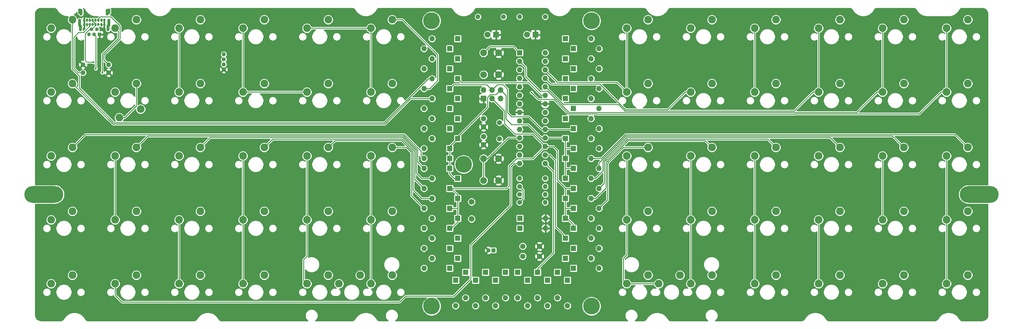
<source format=gtl>
G04 #@! TF.GenerationSoftware,KiCad,Pcbnew,5.1.7*
G04 #@! TF.CreationDate,2021-12-02T01:11:55+07:00*
G04 #@! TF.ProjectId,lumberjack,6c756d62-6572-46a6-9163-6b2e6b696361,1.5*
G04 #@! TF.SameCoordinates,Original*
G04 #@! TF.FileFunction,Copper,L1,Top*
G04 #@! TF.FilePolarity,Positive*
%FSLAX46Y46*%
G04 Gerber Fmt 4.6, Leading zero omitted, Abs format (unit mm)*
G04 Created by KiCad (PCBNEW 5.1.7) date 2021-12-02 01:11:55*
%MOMM*%
%LPD*%
G01*
G04 APERTURE LIST*
G04 #@! TA.AperFunction,ComponentPad*
%ADD10C,2.286000*%
G04 #@! TD*
G04 #@! TA.AperFunction,ComponentPad*
%ADD11C,1.100000*%
G04 #@! TD*
G04 #@! TA.AperFunction,ComponentPad*
%ADD12O,1.100000X1.100000*%
G04 #@! TD*
G04 #@! TA.AperFunction,ComponentPad*
%ADD13R,1.100000X1.100000*%
G04 #@! TD*
G04 #@! TA.AperFunction,ComponentPad*
%ADD14O,0.850000X2.000000*%
G04 #@! TD*
G04 #@! TA.AperFunction,ComponentPad*
%ADD15O,0.900000X1.700000*%
G04 #@! TD*
G04 #@! TA.AperFunction,ComponentPad*
%ADD16O,0.900000X2.400000*%
G04 #@! TD*
G04 #@! TA.AperFunction,ComponentPad*
%ADD17O,0.700000X1.000000*%
G04 #@! TD*
G04 #@! TA.AperFunction,ComponentPad*
%ADD18O,0.700000X0.900000*%
G04 #@! TD*
G04 #@! TA.AperFunction,ComponentPad*
%ADD19O,1.400000X1.400000*%
G04 #@! TD*
G04 #@! TA.AperFunction,ComponentPad*
%ADD20C,1.400000*%
G04 #@! TD*
G04 #@! TA.AperFunction,ComponentPad*
%ADD21C,1.710000*%
G04 #@! TD*
G04 #@! TA.AperFunction,ComponentPad*
%ADD22R,1.600000X1.600000*%
G04 #@! TD*
G04 #@! TA.AperFunction,ComponentPad*
%ADD23O,1.600000X1.600000*%
G04 #@! TD*
G04 #@! TA.AperFunction,WasherPad*
%ADD24C,5.000000*%
G04 #@! TD*
G04 #@! TA.AperFunction,WasherPad*
%ADD25O,11.600000X5.000000*%
G04 #@! TD*
G04 #@! TA.AperFunction,ComponentPad*
%ADD26R,1.200000X1.200000*%
G04 #@! TD*
G04 #@! TA.AperFunction,ComponentPad*
%ADD27C,1.200000*%
G04 #@! TD*
G04 #@! TA.AperFunction,ComponentPad*
%ADD28C,1.600000*%
G04 #@! TD*
G04 #@! TA.AperFunction,ComponentPad*
%ADD29R,1.700000X1.700000*%
G04 #@! TD*
G04 #@! TA.AperFunction,ComponentPad*
%ADD30O,1.700000X1.700000*%
G04 #@! TD*
G04 #@! TA.AperFunction,ComponentPad*
%ADD31R,1.800000X1.800000*%
G04 #@! TD*
G04 #@! TA.AperFunction,ComponentPad*
%ADD32C,1.800000*%
G04 #@! TD*
G04 #@! TA.AperFunction,ComponentPad*
%ADD33C,2.000000*%
G04 #@! TD*
G04 #@! TA.AperFunction,ComponentPad*
%ADD34C,1.500000*%
G04 #@! TD*
G04 #@! TA.AperFunction,ComponentPad*
%ADD35C,1.244600*%
G04 #@! TD*
G04 #@! TA.AperFunction,ViaPad*
%ADD36C,0.600000*%
G04 #@! TD*
G04 #@! TA.AperFunction,Conductor*
%ADD37C,0.250000*%
G04 #@! TD*
G04 #@! TA.AperFunction,Conductor*
%ADD38C,0.200000*%
G04 #@! TD*
G04 #@! TA.AperFunction,Conductor*
%ADD39C,0.254000*%
G04 #@! TD*
G04 #@! TA.AperFunction,Conductor*
%ADD40C,0.100000*%
G04 #@! TD*
G04 APERTURE END LIST*
D10*
X34290032Y-80803820D03*
X40640032Y-78263820D03*
X35560032Y-88423820D03*
X41910032Y-85883820D03*
D11*
X28100000Y-63610000D03*
D12*
X28900000Y-62060000D03*
D11*
X26500000Y-63610000D03*
D13*
X29700000Y-63610000D03*
D14*
X32200000Y-61650000D03*
D12*
X27300000Y-62060000D03*
D14*
X24200000Y-56950000D03*
X32000000Y-56950000D03*
X24000000Y-61650000D03*
D15*
X32428000Y-56710000D03*
X23778000Y-56710000D03*
D16*
X32428000Y-60090000D03*
X23778000Y-60090000D03*
D17*
X28528000Y-59360000D03*
X31078000Y-59360000D03*
X30228000Y-59360000D03*
X29378000Y-59360000D03*
X25128000Y-59360000D03*
X26828000Y-59360000D03*
X27678000Y-59360000D03*
X25978000Y-59360000D03*
X31078000Y-60710000D03*
X30228000Y-60710000D03*
D18*
X29378000Y-60660000D03*
X28528000Y-60660000D03*
X27678000Y-60660000D03*
X26828000Y-60660000D03*
D17*
X25978000Y-60710000D03*
X25128000Y-60710000D03*
D10*
X34290032Y-61753804D03*
X40640032Y-59213804D03*
D19*
X154781380Y-106561027D03*
D20*
X162401380Y-106561027D03*
D19*
X162401380Y-108942279D03*
D20*
X154781380Y-108942279D03*
D21*
X140493868Y-113546035D03*
X140493868Y-118626035D03*
D22*
X144661059Y-134540738D03*
D23*
X144661059Y-142160738D03*
D22*
X136326677Y-118467287D03*
D23*
X128706677Y-118467287D03*
D10*
X110490096Y-99853836D03*
X116840096Y-97313836D03*
D24*
X138112616Y-102393836D03*
D10*
X281940240Y-80803820D03*
X288290240Y-78263820D03*
D22*
X168473579Y-118467287D03*
D23*
X176093579Y-118467287D03*
D22*
X170854831Y-73818812D03*
D23*
X178474831Y-73818812D03*
X126325425Y-67865682D03*
D22*
X133945425Y-67865682D03*
D10*
X224790192Y-118903852D03*
X231140192Y-116363852D03*
X243840208Y-80803820D03*
X250190208Y-78263820D03*
X243840208Y-61753804D03*
X250190208Y-59213804D03*
X262890224Y-80803820D03*
X269240224Y-78263820D03*
X243840208Y-99853836D03*
X250190208Y-97313836D03*
X281940240Y-99853836D03*
X288290240Y-97313836D03*
X262890224Y-99853836D03*
X269240224Y-97313836D03*
X281940240Y-118903852D03*
X288290240Y-116363852D03*
X262890224Y-118903852D03*
X269240224Y-116363852D03*
X224790192Y-99853836D03*
X231140192Y-97313836D03*
X205740176Y-99853836D03*
X212090176Y-97313836D03*
X281940240Y-137953868D03*
X288290240Y-135413868D03*
X243840208Y-118903852D03*
X250190208Y-116363852D03*
X205740176Y-118903852D03*
X212090176Y-116363852D03*
X262890224Y-137953868D03*
X269240224Y-135413868D03*
X243840208Y-137953868D03*
X250190208Y-135413868D03*
X224790192Y-137953868D03*
X231140192Y-135413868D03*
X212090176Y-135413868D03*
X205740176Y-137953868D03*
X110490096Y-61753804D03*
X116840096Y-59213804D03*
X110490096Y-80803820D03*
X116840096Y-78263820D03*
X72390064Y-80803820D03*
X78740064Y-78263820D03*
X91440080Y-137953868D03*
X97790080Y-135413868D03*
X53340048Y-137953868D03*
X59690048Y-135413868D03*
X15240016Y-80803820D03*
X21590016Y-78263820D03*
D25*
X13096886Y-111323531D03*
X291703370Y-111323531D03*
D24*
X128587608Y-59531300D03*
X176212648Y-59531300D03*
X128587608Y-144661059D03*
X176212648Y-144661059D03*
D10*
X15239968Y-61753750D03*
X21589968Y-59213750D03*
X53340048Y-61753804D03*
X59690048Y-59213804D03*
X72390064Y-61753804D03*
X78740064Y-59213804D03*
X91440080Y-61753804D03*
X97790080Y-59213804D03*
X281940240Y-61753804D03*
X288290240Y-59213804D03*
X262890224Y-61753804D03*
X269240224Y-59213804D03*
X224790192Y-61753804D03*
X231140192Y-59213804D03*
X53340048Y-80803820D03*
X59690048Y-78263820D03*
X224790192Y-80803820D03*
X231140192Y-78263820D03*
X15240016Y-99853836D03*
X21590016Y-97313836D03*
X34290032Y-99853836D03*
X40640032Y-97313836D03*
X53340048Y-99853836D03*
X59690048Y-97313836D03*
X91440080Y-80803820D03*
X97790080Y-78263820D03*
X205740176Y-80803820D03*
X212090176Y-78263820D03*
X15240016Y-118903852D03*
X21590016Y-116363852D03*
X34290032Y-118903852D03*
X40640032Y-116363852D03*
X72390064Y-99853836D03*
X78740064Y-97313836D03*
X91440080Y-99853836D03*
X97790080Y-97313836D03*
X15240016Y-137953868D03*
X21590016Y-135413868D03*
X53340048Y-118903852D03*
X59690048Y-116363852D03*
X72390064Y-118903852D03*
X78740064Y-116363852D03*
X91440080Y-118903852D03*
X97790080Y-116363852D03*
X34290032Y-137953868D03*
X40640032Y-135413868D03*
X72390064Y-137953868D03*
X78740064Y-135413868D03*
D26*
X147042311Y-127992295D03*
D27*
X145542311Y-127992295D03*
D28*
X155734510Y-126801669D03*
X160734510Y-126801669D03*
X160734510Y-129778234D03*
X155734510Y-129778234D03*
X144065746Y-96559454D03*
X144065746Y-94059454D03*
X144065746Y-88701637D03*
X144065746Y-91201637D03*
D29*
X144065746Y-82748507D03*
D30*
X144065746Y-80208507D03*
X146605746Y-82748507D03*
X146605746Y-80208507D03*
X149145746Y-82748507D03*
X149145746Y-80208507D03*
D31*
X159543884Y-63698491D03*
D32*
X157003884Y-63698491D03*
D33*
X148565746Y-75604751D03*
X144065746Y-75604751D03*
X148565746Y-69104751D03*
X144065746Y-69104751D03*
X144065746Y-100656340D03*
X148565746Y-100656340D03*
X144065746Y-107156340D03*
X148565746Y-107156340D03*
D34*
X148828250Y-89892263D03*
X148828250Y-94772263D03*
D22*
X154781380Y-69056308D03*
D23*
X162401380Y-102076308D03*
X154781380Y-71596308D03*
X162401380Y-99536308D03*
X154781380Y-74136308D03*
X162401380Y-96996308D03*
X154781380Y-76676308D03*
X162401380Y-94456308D03*
X154781380Y-79216308D03*
X162401380Y-91916308D03*
X154781380Y-81756308D03*
X162401380Y-89376308D03*
X154781380Y-84296308D03*
X162401380Y-86836308D03*
X154781380Y-86836308D03*
X162401380Y-84296308D03*
X154781380Y-89376308D03*
X162401380Y-81756308D03*
X154781380Y-91916308D03*
X162401380Y-79216308D03*
X154781380Y-94456308D03*
X162401380Y-76676308D03*
X154781380Y-96996308D03*
X162401380Y-74136308D03*
X154781380Y-99536308D03*
X162401380Y-71596308D03*
X154781380Y-102076308D03*
X162401380Y-69056308D03*
D22*
X154900449Y-121443852D03*
D23*
X162520449Y-121443852D03*
X162520449Y-118467287D03*
D22*
X154900449Y-118467287D03*
X136326677Y-76795377D03*
D23*
X128706677Y-76795377D03*
D22*
X133945425Y-73818812D03*
D23*
X126325425Y-73818812D03*
X128706677Y-70842247D03*
D22*
X136326677Y-70842247D03*
X136326677Y-64889117D03*
D23*
X128706677Y-64889117D03*
D22*
X168473579Y-76795377D03*
D23*
X176093579Y-76795377D03*
X176093579Y-70842247D03*
D22*
X168473579Y-70842247D03*
X170854831Y-67865682D03*
D23*
X178474831Y-67865682D03*
D22*
X136326677Y-82748507D03*
D23*
X128706677Y-82748507D03*
D22*
X133945425Y-85725072D03*
D23*
X126325425Y-85725072D03*
X128706677Y-88701637D03*
D22*
X136326677Y-88701637D03*
D23*
X126325425Y-91678202D03*
D22*
X133945425Y-91678202D03*
X133945425Y-79771942D03*
D23*
X126325425Y-79771942D03*
X176093579Y-82748507D03*
D22*
X168473579Y-82748507D03*
X170854831Y-85725072D03*
D23*
X178474831Y-85725072D03*
D22*
X168473579Y-88701637D03*
D23*
X176093579Y-88701637D03*
D22*
X170854831Y-91678202D03*
D23*
X178474831Y-91678202D03*
X126325425Y-100607897D03*
D22*
X133945425Y-100607897D03*
D23*
X126325425Y-103584462D03*
D22*
X133945425Y-103584462D03*
D23*
X128706677Y-106561027D03*
D22*
X136326677Y-106561027D03*
X136326677Y-94654767D03*
D23*
X128706677Y-94654767D03*
D22*
X133945425Y-97631332D03*
D23*
X126325425Y-97631332D03*
D22*
X168473579Y-100607897D03*
D23*
X176093579Y-100607897D03*
D22*
X170854831Y-103584462D03*
D23*
X178474831Y-103584462D03*
D22*
X168473579Y-106561027D03*
D23*
X176093579Y-106561027D03*
D22*
X168473579Y-94654767D03*
D23*
X176093579Y-94654767D03*
X126325425Y-121443852D03*
D22*
X133945425Y-121443852D03*
D23*
X126325425Y-109537592D03*
D22*
X133945425Y-109537592D03*
X136326677Y-112514157D03*
D23*
X128706677Y-112514157D03*
D22*
X133945425Y-115490722D03*
D23*
X126325425Y-115490722D03*
D22*
X170854831Y-121443852D03*
D23*
X178474831Y-121443852D03*
D22*
X170854831Y-109537592D03*
D23*
X178474831Y-109537592D03*
D22*
X168473579Y-112514157D03*
D23*
X176093579Y-112514157D03*
X150614189Y-142160738D03*
D22*
X150614189Y-134540738D03*
D23*
X128706677Y-124420417D03*
D22*
X136326677Y-124420417D03*
D23*
X126325425Y-127396982D03*
D22*
X133945425Y-127396982D03*
D23*
X128706677Y-130373547D03*
D22*
X136326677Y-130373547D03*
D23*
X154186067Y-142160738D03*
D22*
X154186067Y-134540738D03*
D23*
X176093579Y-124420417D03*
D22*
X168473579Y-124420417D03*
D23*
X178474831Y-127396982D03*
D22*
X170854831Y-127396982D03*
D23*
X176093579Y-130373547D03*
D22*
X168473579Y-130373547D03*
X147637624Y-136921990D03*
D23*
X147637624Y-144541990D03*
D22*
X141684494Y-136921990D03*
D23*
X141684494Y-144541990D03*
D22*
X138707929Y-134540738D03*
D23*
X138707929Y-142160738D03*
D22*
X157162632Y-136921990D03*
D23*
X157162632Y-144541990D03*
D22*
X160139197Y-134540738D03*
D23*
X160139197Y-142160738D03*
D22*
X163115762Y-136921990D03*
D23*
X163115762Y-144541990D03*
D22*
X166092327Y-134540738D03*
D23*
X166092327Y-142160738D03*
D31*
X147796372Y-63698491D03*
D32*
X145256372Y-63698491D03*
D23*
X126325425Y-133350112D03*
D22*
X133945425Y-133350112D03*
X135731364Y-136921990D03*
D23*
X135731364Y-144541990D03*
X176093579Y-64889117D03*
D22*
X168473579Y-64889117D03*
X170854831Y-79771942D03*
D23*
X178474831Y-79771942D03*
X178474831Y-97631332D03*
D22*
X170854831Y-97631332D03*
X170854831Y-115490722D03*
D23*
X178474831Y-115490722D03*
X178474831Y-133350112D03*
D22*
X170854831Y-133350112D03*
X169068892Y-136921990D03*
D23*
X169068892Y-144541990D03*
D10*
X110490096Y-118903852D03*
X116840096Y-116363852D03*
X116840096Y-135413868D03*
X110490096Y-137953868D03*
X205740176Y-61753804D03*
X212090176Y-59213804D03*
X193040160Y-59213804D03*
X186690160Y-61753804D03*
X186690160Y-80803820D03*
X193040160Y-78263820D03*
X186690160Y-99853836D03*
X193040160Y-97313836D03*
X193040160Y-116363852D03*
X186690160Y-118903852D03*
X193040160Y-135413868D03*
X186690160Y-137953868D03*
X107315088Y-135413868D03*
X100965088Y-137953868D03*
X196215168Y-137953868D03*
X202565168Y-135413868D03*
D19*
X162401380Y-113704783D03*
D20*
X154781380Y-113704783D03*
X154781380Y-111323531D03*
D19*
X162401380Y-111323531D03*
X142398876Y-58340674D03*
D20*
X150018876Y-58340674D03*
X162401380Y-58340674D03*
D19*
X154781380Y-58340674D03*
X24765000Y-75009375D03*
D20*
X32385000Y-75009375D03*
X24765000Y-72628125D03*
D19*
X32385000Y-72628125D03*
D35*
X66675000Y-74056875D03*
X66675000Y-72556876D03*
X66675000Y-71056874D03*
X66675000Y-69556874D03*
D36*
X182761091Y-144065746D03*
X130373547Y-102393836D03*
X122039165Y-89296950D03*
X47625000Y-83343750D03*
X66675000Y-103108125D03*
X66436875Y-88106250D03*
X18288000Y-59690000D03*
X24050625Y-90249375D03*
X40719375Y-67627500D03*
X30480000Y-75009375D03*
X158353258Y-80962568D03*
X28575006Y-73818750D03*
X27860625Y-71913750D03*
D37*
X161270010Y-81756308D02*
X157499705Y-77986003D01*
X162401380Y-81756308D02*
X161270010Y-81756308D01*
X157499705Y-77986003D02*
X137517303Y-77986003D01*
X137517303Y-77986003D02*
X136326677Y-76795377D01*
X148232937Y-78581316D02*
X146605746Y-80208507D01*
X151209502Y-79892398D02*
X149898420Y-78581316D01*
X151209502Y-86915698D02*
X151209502Y-79892398D01*
X157519839Y-88106324D02*
X152400128Y-88106324D01*
X161329823Y-91916308D02*
X157519839Y-88106324D01*
X149898420Y-78581316D02*
X148232937Y-78581316D01*
X152400128Y-88106324D02*
X151209502Y-86915698D01*
X170259518Y-91678202D02*
X170021412Y-91916308D01*
X170616725Y-91916308D02*
X170854831Y-91678202D01*
X162401380Y-91916308D02*
X170616725Y-91916308D01*
X161329823Y-91916308D02*
X162401380Y-91916308D01*
X135136051Y-78581316D02*
X133945425Y-79771942D01*
X144978555Y-78581316D02*
X135136051Y-78581316D01*
X146605746Y-80208507D02*
X144978555Y-78581316D01*
X150759491Y-81822252D02*
X149145746Y-80208507D01*
X150759491Y-88846939D02*
X150759491Y-81822252D01*
X152413861Y-90501309D02*
X150759491Y-88846939D01*
X157374824Y-90501309D02*
X152413861Y-90501309D01*
X161329823Y-94456308D02*
X157374824Y-90501309D01*
X133945425Y-105229775D02*
X133945425Y-103584462D01*
X135276677Y-106561027D02*
X133945425Y-105229775D01*
X136326677Y-106561027D02*
X135276677Y-106561027D01*
X133945425Y-103584462D02*
X133945425Y-100607897D01*
X133945425Y-100607897D02*
X133945425Y-97631332D01*
X168275120Y-94456308D02*
X168473579Y-94654767D01*
X162401380Y-94456308D02*
X168275120Y-94456308D01*
X161329823Y-94456308D02*
X162401380Y-94456308D01*
X147811997Y-81542256D02*
X149145746Y-80208507D01*
X145256372Y-82358879D02*
X146072995Y-81542256D01*
X145256372Y-85270385D02*
X145256372Y-82358879D01*
X136326677Y-94200080D02*
X145256372Y-85270385D01*
X146072995Y-81542256D02*
X147811997Y-81542256D01*
X136326677Y-94654767D02*
X136326677Y-94200080D01*
X133945425Y-97036019D02*
X136326677Y-94654767D01*
X133945425Y-97631332D02*
X133945425Y-97036019D01*
X168565826Y-97631332D02*
X168473579Y-97723579D01*
X170854831Y-97631332D02*
X168565826Y-97631332D01*
X168473579Y-97723579D02*
X168473579Y-94654767D01*
X168473579Y-100607897D02*
X168473579Y-97723579D01*
X168531620Y-103584462D02*
X168473579Y-103526421D01*
X170854831Y-103584462D02*
X168531620Y-103584462D01*
X168473579Y-103526421D02*
X168473579Y-100607897D01*
X168473579Y-106561027D02*
X168473579Y-103526421D01*
X134400112Y-121443852D02*
X133945425Y-121443852D01*
X136326677Y-119517287D02*
X134400112Y-121443852D01*
X136326677Y-118467287D02*
X136326677Y-119517287D01*
X134400112Y-109537592D02*
X133945425Y-109537592D01*
X136326677Y-111464157D02*
X134400112Y-109537592D01*
X136326677Y-112514157D02*
X136326677Y-111464157D01*
X168928266Y-118467287D02*
X168473579Y-118467287D01*
X170854831Y-120393852D02*
X168928266Y-118467287D01*
X170854831Y-121443852D02*
X170854831Y-120393852D01*
X153416822Y-93331307D02*
X150309480Y-90223965D01*
X150309480Y-86452241D02*
X146605746Y-82748507D01*
X158736379Y-93331307D02*
X153416822Y-93331307D01*
X162401380Y-96996308D02*
X158736379Y-93331307D01*
X150309480Y-90223965D02*
X150309480Y-86452241D01*
X151685625Y-102870000D02*
X151685625Y-108823125D01*
X153894316Y-100661309D02*
X151685625Y-102870000D01*
X151685625Y-108823125D02*
X150971158Y-109537592D01*
X158736379Y-100661309D02*
X153894316Y-100661309D01*
X150971158Y-109537592D02*
X133945425Y-109537592D01*
X162401380Y-96996308D02*
X158736379Y-100661309D01*
X136259278Y-115490722D02*
X136326677Y-115423323D01*
X133945425Y-115490722D02*
X136259278Y-115490722D01*
X136326677Y-115423323D02*
X136326677Y-112514157D01*
X136326677Y-118467287D02*
X136326677Y-115423323D01*
X170854831Y-115490722D02*
X168490722Y-115490722D01*
X168473579Y-115473579D02*
X168473579Y-112514157D01*
X168490722Y-115490722D02*
X168473579Y-115473579D01*
X168473579Y-118467287D02*
X168473579Y-115473579D01*
X168537592Y-109537592D02*
X167878266Y-108878266D01*
X170259518Y-109537592D02*
X168537592Y-109537592D01*
X168473579Y-109473579D02*
X167878266Y-108878266D01*
X168473579Y-112514157D02*
X168473579Y-109473579D01*
X164861990Y-96996308D02*
X162401380Y-96996308D01*
X166092327Y-98226645D02*
X164861990Y-96996308D01*
X166092327Y-107092327D02*
X166092327Y-98226645D01*
X167878266Y-108878266D02*
X166092327Y-107092327D01*
X165497014Y-101203210D02*
X165497014Y-120989165D01*
X167878266Y-123370417D02*
X167878266Y-124420417D01*
X163830112Y-99536308D02*
X165497014Y-101203210D01*
X165497014Y-120989165D02*
X167878266Y-123370417D01*
X162401380Y-99536308D02*
X163830112Y-99536308D01*
X160139197Y-133490738D02*
X160139197Y-134540738D01*
X164901701Y-128728234D02*
X160139197Y-133490738D01*
X164901701Y-104576629D02*
X164901701Y-128728234D01*
X162401380Y-102076308D02*
X164901701Y-104576629D01*
X152995441Y-67270369D02*
X154781380Y-69056308D01*
X145900128Y-67270369D02*
X152995441Y-67270369D01*
X144065746Y-69104751D02*
X145900128Y-67270369D01*
X144065746Y-100656340D02*
X144065746Y-107156340D01*
X91440080Y-118903852D02*
X91440080Y-99853836D01*
X91440080Y-80803820D02*
X72390064Y-80803820D01*
X72390064Y-80803820D02*
X72390064Y-61753804D01*
X91440080Y-129778234D02*
X91440080Y-118903852D01*
X90487576Y-130730738D02*
X91440080Y-129778234D01*
X90487576Y-137001364D02*
X90487576Y-130730738D01*
X91440080Y-137953868D02*
X90487576Y-137001364D01*
X151407961Y-94456308D02*
X154781380Y-94456308D01*
X145207929Y-100656340D02*
X151407961Y-94456308D01*
X144065746Y-100656340D02*
X145207929Y-100656340D01*
X152161875Y-103108125D02*
X153193692Y-102076308D01*
X153193692Y-102076308D02*
X154781380Y-102076308D01*
X140255625Y-126444375D02*
X152161875Y-114538125D01*
X140255625Y-136564920D02*
X140255625Y-126444375D01*
X120848539Y-141684494D02*
X135136051Y-141684494D01*
X36384045Y-143470433D02*
X119062600Y-143470433D01*
X135136051Y-141684494D02*
X140255625Y-136564920D01*
X119062600Y-143470433D02*
X120848539Y-141684494D01*
X152161875Y-114538125D02*
X152161875Y-103108125D01*
X34290032Y-141376420D02*
X36384045Y-143470433D01*
X34290032Y-137953868D02*
X34290032Y-141376420D01*
X34290032Y-99853836D02*
X34290032Y-118903852D01*
X53340048Y-118903852D02*
X53340048Y-137953868D01*
X30480000Y-69532500D02*
X30480000Y-75009375D01*
X35242500Y-64770000D02*
X30480000Y-69532500D01*
X35242500Y-62706272D02*
X35242500Y-64770000D01*
X34290032Y-61753804D02*
X35242500Y-62706272D01*
X72390064Y-118903852D02*
X72390064Y-137953868D01*
X72390064Y-118903852D02*
X72390064Y-99853836D01*
X53340048Y-80803820D02*
X53340048Y-61753804D01*
X91440080Y-61753804D02*
X110490096Y-61753804D01*
X110490096Y-61753804D02*
X110490096Y-80803820D01*
X110490096Y-99853836D02*
X110490096Y-118903852D01*
X110490096Y-118903852D02*
X110490096Y-137953868D01*
X281940240Y-61753804D02*
X281940240Y-80803820D01*
X281940240Y-99853836D02*
X281940240Y-118903852D01*
X281940240Y-118903852D02*
X281940240Y-137953868D01*
X280323794Y-80803820D02*
X281940240Y-80803820D01*
X236950393Y-87350010D02*
X237000403Y-87300000D01*
X237000403Y-87300000D02*
X273827614Y-87300000D01*
X177748346Y-87300000D02*
X177798356Y-87350010D01*
X172101316Y-87300000D02*
X177748346Y-87300000D01*
X169608430Y-87300084D02*
X172101232Y-87300084D01*
X172101232Y-87300084D02*
X172101316Y-87300000D01*
X169608346Y-87300000D02*
X169608430Y-87300084D01*
X169328472Y-87300000D02*
X169608346Y-87300000D01*
X158353258Y-80962568D02*
X160390690Y-83000000D01*
X165028472Y-83000000D02*
X169328472Y-87300000D01*
X273827614Y-87300000D02*
X280323794Y-80803820D01*
X160390690Y-83000000D02*
X165028472Y-83000000D01*
X177798356Y-87350010D02*
X236950393Y-87350010D01*
X262890224Y-61753804D02*
X262890224Y-80803820D01*
X262890224Y-99853836D02*
X262890224Y-118903852D01*
X243840208Y-118903852D02*
X243840208Y-137953868D01*
X179014832Y-86850073D02*
X179064758Y-86899999D01*
X255227609Y-86849989D02*
X261273778Y-80803820D01*
X177934830Y-86850073D02*
X179014832Y-86850073D01*
X171914916Y-86849989D02*
X177934746Y-86849989D01*
X171914832Y-86850073D02*
X171914916Y-86849989D01*
X169794830Y-86850073D02*
X171914832Y-86850073D01*
X236814003Y-86849989D02*
X255227609Y-86849989D01*
X179064758Y-86899999D02*
X236763993Y-86899999D01*
X169794746Y-86849989D02*
X169794830Y-86850073D01*
X169557399Y-86849989D02*
X169794746Y-86849989D01*
X163207410Y-80500000D02*
X169557399Y-86849989D01*
X236763993Y-86899999D02*
X236814003Y-86849989D01*
X177934746Y-86849989D02*
X177934830Y-86850073D01*
X261273778Y-80803820D02*
X262890224Y-80803820D01*
X154781380Y-71596308D02*
X156567319Y-73382247D01*
X160867255Y-80500000D02*
X163207410Y-80500000D01*
X156567319Y-76200064D02*
X160867255Y-80500000D01*
X156567319Y-73382247D02*
X156567319Y-76200064D01*
X224790192Y-118903852D02*
X224790192Y-137953868D01*
X224790192Y-118903852D02*
X224790192Y-99853836D01*
X243840208Y-80803820D02*
X243840208Y-61753804D01*
X186149584Y-86449989D02*
X236577593Y-86449989D01*
X184234042Y-84534446D02*
X186149584Y-86449989D01*
X162401380Y-79216308D02*
X162560128Y-79216308D01*
X162560128Y-79216308D02*
X167878266Y-84534446D01*
X167878266Y-84534446D02*
X184234042Y-84534446D01*
X236577593Y-86449989D02*
X242223762Y-80803820D01*
X242223762Y-80803820D02*
X243840208Y-80803820D01*
X224790192Y-61753804D02*
X224790192Y-80803820D01*
X205740176Y-99853836D02*
X205740176Y-118903852D01*
X205740176Y-118903852D02*
X205740176Y-137953868D01*
X162401380Y-76676308D02*
X164095460Y-78370388D01*
X198927572Y-85999978D02*
X204123730Y-80803820D01*
X186335984Y-85999978D02*
X198927572Y-85999978D01*
X204123730Y-80803820D02*
X205740176Y-80803820D01*
X178706394Y-78370388D02*
X186335984Y-85999978D01*
X164095460Y-78370388D02*
X178706394Y-78370388D01*
X128706677Y-76795377D02*
X127636988Y-76795377D01*
X21576570Y-73886106D02*
X21576570Y-60843594D01*
X127636988Y-76795377D02*
X114540544Y-89891821D01*
X33932399Y-89891821D02*
X23660628Y-79620050D01*
X114540544Y-89891821D02*
X33932399Y-89891821D01*
X23660628Y-79620050D02*
X23660628Y-75970164D01*
X21576570Y-60843594D02*
X21589968Y-60830196D01*
X23660628Y-75970164D02*
X21576570Y-73886106D01*
X21589968Y-60830196D02*
X21589968Y-59213750D01*
X114726944Y-90341831D02*
X33668027Y-90341831D01*
X33668027Y-90341831D02*
X21590016Y-78263820D01*
X122320268Y-82748507D02*
X114726944Y-90341831D01*
X128706677Y-82748507D02*
X122320268Y-82748507D01*
X125416131Y-98421556D02*
X125416132Y-98421556D01*
X120458716Y-93464141D02*
X125416131Y-98421556D01*
X25439711Y-93464141D02*
X120458716Y-93464141D01*
X21590016Y-97313836D02*
X25439711Y-93464141D01*
X125416131Y-99698603D02*
X126325425Y-100607897D01*
X125416131Y-98421556D02*
X125416131Y-99698603D01*
X37176478Y-88423820D02*
X40640032Y-84960266D01*
X40640032Y-84960266D02*
X40640032Y-78263820D01*
X35560032Y-88423820D02*
X37176478Y-88423820D01*
X124434522Y-101693559D02*
X126325425Y-103584462D01*
X124434522Y-98076358D02*
X124434522Y-101693559D01*
X120272316Y-93914152D02*
X124434522Y-98076358D01*
X44039716Y-93914152D02*
X120272316Y-93914152D01*
X40640032Y-97313836D02*
X44039716Y-93914152D01*
X123984511Y-104934495D02*
X125611043Y-106561027D01*
X123984511Y-98262758D02*
X123984511Y-104934495D01*
X120085916Y-94364163D02*
X123984511Y-98262758D01*
X62639721Y-94364163D02*
X120085916Y-94364163D01*
X59690048Y-97313836D02*
X62639721Y-94364163D01*
X125611043Y-106561027D02*
X128706677Y-106561027D01*
X123534500Y-106746667D02*
X126325425Y-109537592D01*
X123534500Y-98449158D02*
X123534500Y-106746667D01*
X119899516Y-94814174D02*
X123534500Y-98449158D01*
X81239726Y-94814174D02*
X119899516Y-94814174D01*
X78740064Y-97313836D02*
X81239726Y-94814174D01*
X123084489Y-98635558D02*
X123084489Y-109987603D01*
X123084489Y-109987603D02*
X125611043Y-112514157D01*
X119713116Y-95264185D02*
X123084489Y-98635558D01*
X99839731Y-95264185D02*
X119713116Y-95264185D01*
X97790080Y-97313836D02*
X99839731Y-95264185D01*
X125611043Y-112514157D02*
X128706677Y-112514157D01*
X119935730Y-59213804D02*
X116840096Y-59213804D01*
X130373547Y-77420596D02*
X130373547Y-69651621D01*
X130373547Y-69651621D02*
X119935730Y-59213804D01*
X128022201Y-79771942D02*
X130373547Y-77420596D01*
X126325425Y-79771942D02*
X128022201Y-79771942D01*
X122634478Y-98821958D02*
X122634478Y-111799775D01*
X121126356Y-97313836D02*
X122634478Y-98821958D01*
X122634478Y-111799775D02*
X126325425Y-115490722D01*
X116840096Y-97313836D02*
X121126356Y-97313836D01*
X186332969Y-93464141D02*
X179189213Y-100607897D01*
X284440545Y-93464141D02*
X186332969Y-93464141D01*
X288290240Y-97313836D02*
X284440545Y-93464141D01*
X179189213Y-100607897D02*
X176093579Y-100607897D01*
X177998587Y-103465393D02*
X177879518Y-103584462D01*
X178474831Y-101958689D02*
X178474831Y-103584462D01*
X186519366Y-93914154D02*
X178474831Y-101958689D01*
X265840542Y-93914154D02*
X186519366Y-93914154D01*
X269240224Y-97313836D02*
X265840542Y-93914154D01*
X179625119Y-101444813D02*
X179625119Y-104339182D01*
X179625119Y-104339182D02*
X177403274Y-106561027D01*
X186705766Y-94364165D02*
X179625119Y-101444813D01*
X247240537Y-94364165D02*
X186705766Y-94364165D01*
X250190208Y-97313836D02*
X247240537Y-94364165D01*
X177403274Y-106561027D02*
X176093579Y-106561027D01*
X180075130Y-101631211D02*
X180075130Y-107937293D01*
X186892166Y-94814176D02*
X180075130Y-101631211D01*
X228640532Y-94814176D02*
X186892166Y-94814176D01*
X180075130Y-107937293D02*
X178474831Y-109537592D01*
X231140192Y-97313836D02*
X228640532Y-94814176D01*
X180525141Y-101817610D02*
X180525141Y-109392290D01*
X210040527Y-95264187D02*
X187078565Y-95264187D01*
X180525141Y-109392290D02*
X177403274Y-112514157D01*
X187078565Y-95264187D02*
X180525141Y-101817610D01*
X212090176Y-97313836D02*
X210040527Y-95264187D01*
X177403274Y-112514157D02*
X176093579Y-112514157D01*
X180975152Y-112990401D02*
X178474831Y-115490722D01*
X180975152Y-102004009D02*
X180975152Y-112990401D01*
X185665326Y-97313836D02*
X180975152Y-102004009D01*
X193040160Y-97313836D02*
X185665326Y-97313836D01*
X186690160Y-61753804D02*
X186690160Y-80803820D01*
X186690160Y-99853836D02*
X186690160Y-118903852D01*
X186690160Y-137953868D02*
X196215168Y-137953868D01*
X185737656Y-130373547D02*
X185737656Y-137001364D01*
X186690160Y-129421043D02*
X185737656Y-130373547D01*
X185737656Y-137001364D02*
X186690160Y-137953868D01*
X186690160Y-118903852D02*
X186690160Y-129421043D01*
X183806718Y-77920378D02*
X186690160Y-80803820D01*
X166090459Y-77920378D02*
X183806718Y-77920378D01*
X162401380Y-74231299D02*
X166090459Y-77920378D01*
X162401380Y-74136308D02*
X162401380Y-74231299D01*
X30956250Y-71199375D02*
X32385000Y-72628125D01*
X35758033Y-64968842D02*
X30956250Y-69770625D01*
X30956250Y-69770625D02*
X30956250Y-71199375D01*
X35758033Y-61049163D02*
X35758033Y-64968842D01*
X29859375Y-58340625D02*
X33049495Y-58340625D01*
X33049495Y-58340625D02*
X35758033Y-61049163D01*
X29378000Y-58822000D02*
X29859375Y-58340625D01*
X29378000Y-59510000D02*
X29378000Y-58822000D01*
D38*
X26836968Y-60295127D02*
X26660000Y-60770000D01*
D37*
X23336250Y-75009375D02*
X24765000Y-75009375D01*
X22026581Y-73699706D02*
X23336250Y-75009375D01*
X22026581Y-64424044D02*
X22026581Y-73699706D01*
X23450625Y-63000000D02*
X22026581Y-64424044D01*
X24900000Y-63000000D02*
X23450625Y-63000000D01*
X26828000Y-60860000D02*
X26828000Y-61072000D01*
X26828000Y-61072000D02*
X24900000Y-63000000D01*
X28575006Y-64085006D02*
X28575006Y-73818750D01*
X28100000Y-63610000D02*
X28575006Y-64085006D01*
D38*
X27686968Y-59056968D02*
X27686968Y-58945127D01*
D37*
X27678000Y-59578000D02*
X27678000Y-59510000D01*
X28528000Y-60428000D02*
X27678000Y-59578000D01*
X28528000Y-60860000D02*
X28528000Y-60428000D01*
X27532608Y-61860000D02*
X27300000Y-61860000D01*
X28528000Y-60864608D02*
X27532608Y-61860000D01*
X28528000Y-60860000D02*
X28528000Y-60864608D01*
X155806381Y-112679782D02*
X154781380Y-113704783D01*
X155806381Y-109967280D02*
X155806381Y-112679782D01*
X154781380Y-108942279D02*
X155806381Y-109967280D01*
X25955625Y-71913750D02*
X27860625Y-71913750D01*
X25479375Y-71437500D02*
X25955625Y-71913750D01*
X26954998Y-61860000D02*
X25479375Y-63335623D01*
X25479375Y-63335623D02*
X25479375Y-71437500D01*
X27300000Y-61860000D02*
X26954998Y-61860000D01*
D39*
X16274367Y-55796418D02*
X16464327Y-55853771D01*
X16639522Y-55946924D01*
X16793294Y-56072336D01*
X16926162Y-56232946D01*
X16988545Y-56337720D01*
X17028798Y-56412166D01*
X17042091Y-56431874D01*
X17053425Y-56452783D01*
X17057225Y-56458320D01*
X17408614Y-56962772D01*
X17436886Y-56995920D01*
X17464727Y-57029503D01*
X17469531Y-57034197D01*
X17912209Y-57460789D01*
X17946395Y-57487826D01*
X17980215Y-57515350D01*
X17985839Y-57519022D01*
X18502946Y-57851507D01*
X18541733Y-57871389D01*
X18580255Y-57891820D01*
X18586484Y-57894329D01*
X19158322Y-58120042D01*
X19200226Y-58132010D01*
X19241990Y-58144571D01*
X19248588Y-58145823D01*
X19853377Y-58256166D01*
X19896794Y-58259765D01*
X19940214Y-58263977D01*
X19946930Y-58263923D01*
X20396231Y-58257177D01*
X20239417Y-58491865D01*
X20124534Y-58769216D01*
X20065968Y-59063649D01*
X20065968Y-59363851D01*
X20124534Y-59658284D01*
X20239417Y-59935635D01*
X20406200Y-60185243D01*
X20618475Y-60397518D01*
X20868083Y-60564301D01*
X21083968Y-60653724D01*
X21083968Y-60724371D01*
X21077892Y-60744402D01*
X21068123Y-60843594D01*
X21070571Y-60868450D01*
X21070571Y-63043089D01*
X20894673Y-62779840D01*
X20563878Y-62449045D01*
X20174905Y-62189141D01*
X19742701Y-62010116D01*
X19283875Y-61918850D01*
X18816061Y-61918850D01*
X18357235Y-62010116D01*
X17925031Y-62189141D01*
X17536058Y-62449045D01*
X17205263Y-62779840D01*
X16945359Y-63168813D01*
X16766334Y-63601017D01*
X16675068Y-64059843D01*
X16675068Y-64527657D01*
X16766334Y-64986483D01*
X16945359Y-65418687D01*
X17205263Y-65807660D01*
X17536058Y-66138455D01*
X17925031Y-66398359D01*
X18357235Y-66577384D01*
X18816061Y-66668650D01*
X19283875Y-66668650D01*
X19742701Y-66577384D01*
X20174905Y-66398359D01*
X20563878Y-66138455D01*
X20894673Y-65807660D01*
X21070571Y-65544411D01*
X21070570Y-73861260D01*
X21068123Y-73886106D01*
X21070570Y-73910952D01*
X21070570Y-73910959D01*
X21077892Y-73985298D01*
X21106825Y-74080680D01*
X21153811Y-74168585D01*
X21217043Y-74245633D01*
X21236355Y-74261482D01*
X23154629Y-76179757D01*
X23154628Y-79112841D01*
X22966027Y-78924240D01*
X23055450Y-78708354D01*
X23114016Y-78413921D01*
X23114016Y-78113719D01*
X23055450Y-77819286D01*
X22940567Y-77541935D01*
X22773784Y-77292327D01*
X22561509Y-77080052D01*
X22311901Y-76913269D01*
X22034550Y-76798386D01*
X21740117Y-76739820D01*
X21439915Y-76739820D01*
X21145482Y-76798386D01*
X20868131Y-76913269D01*
X20618523Y-77080052D01*
X20406248Y-77292327D01*
X20239465Y-77541935D01*
X20124582Y-77819286D01*
X20066016Y-78113719D01*
X20066016Y-78413921D01*
X20124582Y-78708354D01*
X20239465Y-78985705D01*
X20406248Y-79235313D01*
X20618523Y-79447588D01*
X20868131Y-79614371D01*
X21145482Y-79729254D01*
X21439915Y-79787820D01*
X21740117Y-79787820D01*
X22034550Y-79729254D01*
X22250436Y-79639831D01*
X33292655Y-90682051D01*
X33308500Y-90701358D01*
X33385548Y-90764590D01*
X33473452Y-90811576D01*
X33568834Y-90840509D01*
X33643173Y-90847831D01*
X33643181Y-90847831D01*
X33668027Y-90850278D01*
X33692873Y-90847831D01*
X114702098Y-90847831D01*
X114726944Y-90850278D01*
X114751790Y-90847831D01*
X114751798Y-90847831D01*
X114826137Y-90840509D01*
X114921519Y-90811576D01*
X115009423Y-90764590D01*
X115086471Y-90701358D01*
X115102320Y-90682046D01*
X117199047Y-88585319D01*
X127525677Y-88585319D01*
X127525677Y-88817955D01*
X127571063Y-89046122D01*
X127660089Y-89261050D01*
X127789335Y-89454480D01*
X127953834Y-89618979D01*
X128147264Y-89748225D01*
X128362192Y-89837251D01*
X128590359Y-89882637D01*
X128822995Y-89882637D01*
X129051162Y-89837251D01*
X129266090Y-89748225D01*
X129459520Y-89618979D01*
X129624019Y-89454480D01*
X129753265Y-89261050D01*
X129842291Y-89046122D01*
X129887677Y-88817955D01*
X129887677Y-88585319D01*
X129842291Y-88357152D01*
X129753265Y-88142224D01*
X129624019Y-87948794D01*
X129576862Y-87901637D01*
X135143834Y-87901637D01*
X135143834Y-89501637D01*
X135151190Y-89576326D01*
X135172976Y-89648145D01*
X135208355Y-89714333D01*
X135255966Y-89772348D01*
X135313981Y-89819959D01*
X135380169Y-89855338D01*
X135451988Y-89877124D01*
X135526677Y-89884480D01*
X137126677Y-89884480D01*
X137201366Y-89877124D01*
X137273185Y-89855338D01*
X137339373Y-89819959D01*
X137397388Y-89772348D01*
X137444999Y-89714333D01*
X137480378Y-89648145D01*
X137502164Y-89576326D01*
X137509520Y-89501637D01*
X137509520Y-87901637D01*
X137502164Y-87826948D01*
X137480378Y-87755129D01*
X137444999Y-87688941D01*
X137397388Y-87630926D01*
X137339373Y-87583315D01*
X137273185Y-87547936D01*
X137201366Y-87526150D01*
X137126677Y-87518794D01*
X135526677Y-87518794D01*
X135451988Y-87526150D01*
X135380169Y-87547936D01*
X135313981Y-87583315D01*
X135255966Y-87630926D01*
X135208355Y-87688941D01*
X135172976Y-87755129D01*
X135151190Y-87826948D01*
X135143834Y-87901637D01*
X129576862Y-87901637D01*
X129459520Y-87784295D01*
X129266090Y-87655049D01*
X129051162Y-87566023D01*
X128822995Y-87520637D01*
X128590359Y-87520637D01*
X128362192Y-87566023D01*
X128147264Y-87655049D01*
X127953834Y-87784295D01*
X127789335Y-87948794D01*
X127660089Y-88142224D01*
X127571063Y-88357152D01*
X127525677Y-88585319D01*
X117199047Y-88585319D01*
X120175612Y-85608754D01*
X125144425Y-85608754D01*
X125144425Y-85841390D01*
X125189811Y-86069557D01*
X125278837Y-86284485D01*
X125408083Y-86477915D01*
X125572582Y-86642414D01*
X125766012Y-86771660D01*
X125980940Y-86860686D01*
X126209107Y-86906072D01*
X126441743Y-86906072D01*
X126669910Y-86860686D01*
X126884838Y-86771660D01*
X127078268Y-86642414D01*
X127242767Y-86477915D01*
X127372013Y-86284485D01*
X127461039Y-86069557D01*
X127506425Y-85841390D01*
X127506425Y-85608754D01*
X127461039Y-85380587D01*
X127372013Y-85165659D01*
X127242767Y-84972229D01*
X127195610Y-84925072D01*
X132762582Y-84925072D01*
X132762582Y-86525072D01*
X132769938Y-86599761D01*
X132791724Y-86671580D01*
X132827103Y-86737768D01*
X132874714Y-86795783D01*
X132932729Y-86843394D01*
X132998917Y-86878773D01*
X133070736Y-86900559D01*
X133145425Y-86907915D01*
X134745425Y-86907915D01*
X134820114Y-86900559D01*
X134891933Y-86878773D01*
X134958121Y-86843394D01*
X135016136Y-86795783D01*
X135063747Y-86737768D01*
X135099126Y-86671580D01*
X135120912Y-86599761D01*
X135128268Y-86525072D01*
X135128268Y-84925072D01*
X135120912Y-84850383D01*
X135099126Y-84778564D01*
X135063747Y-84712376D01*
X135016136Y-84654361D01*
X134958121Y-84606750D01*
X134891933Y-84571371D01*
X134820114Y-84549585D01*
X134745425Y-84542229D01*
X133145425Y-84542229D01*
X133070736Y-84549585D01*
X132998917Y-84571371D01*
X132932729Y-84606750D01*
X132874714Y-84654361D01*
X132827103Y-84712376D01*
X132791724Y-84778564D01*
X132769938Y-84850383D01*
X132762582Y-84925072D01*
X127195610Y-84925072D01*
X127078268Y-84807730D01*
X126884838Y-84678484D01*
X126669910Y-84589458D01*
X126441743Y-84544072D01*
X126209107Y-84544072D01*
X125980940Y-84589458D01*
X125766012Y-84678484D01*
X125572582Y-84807730D01*
X125408083Y-84972229D01*
X125278837Y-85165659D01*
X125189811Y-85380587D01*
X125144425Y-85608754D01*
X120175612Y-85608754D01*
X122529860Y-83254507D01*
X127637965Y-83254507D01*
X127660089Y-83307920D01*
X127789335Y-83501350D01*
X127953834Y-83665849D01*
X128147264Y-83795095D01*
X128362192Y-83884121D01*
X128590359Y-83929507D01*
X128822995Y-83929507D01*
X129051162Y-83884121D01*
X129266090Y-83795095D01*
X129459520Y-83665849D01*
X129624019Y-83501350D01*
X129753265Y-83307920D01*
X129842291Y-83092992D01*
X129887677Y-82864825D01*
X129887677Y-82632189D01*
X129842291Y-82404022D01*
X129753265Y-82189094D01*
X129624019Y-81995664D01*
X129576862Y-81948507D01*
X135143834Y-81948507D01*
X135143834Y-83548507D01*
X135151190Y-83623196D01*
X135172976Y-83695015D01*
X135208355Y-83761203D01*
X135255966Y-83819218D01*
X135313981Y-83866829D01*
X135380169Y-83902208D01*
X135451988Y-83923994D01*
X135526677Y-83931350D01*
X137126677Y-83931350D01*
X137201366Y-83923994D01*
X137273185Y-83902208D01*
X137339373Y-83866829D01*
X137397388Y-83819218D01*
X137444999Y-83761203D01*
X137480378Y-83695015D01*
X137502164Y-83623196D01*
X137504595Y-83598507D01*
X142577674Y-83598507D01*
X142589934Y-83722989D01*
X142626244Y-83842687D01*
X142685209Y-83953001D01*
X142764561Y-84049692D01*
X142861252Y-84129044D01*
X142971566Y-84188009D01*
X143091264Y-84224319D01*
X143215746Y-84236579D01*
X143779996Y-84233507D01*
X143938746Y-84074757D01*
X143938746Y-82875507D01*
X142739496Y-82875507D01*
X142580746Y-83034257D01*
X142577674Y-83598507D01*
X137504595Y-83598507D01*
X137509520Y-83548507D01*
X137509520Y-81948507D01*
X137502164Y-81873818D01*
X137480378Y-81801999D01*
X137444999Y-81735811D01*
X137397388Y-81677796D01*
X137339373Y-81630185D01*
X137273185Y-81594806D01*
X137201366Y-81573020D01*
X137126677Y-81565664D01*
X135526677Y-81565664D01*
X135451988Y-81573020D01*
X135380169Y-81594806D01*
X135313981Y-81630185D01*
X135255966Y-81677796D01*
X135208355Y-81735811D01*
X135172976Y-81801999D01*
X135151190Y-81873818D01*
X135143834Y-81948507D01*
X129576862Y-81948507D01*
X129459520Y-81831165D01*
X129266090Y-81701919D01*
X129051162Y-81612893D01*
X128822995Y-81567507D01*
X128590359Y-81567507D01*
X128362192Y-81612893D01*
X128147264Y-81701919D01*
X127953834Y-81831165D01*
X127789335Y-81995664D01*
X127660089Y-82189094D01*
X127637965Y-82242507D01*
X122905450Y-82242507D01*
X125163550Y-79984407D01*
X125189811Y-80116427D01*
X125278837Y-80331355D01*
X125408083Y-80524785D01*
X125572582Y-80689284D01*
X125766012Y-80818530D01*
X125980940Y-80907556D01*
X126209107Y-80952942D01*
X126441743Y-80952942D01*
X126669910Y-80907556D01*
X126884838Y-80818530D01*
X127078268Y-80689284D01*
X127242767Y-80524785D01*
X127372013Y-80331355D01*
X127394137Y-80277942D01*
X127997355Y-80277942D01*
X128022201Y-80280389D01*
X128047047Y-80277942D01*
X128047055Y-80277942D01*
X128121394Y-80270620D01*
X128216776Y-80241687D01*
X128304680Y-80194701D01*
X128381728Y-80131469D01*
X128397577Y-80112157D01*
X130713767Y-77795968D01*
X130733074Y-77780123D01*
X130796306Y-77703075D01*
X130843292Y-77615171D01*
X130872225Y-77519789D01*
X130879547Y-77445450D01*
X130879547Y-77445443D01*
X130881994Y-77420597D01*
X130879547Y-77395751D01*
X130879547Y-75468734D01*
X142684746Y-75468734D01*
X142684746Y-75740768D01*
X142737817Y-76007574D01*
X142841920Y-76258900D01*
X142993053Y-76485087D01*
X143185410Y-76677444D01*
X143411597Y-76828577D01*
X143662923Y-76932680D01*
X143929729Y-76985751D01*
X144201763Y-76985751D01*
X144468569Y-76932680D01*
X144719895Y-76828577D01*
X144852214Y-76740164D01*
X147609938Y-76740164D01*
X147705702Y-77004565D01*
X147995317Y-77145455D01*
X148306854Y-77227135D01*
X148628341Y-77246469D01*
X148947421Y-77202712D01*
X149251834Y-77097546D01*
X149425790Y-77004565D01*
X149521554Y-76740164D01*
X148565746Y-75784356D01*
X147609938Y-76740164D01*
X144852214Y-76740164D01*
X144946082Y-76677444D01*
X145138439Y-76485087D01*
X145289572Y-76258900D01*
X145393675Y-76007574D01*
X145446746Y-75740768D01*
X145446746Y-75667346D01*
X146924028Y-75667346D01*
X146967785Y-75986426D01*
X147072951Y-76290839D01*
X147165932Y-76464795D01*
X147430333Y-76560559D01*
X148386141Y-75604751D01*
X148745351Y-75604751D01*
X149701159Y-76560559D01*
X149965560Y-76464795D01*
X150106450Y-76175180D01*
X150188130Y-75863643D01*
X150207464Y-75542156D01*
X150163707Y-75223076D01*
X150058541Y-74918663D01*
X149965560Y-74744707D01*
X149701159Y-74648943D01*
X148745351Y-75604751D01*
X148386141Y-75604751D01*
X147430333Y-74648943D01*
X147165932Y-74744707D01*
X147025042Y-75034322D01*
X146943362Y-75345859D01*
X146924028Y-75667346D01*
X145446746Y-75667346D01*
X145446746Y-75468734D01*
X145393675Y-75201928D01*
X145289572Y-74950602D01*
X145138439Y-74724415D01*
X144946082Y-74532058D01*
X144852215Y-74469338D01*
X147609938Y-74469338D01*
X148565746Y-75425146D01*
X149521554Y-74469338D01*
X149425790Y-74204937D01*
X149136175Y-74064047D01*
X148968137Y-74019990D01*
X153600380Y-74019990D01*
X153600380Y-74252626D01*
X153645766Y-74480793D01*
X153734792Y-74695721D01*
X153864038Y-74889151D01*
X154028537Y-75053650D01*
X154221967Y-75182896D01*
X154436895Y-75271922D01*
X154665062Y-75317308D01*
X154897698Y-75317308D01*
X155125865Y-75271922D01*
X155340793Y-75182896D01*
X155534223Y-75053650D01*
X155698722Y-74889151D01*
X155827968Y-74695721D01*
X155916994Y-74480793D01*
X155962380Y-74252626D01*
X155962380Y-74019990D01*
X155916994Y-73791823D01*
X155827968Y-73576895D01*
X155698722Y-73383465D01*
X155534223Y-73218966D01*
X155340793Y-73089720D01*
X155125865Y-73000694D01*
X154897698Y-72955308D01*
X154665062Y-72955308D01*
X154436895Y-73000694D01*
X154221967Y-73089720D01*
X154028537Y-73218966D01*
X153864038Y-73383465D01*
X153734792Y-73576895D01*
X153645766Y-73791823D01*
X153600380Y-74019990D01*
X148968137Y-74019990D01*
X148824638Y-73982367D01*
X148503151Y-73963033D01*
X148184071Y-74006790D01*
X147879658Y-74111956D01*
X147705702Y-74204937D01*
X147609938Y-74469338D01*
X144852215Y-74469338D01*
X144719895Y-74380925D01*
X144468569Y-74276822D01*
X144201763Y-74223751D01*
X143929729Y-74223751D01*
X143662923Y-74276822D01*
X143411597Y-74380925D01*
X143185410Y-74532058D01*
X142993053Y-74724415D01*
X142841920Y-74950602D01*
X142737817Y-75201928D01*
X142684746Y-75468734D01*
X130879547Y-75468734D01*
X130879547Y-73018812D01*
X132762582Y-73018812D01*
X132762582Y-74618812D01*
X132769938Y-74693501D01*
X132791724Y-74765320D01*
X132827103Y-74831508D01*
X132874714Y-74889523D01*
X132932729Y-74937134D01*
X132998917Y-74972513D01*
X133070736Y-74994299D01*
X133145425Y-75001655D01*
X134745425Y-75001655D01*
X134820114Y-74994299D01*
X134891933Y-74972513D01*
X134958121Y-74937134D01*
X135016136Y-74889523D01*
X135063747Y-74831508D01*
X135099126Y-74765320D01*
X135120912Y-74693501D01*
X135128268Y-74618812D01*
X135128268Y-73018812D01*
X135120912Y-72944123D01*
X135099126Y-72872304D01*
X135063747Y-72806116D01*
X135016136Y-72748101D01*
X134958121Y-72700490D01*
X134891933Y-72665111D01*
X134820114Y-72643325D01*
X134745425Y-72635969D01*
X133145425Y-72635969D01*
X133070736Y-72643325D01*
X132998917Y-72665111D01*
X132932729Y-72700490D01*
X132874714Y-72748101D01*
X132827103Y-72806116D01*
X132791724Y-72872304D01*
X132769938Y-72944123D01*
X132762582Y-73018812D01*
X130879547Y-73018812D01*
X130879547Y-70042247D01*
X135143834Y-70042247D01*
X135143834Y-71642247D01*
X135151190Y-71716936D01*
X135172976Y-71788755D01*
X135208355Y-71854943D01*
X135255966Y-71912958D01*
X135313981Y-71960569D01*
X135380169Y-71995948D01*
X135451988Y-72017734D01*
X135526677Y-72025090D01*
X137126677Y-72025090D01*
X137201366Y-72017734D01*
X137273185Y-71995948D01*
X137339373Y-71960569D01*
X137397388Y-71912958D01*
X137444999Y-71854943D01*
X137480378Y-71788755D01*
X137502164Y-71716936D01*
X137509520Y-71642247D01*
X137509520Y-70042247D01*
X137502164Y-69967558D01*
X137480378Y-69895739D01*
X137444999Y-69829551D01*
X137397388Y-69771536D01*
X137339373Y-69723925D01*
X137273185Y-69688546D01*
X137201366Y-69666760D01*
X137126677Y-69659404D01*
X135526677Y-69659404D01*
X135451988Y-69666760D01*
X135380169Y-69688546D01*
X135313981Y-69723925D01*
X135255966Y-69771536D01*
X135208355Y-69829551D01*
X135172976Y-69895739D01*
X135151190Y-69967558D01*
X135143834Y-70042247D01*
X130879547Y-70042247D01*
X130879547Y-69676466D01*
X130881994Y-69651620D01*
X130879547Y-69626774D01*
X130879547Y-69626767D01*
X130872225Y-69552428D01*
X130843292Y-69457046D01*
X130796306Y-69369142D01*
X130733074Y-69292094D01*
X130713767Y-69276249D01*
X128503200Y-67065682D01*
X132762582Y-67065682D01*
X132762582Y-68665682D01*
X132769938Y-68740371D01*
X132791724Y-68812190D01*
X132827103Y-68878378D01*
X132874714Y-68936393D01*
X132932729Y-68984004D01*
X132998917Y-69019383D01*
X133070736Y-69041169D01*
X133145425Y-69048525D01*
X134745425Y-69048525D01*
X134820114Y-69041169D01*
X134891933Y-69019383D01*
X134958121Y-68984004D01*
X134976727Y-68968734D01*
X142684746Y-68968734D01*
X142684746Y-69240768D01*
X142737817Y-69507574D01*
X142841920Y-69758900D01*
X142993053Y-69985087D01*
X143185410Y-70177444D01*
X143411597Y-70328577D01*
X143662923Y-70432680D01*
X143929729Y-70485751D01*
X144201763Y-70485751D01*
X144468569Y-70432680D01*
X144719895Y-70328577D01*
X144852214Y-70240164D01*
X147609938Y-70240164D01*
X147705702Y-70504565D01*
X147995317Y-70645455D01*
X148306854Y-70727135D01*
X148628341Y-70746469D01*
X148947421Y-70702712D01*
X149251834Y-70597546D01*
X149425790Y-70504565D01*
X149521554Y-70240164D01*
X148565746Y-69284356D01*
X147609938Y-70240164D01*
X144852214Y-70240164D01*
X144946082Y-70177444D01*
X145138439Y-69985087D01*
X145289572Y-69758900D01*
X145393675Y-69507574D01*
X145446746Y-69240768D01*
X145446746Y-69167346D01*
X146924028Y-69167346D01*
X146967785Y-69486426D01*
X147072951Y-69790839D01*
X147165932Y-69964795D01*
X147430333Y-70060559D01*
X148386141Y-69104751D01*
X148745351Y-69104751D01*
X149701159Y-70060559D01*
X149965560Y-69964795D01*
X150106450Y-69675180D01*
X150188130Y-69363643D01*
X150207464Y-69042156D01*
X150163707Y-68723076D01*
X150058541Y-68418663D01*
X149965560Y-68244707D01*
X149701159Y-68148943D01*
X148745351Y-69104751D01*
X148386141Y-69104751D01*
X147430333Y-68148943D01*
X147165932Y-68244707D01*
X147025042Y-68534322D01*
X146943362Y-68845859D01*
X146924028Y-69167346D01*
X145446746Y-69167346D01*
X145446746Y-68968734D01*
X145393675Y-68701928D01*
X145332309Y-68553779D01*
X146109720Y-67776369D01*
X147679830Y-67776369D01*
X147609938Y-67969338D01*
X148565746Y-68925146D01*
X149521554Y-67969338D01*
X149451662Y-67776369D01*
X152785850Y-67776369D01*
X153598537Y-68589057D01*
X153598537Y-69856308D01*
X153605893Y-69930997D01*
X153627679Y-70002816D01*
X153663058Y-70069004D01*
X153710669Y-70127019D01*
X153768684Y-70174630D01*
X153834872Y-70210009D01*
X153906691Y-70231795D01*
X153981380Y-70239151D01*
X155581380Y-70239151D01*
X155656069Y-70231795D01*
X155727888Y-70210009D01*
X155794076Y-70174630D01*
X155852091Y-70127019D01*
X155899702Y-70069004D01*
X155935081Y-70002816D01*
X155956867Y-69930997D01*
X155964223Y-69856308D01*
X155964223Y-68939990D01*
X161220380Y-68939990D01*
X161220380Y-69172626D01*
X161265766Y-69400793D01*
X161354792Y-69615721D01*
X161484038Y-69809151D01*
X161648537Y-69973650D01*
X161841967Y-70102896D01*
X162056895Y-70191922D01*
X162285062Y-70237308D01*
X162517698Y-70237308D01*
X162745865Y-70191922D01*
X162960793Y-70102896D01*
X163051560Y-70042247D01*
X167290736Y-70042247D01*
X167290736Y-71642247D01*
X167298092Y-71716936D01*
X167319878Y-71788755D01*
X167355257Y-71854943D01*
X167402868Y-71912958D01*
X167460883Y-71960569D01*
X167527071Y-71995948D01*
X167598890Y-72017734D01*
X167673579Y-72025090D01*
X169273579Y-72025090D01*
X169348268Y-72017734D01*
X169420087Y-71995948D01*
X169486275Y-71960569D01*
X169544290Y-71912958D01*
X169591901Y-71854943D01*
X169627280Y-71788755D01*
X169649066Y-71716936D01*
X169656422Y-71642247D01*
X169656422Y-70725929D01*
X174912579Y-70725929D01*
X174912579Y-70958565D01*
X174957965Y-71186732D01*
X175046991Y-71401660D01*
X175176237Y-71595090D01*
X175340736Y-71759589D01*
X175534166Y-71888835D01*
X175749094Y-71977861D01*
X175977261Y-72023247D01*
X176209897Y-72023247D01*
X176438064Y-71977861D01*
X176652992Y-71888835D01*
X176846422Y-71759589D01*
X177010921Y-71595090D01*
X177140167Y-71401660D01*
X177229193Y-71186732D01*
X177274579Y-70958565D01*
X177274579Y-70725929D01*
X177229193Y-70497762D01*
X177140167Y-70282834D01*
X177010921Y-70089404D01*
X176846422Y-69924905D01*
X176652992Y-69795659D01*
X176438064Y-69706633D01*
X176209897Y-69661247D01*
X175977261Y-69661247D01*
X175749094Y-69706633D01*
X175534166Y-69795659D01*
X175340736Y-69924905D01*
X175176237Y-70089404D01*
X175046991Y-70282834D01*
X174957965Y-70497762D01*
X174912579Y-70725929D01*
X169656422Y-70725929D01*
X169656422Y-70042247D01*
X169649066Y-69967558D01*
X169627280Y-69895739D01*
X169591901Y-69829551D01*
X169544290Y-69771536D01*
X169486275Y-69723925D01*
X169420087Y-69688546D01*
X169348268Y-69666760D01*
X169273579Y-69659404D01*
X167673579Y-69659404D01*
X167598890Y-69666760D01*
X167527071Y-69688546D01*
X167460883Y-69723925D01*
X167402868Y-69771536D01*
X167355257Y-69829551D01*
X167319878Y-69895739D01*
X167298092Y-69967558D01*
X167290736Y-70042247D01*
X163051560Y-70042247D01*
X163154223Y-69973650D01*
X163318722Y-69809151D01*
X163447968Y-69615721D01*
X163536994Y-69400793D01*
X163582380Y-69172626D01*
X163582380Y-68939990D01*
X163536994Y-68711823D01*
X163447968Y-68496895D01*
X163318722Y-68303465D01*
X163154223Y-68138966D01*
X162960793Y-68009720D01*
X162745865Y-67920694D01*
X162517698Y-67875308D01*
X162285062Y-67875308D01*
X162056895Y-67920694D01*
X161841967Y-68009720D01*
X161648537Y-68138966D01*
X161484038Y-68303465D01*
X161354792Y-68496895D01*
X161265766Y-68711823D01*
X161220380Y-68939990D01*
X155964223Y-68939990D01*
X155964223Y-68256308D01*
X155956867Y-68181619D01*
X155935081Y-68109800D01*
X155899702Y-68043612D01*
X155852091Y-67985597D01*
X155794076Y-67937986D01*
X155727888Y-67902607D01*
X155656069Y-67880821D01*
X155581380Y-67873465D01*
X154314129Y-67873465D01*
X153506346Y-67065682D01*
X169671988Y-67065682D01*
X169671988Y-68665682D01*
X169679344Y-68740371D01*
X169701130Y-68812190D01*
X169736509Y-68878378D01*
X169784120Y-68936393D01*
X169842135Y-68984004D01*
X169908323Y-69019383D01*
X169980142Y-69041169D01*
X170054831Y-69048525D01*
X171654831Y-69048525D01*
X171729520Y-69041169D01*
X171801339Y-69019383D01*
X171867527Y-68984004D01*
X171925542Y-68936393D01*
X171973153Y-68878378D01*
X172008532Y-68812190D01*
X172030318Y-68740371D01*
X172037674Y-68665682D01*
X172037674Y-67749364D01*
X177293831Y-67749364D01*
X177293831Y-67982000D01*
X177339217Y-68210167D01*
X177428243Y-68425095D01*
X177557489Y-68618525D01*
X177721988Y-68783024D01*
X177915418Y-68912270D01*
X178130346Y-69001296D01*
X178358513Y-69046682D01*
X178591149Y-69046682D01*
X178819316Y-69001296D01*
X179034244Y-68912270D01*
X179227674Y-68783024D01*
X179392173Y-68618525D01*
X179521419Y-68425095D01*
X179610445Y-68210167D01*
X179655831Y-67982000D01*
X179655831Y-67749364D01*
X179610445Y-67521197D01*
X179521419Y-67306269D01*
X179392173Y-67112839D01*
X179227674Y-66948340D01*
X179034244Y-66819094D01*
X178819316Y-66730068D01*
X178591149Y-66684682D01*
X178358513Y-66684682D01*
X178130346Y-66730068D01*
X177915418Y-66819094D01*
X177721988Y-66948340D01*
X177557489Y-67112839D01*
X177428243Y-67306269D01*
X177339217Y-67521197D01*
X177293831Y-67749364D01*
X172037674Y-67749364D01*
X172037674Y-67065682D01*
X172030318Y-66990993D01*
X172008532Y-66919174D01*
X171973153Y-66852986D01*
X171925542Y-66794971D01*
X171867527Y-66747360D01*
X171801339Y-66711981D01*
X171729520Y-66690195D01*
X171654831Y-66682839D01*
X170054831Y-66682839D01*
X169980142Y-66690195D01*
X169908323Y-66711981D01*
X169842135Y-66747360D01*
X169784120Y-66794971D01*
X169736509Y-66852986D01*
X169701130Y-66919174D01*
X169679344Y-66990993D01*
X169671988Y-67065682D01*
X153506346Y-67065682D01*
X153370817Y-66930154D01*
X153354968Y-66910842D01*
X153277920Y-66847610D01*
X153190016Y-66800624D01*
X153094634Y-66771691D01*
X153020295Y-66764369D01*
X153020287Y-66764369D01*
X152995441Y-66761922D01*
X152970595Y-66764369D01*
X145924982Y-66764369D01*
X145900128Y-66761921D01*
X145875274Y-66764369D01*
X145800935Y-66771691D01*
X145705553Y-66800624D01*
X145617649Y-66847610D01*
X145540601Y-66910842D01*
X145524756Y-66930149D01*
X144616718Y-67838188D01*
X144468569Y-67776822D01*
X144201763Y-67723751D01*
X143929729Y-67723751D01*
X143662923Y-67776822D01*
X143411597Y-67880925D01*
X143185410Y-68032058D01*
X142993053Y-68224415D01*
X142841920Y-68450602D01*
X142737817Y-68701928D01*
X142684746Y-68968734D01*
X134976727Y-68968734D01*
X135016136Y-68936393D01*
X135063747Y-68878378D01*
X135099126Y-68812190D01*
X135120912Y-68740371D01*
X135128268Y-68665682D01*
X135128268Y-67065682D01*
X135120912Y-66990993D01*
X135099126Y-66919174D01*
X135063747Y-66852986D01*
X135016136Y-66794971D01*
X134958121Y-66747360D01*
X134891933Y-66711981D01*
X134820114Y-66690195D01*
X134745425Y-66682839D01*
X133145425Y-66682839D01*
X133070736Y-66690195D01*
X132998917Y-66711981D01*
X132932729Y-66747360D01*
X132874714Y-66794971D01*
X132827103Y-66852986D01*
X132791724Y-66919174D01*
X132769938Y-66990993D01*
X132762582Y-67065682D01*
X128503200Y-67065682D01*
X126210317Y-64772799D01*
X127525677Y-64772799D01*
X127525677Y-65005435D01*
X127571063Y-65233602D01*
X127660089Y-65448530D01*
X127789335Y-65641960D01*
X127953834Y-65806459D01*
X128147264Y-65935705D01*
X128362192Y-66024731D01*
X128590359Y-66070117D01*
X128822995Y-66070117D01*
X129051162Y-66024731D01*
X129266090Y-65935705D01*
X129459520Y-65806459D01*
X129624019Y-65641960D01*
X129753265Y-65448530D01*
X129842291Y-65233602D01*
X129887677Y-65005435D01*
X129887677Y-64772799D01*
X129842291Y-64544632D01*
X129753265Y-64329704D01*
X129624019Y-64136274D01*
X129576862Y-64089117D01*
X135143834Y-64089117D01*
X135143834Y-65689117D01*
X135151190Y-65763806D01*
X135172976Y-65835625D01*
X135208355Y-65901813D01*
X135255966Y-65959828D01*
X135313981Y-66007439D01*
X135380169Y-66042818D01*
X135451988Y-66064604D01*
X135526677Y-66071960D01*
X137126677Y-66071960D01*
X137201366Y-66064604D01*
X137273185Y-66042818D01*
X137339373Y-66007439D01*
X137397388Y-65959828D01*
X137444999Y-65901813D01*
X137480378Y-65835625D01*
X137502164Y-65763806D01*
X137509520Y-65689117D01*
X137509520Y-64089117D01*
X137502164Y-64014428D01*
X137480378Y-63942609D01*
X137444999Y-63876421D01*
X137397388Y-63818406D01*
X137339373Y-63770795D01*
X137273185Y-63735416D01*
X137201366Y-63713630D01*
X137126677Y-63706274D01*
X135526677Y-63706274D01*
X135451988Y-63713630D01*
X135380169Y-63735416D01*
X135313981Y-63770795D01*
X135255966Y-63818406D01*
X135208355Y-63876421D01*
X135172976Y-63942609D01*
X135151190Y-64014428D01*
X135143834Y-64089117D01*
X129576862Y-64089117D01*
X129459520Y-63971775D01*
X129266090Y-63842529D01*
X129051162Y-63753503D01*
X128822995Y-63708117D01*
X128590359Y-63708117D01*
X128362192Y-63753503D01*
X128147264Y-63842529D01*
X127953834Y-63971775D01*
X127789335Y-64136274D01*
X127660089Y-64329704D01*
X127571063Y-64544632D01*
X127525677Y-64772799D01*
X126210317Y-64772799D01*
X125009842Y-63572324D01*
X143975372Y-63572324D01*
X143975372Y-63824658D01*
X144024600Y-64072145D01*
X144121165Y-64305272D01*
X144261354Y-64515081D01*
X144439782Y-64693509D01*
X144649591Y-64833698D01*
X144882718Y-64930263D01*
X145130205Y-64979491D01*
X145382539Y-64979491D01*
X145630026Y-64930263D01*
X145863153Y-64833698D01*
X146072962Y-64693509D01*
X146251390Y-64515081D01*
X146258772Y-64504032D01*
X146258300Y-64598491D01*
X146270560Y-64722973D01*
X146306870Y-64842671D01*
X146365835Y-64952985D01*
X146445187Y-65049676D01*
X146541878Y-65129028D01*
X146652192Y-65187993D01*
X146771890Y-65224303D01*
X146896372Y-65236563D01*
X147510622Y-65233491D01*
X147669372Y-65074741D01*
X147669372Y-63825491D01*
X147923372Y-63825491D01*
X147923372Y-65074741D01*
X148082122Y-65233491D01*
X148696372Y-65236563D01*
X148820854Y-65224303D01*
X148940552Y-65187993D01*
X149050866Y-65129028D01*
X149147557Y-65049676D01*
X149226909Y-64952985D01*
X149285874Y-64842671D01*
X149322184Y-64722973D01*
X149334444Y-64598491D01*
X149331372Y-63984241D01*
X149172622Y-63825491D01*
X147923372Y-63825491D01*
X147669372Y-63825491D01*
X147649372Y-63825491D01*
X147649372Y-63572324D01*
X155722884Y-63572324D01*
X155722884Y-63824658D01*
X155772112Y-64072145D01*
X155868677Y-64305272D01*
X156008866Y-64515081D01*
X156187294Y-64693509D01*
X156397103Y-64833698D01*
X156630230Y-64930263D01*
X156877717Y-64979491D01*
X157130051Y-64979491D01*
X157377538Y-64930263D01*
X157610665Y-64833698D01*
X157820474Y-64693509D01*
X157998902Y-64515081D01*
X158006284Y-64504032D01*
X158005812Y-64598491D01*
X158018072Y-64722973D01*
X158054382Y-64842671D01*
X158113347Y-64952985D01*
X158192699Y-65049676D01*
X158289390Y-65129028D01*
X158399704Y-65187993D01*
X158519402Y-65224303D01*
X158643884Y-65236563D01*
X159258134Y-65233491D01*
X159416884Y-65074741D01*
X159416884Y-63825491D01*
X159670884Y-63825491D01*
X159670884Y-65074741D01*
X159829634Y-65233491D01*
X160443884Y-65236563D01*
X160568366Y-65224303D01*
X160688064Y-65187993D01*
X160798378Y-65129028D01*
X160895069Y-65049676D01*
X160974421Y-64952985D01*
X161033386Y-64842671D01*
X161069696Y-64722973D01*
X161081956Y-64598491D01*
X161079409Y-64089117D01*
X167290736Y-64089117D01*
X167290736Y-65689117D01*
X167298092Y-65763806D01*
X167319878Y-65835625D01*
X167355257Y-65901813D01*
X167402868Y-65959828D01*
X167460883Y-66007439D01*
X167527071Y-66042818D01*
X167598890Y-66064604D01*
X167673579Y-66071960D01*
X169273579Y-66071960D01*
X169348268Y-66064604D01*
X169420087Y-66042818D01*
X169486275Y-66007439D01*
X169544290Y-65959828D01*
X169591901Y-65901813D01*
X169627280Y-65835625D01*
X169649066Y-65763806D01*
X169656422Y-65689117D01*
X169656422Y-64772799D01*
X174912579Y-64772799D01*
X174912579Y-65005435D01*
X174957965Y-65233602D01*
X175046991Y-65448530D01*
X175176237Y-65641960D01*
X175340736Y-65806459D01*
X175534166Y-65935705D01*
X175749094Y-66024731D01*
X175977261Y-66070117D01*
X176209897Y-66070117D01*
X176438064Y-66024731D01*
X176652992Y-65935705D01*
X176846422Y-65806459D01*
X177010921Y-65641960D01*
X177140167Y-65448530D01*
X177229193Y-65233602D01*
X177274579Y-65005435D01*
X177274579Y-64772799D01*
X177229193Y-64544632D01*
X177140167Y-64329704D01*
X177010921Y-64136274D01*
X176846422Y-63971775D01*
X176652992Y-63842529D01*
X176438064Y-63753503D01*
X176209897Y-63708117D01*
X175977261Y-63708117D01*
X175749094Y-63753503D01*
X175534166Y-63842529D01*
X175340736Y-63971775D01*
X175176237Y-64136274D01*
X175046991Y-64329704D01*
X174957965Y-64544632D01*
X174912579Y-64772799D01*
X169656422Y-64772799D01*
X169656422Y-64089117D01*
X169649066Y-64014428D01*
X169627280Y-63942609D01*
X169591901Y-63876421D01*
X169544290Y-63818406D01*
X169486275Y-63770795D01*
X169420087Y-63735416D01*
X169348268Y-63713630D01*
X169273579Y-63706274D01*
X167673579Y-63706274D01*
X167598890Y-63713630D01*
X167527071Y-63735416D01*
X167460883Y-63770795D01*
X167402868Y-63818406D01*
X167355257Y-63876421D01*
X167319878Y-63942609D01*
X167298092Y-64014428D01*
X167290736Y-64089117D01*
X161079409Y-64089117D01*
X161078884Y-63984241D01*
X160920134Y-63825491D01*
X159670884Y-63825491D01*
X159416884Y-63825491D01*
X159396884Y-63825491D01*
X159396884Y-63571491D01*
X159416884Y-63571491D01*
X159416884Y-62322241D01*
X159670884Y-62322241D01*
X159670884Y-63571491D01*
X160920134Y-63571491D01*
X161078884Y-63412741D01*
X161081956Y-62798491D01*
X161069696Y-62674009D01*
X161033386Y-62554311D01*
X160974421Y-62443997D01*
X160895069Y-62347306D01*
X160798378Y-62267954D01*
X160688064Y-62208989D01*
X160568366Y-62172679D01*
X160443884Y-62160419D01*
X159829634Y-62163491D01*
X159670884Y-62322241D01*
X159416884Y-62322241D01*
X159258134Y-62163491D01*
X158643884Y-62160419D01*
X158519402Y-62172679D01*
X158399704Y-62208989D01*
X158289390Y-62267954D01*
X158192699Y-62347306D01*
X158113347Y-62443997D01*
X158054382Y-62554311D01*
X158018072Y-62674009D01*
X158005812Y-62798491D01*
X158006284Y-62892950D01*
X157998902Y-62881901D01*
X157820474Y-62703473D01*
X157610665Y-62563284D01*
X157377538Y-62466719D01*
X157130051Y-62417491D01*
X156877717Y-62417491D01*
X156630230Y-62466719D01*
X156397103Y-62563284D01*
X156187294Y-62703473D01*
X156008866Y-62881901D01*
X155868677Y-63091710D01*
X155772112Y-63324837D01*
X155722884Y-63572324D01*
X147649372Y-63572324D01*
X147649372Y-63571491D01*
X147669372Y-63571491D01*
X147669372Y-62322241D01*
X147923372Y-62322241D01*
X147923372Y-63571491D01*
X149172622Y-63571491D01*
X149331372Y-63412741D01*
X149334444Y-62798491D01*
X149322184Y-62674009D01*
X149285874Y-62554311D01*
X149226909Y-62443997D01*
X149147557Y-62347306D01*
X149050866Y-62267954D01*
X148940552Y-62208989D01*
X148820854Y-62172679D01*
X148696372Y-62160419D01*
X148082122Y-62163491D01*
X147923372Y-62322241D01*
X147669372Y-62322241D01*
X147510622Y-62163491D01*
X146896372Y-62160419D01*
X146771890Y-62172679D01*
X146652192Y-62208989D01*
X146541878Y-62267954D01*
X146445187Y-62347306D01*
X146365835Y-62443997D01*
X146306870Y-62554311D01*
X146270560Y-62674009D01*
X146258300Y-62798491D01*
X146258772Y-62892950D01*
X146251390Y-62881901D01*
X146072962Y-62703473D01*
X145863153Y-62563284D01*
X145630026Y-62466719D01*
X145382539Y-62417491D01*
X145130205Y-62417491D01*
X144882718Y-62466719D01*
X144649591Y-62563284D01*
X144439782Y-62703473D01*
X144261354Y-62881901D01*
X144121165Y-63091710D01*
X144024600Y-63324837D01*
X143975372Y-63572324D01*
X125009842Y-63572324D01*
X120685064Y-59247546D01*
X125706608Y-59247546D01*
X125706608Y-59815054D01*
X125817323Y-60371657D01*
X126034499Y-60895965D01*
X126349789Y-61367830D01*
X126751078Y-61769119D01*
X127222943Y-62084409D01*
X127747251Y-62301585D01*
X128303854Y-62412300D01*
X128871362Y-62412300D01*
X129427965Y-62301585D01*
X129952273Y-62084409D01*
X130424138Y-61769119D01*
X130825427Y-61367830D01*
X131140717Y-60895965D01*
X131357893Y-60371657D01*
X131468608Y-59815054D01*
X131468608Y-59247546D01*
X131357893Y-58690943D01*
X131140717Y-58166635D01*
X130825427Y-57694770D01*
X130424138Y-57293481D01*
X129952273Y-56978191D01*
X129427965Y-56761015D01*
X128871362Y-56650300D01*
X128303854Y-56650300D01*
X127747251Y-56761015D01*
X127222943Y-56978191D01*
X126751078Y-57293481D01*
X126349789Y-57694770D01*
X126034499Y-58166635D01*
X125817323Y-58690943D01*
X125706608Y-59247546D01*
X120685064Y-59247546D01*
X120311106Y-58873589D01*
X120295257Y-58854277D01*
X120218209Y-58791045D01*
X120130305Y-58744059D01*
X120034923Y-58715126D01*
X119960584Y-58707804D01*
X119960576Y-58707804D01*
X119935730Y-58705357D01*
X119910884Y-58707804D01*
X118280070Y-58707804D01*
X118190647Y-58491919D01*
X118023864Y-58242311D01*
X117811589Y-58030036D01*
X117561981Y-57863253D01*
X117284630Y-57748370D01*
X116990197Y-57689804D01*
X116689995Y-57689804D01*
X116395562Y-57748370D01*
X116118211Y-57863253D01*
X115868603Y-58030036D01*
X115656328Y-58242311D01*
X115489545Y-58491919D01*
X115374662Y-58769270D01*
X115316096Y-59063703D01*
X115316096Y-59363905D01*
X115374662Y-59658338D01*
X115489545Y-59935689D01*
X115656328Y-60185297D01*
X115868603Y-60397572D01*
X116118211Y-60564355D01*
X116395562Y-60679238D01*
X116689995Y-60737804D01*
X116990197Y-60737804D01*
X117284630Y-60679238D01*
X117561981Y-60564355D01*
X117811589Y-60397572D01*
X118023864Y-60185297D01*
X118190647Y-59935689D01*
X118280070Y-59719804D01*
X119726139Y-59719804D01*
X126783419Y-66777085D01*
X126669910Y-66730068D01*
X126441743Y-66684682D01*
X126209107Y-66684682D01*
X125980940Y-66730068D01*
X125766012Y-66819094D01*
X125572582Y-66948340D01*
X125408083Y-67112839D01*
X125278837Y-67306269D01*
X125189811Y-67521197D01*
X125144425Y-67749364D01*
X125144425Y-67982000D01*
X125189811Y-68210167D01*
X125278837Y-68425095D01*
X125408083Y-68618525D01*
X125572582Y-68783024D01*
X125766012Y-68912270D01*
X125980940Y-69001296D01*
X126209107Y-69046682D01*
X126441743Y-69046682D01*
X126669910Y-69001296D01*
X126884838Y-68912270D01*
X127078268Y-68783024D01*
X127242767Y-68618525D01*
X127372013Y-68425095D01*
X127461039Y-68210167D01*
X127506425Y-67982000D01*
X127506425Y-67749364D01*
X127461039Y-67521197D01*
X127414022Y-67407688D01*
X129867548Y-69861214D01*
X129867548Y-70624735D01*
X129842291Y-70497762D01*
X129753265Y-70282834D01*
X129624019Y-70089404D01*
X129459520Y-69924905D01*
X129266090Y-69795659D01*
X129051162Y-69706633D01*
X128822995Y-69661247D01*
X128590359Y-69661247D01*
X128362192Y-69706633D01*
X128147264Y-69795659D01*
X127953834Y-69924905D01*
X127789335Y-70089404D01*
X127660089Y-70282834D01*
X127571063Y-70497762D01*
X127525677Y-70725929D01*
X127525677Y-70958565D01*
X127571063Y-71186732D01*
X127660089Y-71401660D01*
X127789335Y-71595090D01*
X127953834Y-71759589D01*
X128147264Y-71888835D01*
X128362192Y-71977861D01*
X128590359Y-72023247D01*
X128822995Y-72023247D01*
X129051162Y-71977861D01*
X129266090Y-71888835D01*
X129459520Y-71759589D01*
X129624019Y-71595090D01*
X129753265Y-71401660D01*
X129842291Y-71186732D01*
X129867548Y-71059760D01*
X129867547Y-76577861D01*
X129842291Y-76450892D01*
X129753265Y-76235964D01*
X129624019Y-76042534D01*
X129459520Y-75878035D01*
X129266090Y-75748789D01*
X129051162Y-75659763D01*
X128822995Y-75614377D01*
X128590359Y-75614377D01*
X128362192Y-75659763D01*
X128147264Y-75748789D01*
X127953834Y-75878035D01*
X127789335Y-76042534D01*
X127660089Y-76235964D01*
X127638901Y-76287117D01*
X127636988Y-76286929D01*
X127537795Y-76296699D01*
X127442413Y-76325632D01*
X127354509Y-76372618D01*
X127277461Y-76435850D01*
X127261616Y-76455157D01*
X120592467Y-83124307D01*
X120564655Y-82984488D01*
X120471792Y-82760296D01*
X120336975Y-82558529D01*
X120165387Y-82386941D01*
X119963620Y-82252124D01*
X119739428Y-82159261D01*
X119501428Y-82111920D01*
X119258764Y-82111920D01*
X119020764Y-82159261D01*
X118796572Y-82252124D01*
X118594805Y-82386941D01*
X118423217Y-82558529D01*
X118288400Y-82760296D01*
X118195537Y-82984488D01*
X118148196Y-83222488D01*
X118148196Y-83465152D01*
X118195537Y-83703152D01*
X118288400Y-83927344D01*
X118423217Y-84129111D01*
X118594805Y-84300699D01*
X118796572Y-84435516D01*
X119020764Y-84528379D01*
X119160583Y-84556191D01*
X114330953Y-89385821D01*
X36750142Y-89385821D01*
X36910583Y-89145705D01*
X37000006Y-88929820D01*
X37151632Y-88929820D01*
X37176478Y-88932267D01*
X37201324Y-88929820D01*
X37201332Y-88929820D01*
X37275671Y-88922498D01*
X37371053Y-88893565D01*
X37458957Y-88846579D01*
X37536005Y-88783347D01*
X37551854Y-88764035D01*
X40386032Y-85929858D01*
X40386032Y-86033921D01*
X40444598Y-86328354D01*
X40559481Y-86605705D01*
X40726264Y-86855313D01*
X40938539Y-87067588D01*
X41188147Y-87234371D01*
X41465498Y-87349254D01*
X41759931Y-87407820D01*
X42060133Y-87407820D01*
X42354566Y-87349254D01*
X42631917Y-87234371D01*
X42881525Y-87067588D01*
X43093800Y-86855313D01*
X43260583Y-86605705D01*
X43375466Y-86328354D01*
X43434032Y-86033921D01*
X43434032Y-85733719D01*
X43375466Y-85439286D01*
X43260583Y-85161935D01*
X43093800Y-84912327D01*
X42881525Y-84700052D01*
X42631917Y-84533269D01*
X42354566Y-84418386D01*
X42060133Y-84359820D01*
X41759931Y-84359820D01*
X41465498Y-84418386D01*
X41188147Y-84533269D01*
X41146032Y-84561409D01*
X41146032Y-83222488D01*
X41948132Y-83222488D01*
X41948132Y-83465152D01*
X41995473Y-83703152D01*
X42088336Y-83927344D01*
X42223153Y-84129111D01*
X42394741Y-84300699D01*
X42596508Y-84435516D01*
X42820700Y-84528379D01*
X43058700Y-84575720D01*
X43301364Y-84575720D01*
X43539364Y-84528379D01*
X43763556Y-84435516D01*
X43965323Y-84300699D01*
X44136911Y-84129111D01*
X44271728Y-83927344D01*
X44364591Y-83703152D01*
X44411932Y-83465152D01*
X44411932Y-83222488D01*
X50838148Y-83222488D01*
X50838148Y-83465152D01*
X50885489Y-83703152D01*
X50978352Y-83927344D01*
X51113169Y-84129111D01*
X51284757Y-84300699D01*
X51486524Y-84435516D01*
X51710716Y-84528379D01*
X51948716Y-84575720D01*
X52191380Y-84575720D01*
X52429380Y-84528379D01*
X52653572Y-84435516D01*
X52855339Y-84300699D01*
X53026927Y-84129111D01*
X53161744Y-83927344D01*
X53254607Y-83703152D01*
X53301948Y-83465152D01*
X53301948Y-83222488D01*
X53279556Y-83109913D01*
X54775148Y-83109913D01*
X54775148Y-83577727D01*
X54866414Y-84036553D01*
X55045439Y-84468757D01*
X55305343Y-84857730D01*
X55636138Y-85188525D01*
X56025111Y-85448429D01*
X56457315Y-85627454D01*
X56916141Y-85718720D01*
X57383955Y-85718720D01*
X57842781Y-85627454D01*
X58274985Y-85448429D01*
X58663958Y-85188525D01*
X58994753Y-84857730D01*
X59254657Y-84468757D01*
X59433682Y-84036553D01*
X59524948Y-83577727D01*
X59524948Y-83222488D01*
X60998148Y-83222488D01*
X60998148Y-83465152D01*
X61045489Y-83703152D01*
X61138352Y-83927344D01*
X61273169Y-84129111D01*
X61444757Y-84300699D01*
X61646524Y-84435516D01*
X61870716Y-84528379D01*
X62108716Y-84575720D01*
X62351380Y-84575720D01*
X62589380Y-84528379D01*
X62813572Y-84435516D01*
X63015339Y-84300699D01*
X63186927Y-84129111D01*
X63321744Y-83927344D01*
X63414607Y-83703152D01*
X63461948Y-83465152D01*
X63461948Y-83222488D01*
X69888164Y-83222488D01*
X69888164Y-83465152D01*
X69935505Y-83703152D01*
X70028368Y-83927344D01*
X70163185Y-84129111D01*
X70334773Y-84300699D01*
X70536540Y-84435516D01*
X70760732Y-84528379D01*
X70998732Y-84575720D01*
X71241396Y-84575720D01*
X71479396Y-84528379D01*
X71703588Y-84435516D01*
X71905355Y-84300699D01*
X72076943Y-84129111D01*
X72211760Y-83927344D01*
X72304623Y-83703152D01*
X72351964Y-83465152D01*
X72351964Y-83222488D01*
X72304623Y-82984488D01*
X72211760Y-82760296D01*
X72076943Y-82558529D01*
X71905355Y-82386941D01*
X71703588Y-82252124D01*
X71479396Y-82159261D01*
X71241396Y-82111920D01*
X70998732Y-82111920D01*
X70760732Y-82159261D01*
X70536540Y-82252124D01*
X70334773Y-82386941D01*
X70163185Y-82558529D01*
X70028368Y-82760296D01*
X69935505Y-82984488D01*
X69888164Y-83222488D01*
X63461948Y-83222488D01*
X63414607Y-82984488D01*
X63321744Y-82760296D01*
X63186927Y-82558529D01*
X63015339Y-82386941D01*
X62813572Y-82252124D01*
X62589380Y-82159261D01*
X62351380Y-82111920D01*
X62108716Y-82111920D01*
X61870716Y-82159261D01*
X61646524Y-82252124D01*
X61444757Y-82386941D01*
X61273169Y-82558529D01*
X61138352Y-82760296D01*
X61045489Y-82984488D01*
X60998148Y-83222488D01*
X59524948Y-83222488D01*
X59524948Y-83109913D01*
X59433682Y-82651087D01*
X59254657Y-82218883D01*
X58994753Y-81829910D01*
X58663958Y-81499115D01*
X58274985Y-81239211D01*
X57842781Y-81060186D01*
X57383955Y-80968920D01*
X56916141Y-80968920D01*
X56457315Y-81060186D01*
X56025111Y-81239211D01*
X55636138Y-81499115D01*
X55305343Y-81829910D01*
X55045439Y-82218883D01*
X54866414Y-82651087D01*
X54775148Y-83109913D01*
X53279556Y-83109913D01*
X53254607Y-82984488D01*
X53161744Y-82760296D01*
X53026927Y-82558529D01*
X52855339Y-82386941D01*
X52653572Y-82252124D01*
X52429380Y-82159261D01*
X52191380Y-82111920D01*
X51948716Y-82111920D01*
X51710716Y-82159261D01*
X51486524Y-82252124D01*
X51284757Y-82386941D01*
X51113169Y-82558529D01*
X50978352Y-82760296D01*
X50885489Y-82984488D01*
X50838148Y-83222488D01*
X44411932Y-83222488D01*
X44364591Y-82984488D01*
X44271728Y-82760296D01*
X44136911Y-82558529D01*
X43965323Y-82386941D01*
X43763556Y-82252124D01*
X43539364Y-82159261D01*
X43301364Y-82111920D01*
X43058700Y-82111920D01*
X42820700Y-82159261D01*
X42596508Y-82252124D01*
X42394741Y-82386941D01*
X42223153Y-82558529D01*
X42088336Y-82760296D01*
X41995473Y-82984488D01*
X41948132Y-83222488D01*
X41146032Y-83222488D01*
X41146032Y-79703794D01*
X41361917Y-79614371D01*
X41611525Y-79447588D01*
X41823800Y-79235313D01*
X41990583Y-78985705D01*
X42105466Y-78708354D01*
X42164032Y-78413921D01*
X42164032Y-78113719D01*
X42105466Y-77819286D01*
X41990583Y-77541935D01*
X41823800Y-77292327D01*
X41611525Y-77080052D01*
X41361917Y-76913269D01*
X41084566Y-76798386D01*
X40790133Y-76739820D01*
X40489931Y-76739820D01*
X40195498Y-76798386D01*
X39918147Y-76913269D01*
X39668539Y-77080052D01*
X39456264Y-77292327D01*
X39289481Y-77541935D01*
X39174598Y-77819286D01*
X39116032Y-78113719D01*
X39116032Y-78413921D01*
X39174598Y-78708354D01*
X39289481Y-78985705D01*
X39456264Y-79235313D01*
X39668539Y-79447588D01*
X39918147Y-79614371D01*
X40134033Y-79703794D01*
X40134032Y-82113210D01*
X39944737Y-81829910D01*
X39613942Y-81499115D01*
X39224969Y-81239211D01*
X38792765Y-81060186D01*
X38333939Y-80968920D01*
X37866125Y-80968920D01*
X37407299Y-81060186D01*
X36975095Y-81239211D01*
X36586122Y-81499115D01*
X36255327Y-81829910D01*
X35995423Y-82218883D01*
X35816398Y-82651087D01*
X35725132Y-83109913D01*
X35725132Y-83577727D01*
X35816398Y-84036553D01*
X35995423Y-84468757D01*
X36255327Y-84857730D01*
X36586122Y-85188525D01*
X36975095Y-85448429D01*
X37407299Y-85627454D01*
X37866125Y-85718720D01*
X38333939Y-85718720D01*
X38792765Y-85627454D01*
X39224969Y-85448429D01*
X39613942Y-85188525D01*
X39944737Y-84857730D01*
X40134032Y-84574431D01*
X40134032Y-84750674D01*
X36990306Y-87894401D01*
X36910583Y-87701935D01*
X36743800Y-87452327D01*
X36531525Y-87240052D01*
X36281917Y-87073269D01*
X36004566Y-86958386D01*
X35710133Y-86899820D01*
X35409931Y-86899820D01*
X35115498Y-86958386D01*
X34838147Y-87073269D01*
X34588539Y-87240052D01*
X34376264Y-87452327D01*
X34209481Y-87701935D01*
X34094598Y-87979286D01*
X34036032Y-88273719D01*
X34036032Y-88573921D01*
X34094598Y-88868354D01*
X34209481Y-89145705D01*
X34369922Y-89385821D01*
X34141991Y-89385821D01*
X27978658Y-83222488D01*
X31788132Y-83222488D01*
X31788132Y-83465152D01*
X31835473Y-83703152D01*
X31928336Y-83927344D01*
X32063153Y-84129111D01*
X32234741Y-84300699D01*
X32436508Y-84435516D01*
X32660700Y-84528379D01*
X32898700Y-84575720D01*
X33141364Y-84575720D01*
X33379364Y-84528379D01*
X33603556Y-84435516D01*
X33805323Y-84300699D01*
X33976911Y-84129111D01*
X34111728Y-83927344D01*
X34204591Y-83703152D01*
X34251932Y-83465152D01*
X34251932Y-83222488D01*
X34204591Y-82984488D01*
X34111728Y-82760296D01*
X33976911Y-82558529D01*
X33805323Y-82386941D01*
X33603556Y-82252124D01*
X33379364Y-82159261D01*
X33141364Y-82111920D01*
X32898700Y-82111920D01*
X32660700Y-82159261D01*
X32436508Y-82252124D01*
X32234741Y-82386941D01*
X32063153Y-82558529D01*
X31928336Y-82760296D01*
X31835473Y-82984488D01*
X31788132Y-83222488D01*
X27978658Y-83222488D01*
X25409889Y-80653719D01*
X32766032Y-80653719D01*
X32766032Y-80953921D01*
X32824598Y-81248354D01*
X32939481Y-81525705D01*
X33106264Y-81775313D01*
X33318539Y-81987588D01*
X33568147Y-82154371D01*
X33845498Y-82269254D01*
X34139931Y-82327820D01*
X34440133Y-82327820D01*
X34734566Y-82269254D01*
X35011917Y-82154371D01*
X35261525Y-81987588D01*
X35473800Y-81775313D01*
X35640583Y-81525705D01*
X35755466Y-81248354D01*
X35814032Y-80953921D01*
X35814032Y-80653719D01*
X35755466Y-80359286D01*
X35640583Y-80081935D01*
X35473800Y-79832327D01*
X35261525Y-79620052D01*
X35011917Y-79453269D01*
X34734566Y-79338386D01*
X34440133Y-79279820D01*
X34139931Y-79279820D01*
X33845498Y-79338386D01*
X33568147Y-79453269D01*
X33318539Y-79620052D01*
X33106264Y-79832327D01*
X32939481Y-80081935D01*
X32824598Y-80359286D01*
X32766032Y-80653719D01*
X25409889Y-80653719D01*
X24166628Y-79410459D01*
X24166628Y-75995009D01*
X24169075Y-75970163D01*
X24166628Y-75945317D01*
X24166628Y-75945310D01*
X24162870Y-75907151D01*
X24252955Y-75967344D01*
X24449684Y-76048832D01*
X24658531Y-76090375D01*
X24871469Y-76090375D01*
X25080316Y-76048832D01*
X25277045Y-75967344D01*
X25331970Y-75930644D01*
X31643336Y-75930644D01*
X31702797Y-76164412D01*
X31941242Y-76275309D01*
X32196740Y-76337558D01*
X32459473Y-76348765D01*
X32719344Y-76308500D01*
X32966366Y-76218310D01*
X33067203Y-76164412D01*
X33126664Y-75930644D01*
X32385000Y-75188980D01*
X31643336Y-75930644D01*
X25331970Y-75930644D01*
X25454097Y-75849042D01*
X25604667Y-75698472D01*
X25722969Y-75521420D01*
X25804457Y-75324691D01*
X25846000Y-75115844D01*
X25846000Y-74902906D01*
X25804457Y-74694059D01*
X25722969Y-74497330D01*
X25604667Y-74320278D01*
X25454097Y-74169708D01*
X25277045Y-74051406D01*
X25080316Y-73969918D01*
X24968068Y-73947590D01*
X25099344Y-73927250D01*
X25346366Y-73837060D01*
X25447203Y-73783162D01*
X25506664Y-73549394D01*
X24765000Y-72807730D01*
X24023336Y-73549394D01*
X24082797Y-73783162D01*
X24321242Y-73894059D01*
X24550385Y-73949887D01*
X24449684Y-73969918D01*
X24252955Y-74051406D01*
X24075903Y-74169708D01*
X23925333Y-74320278D01*
X23807031Y-74497330D01*
X23804527Y-74503375D01*
X23545842Y-74503375D01*
X22532581Y-73490115D01*
X22532581Y-72702598D01*
X23425610Y-72702598D01*
X23465875Y-72962469D01*
X23556065Y-73209491D01*
X23609963Y-73310328D01*
X23843731Y-73369789D01*
X24585395Y-72628125D01*
X23843731Y-71886461D01*
X23609963Y-71945922D01*
X23499066Y-72184367D01*
X23436817Y-72439865D01*
X23425610Y-72702598D01*
X22532581Y-72702598D01*
X22532581Y-64633635D01*
X22898068Y-64268148D01*
X22898068Y-64415082D01*
X22945409Y-64653082D01*
X23038272Y-64877274D01*
X23173089Y-65079041D01*
X23344677Y-65250629D01*
X23546444Y-65385446D01*
X23770636Y-65478309D01*
X24008636Y-65525650D01*
X24251300Y-65525650D01*
X24489300Y-65478309D01*
X24713492Y-65385446D01*
X24915259Y-65250629D01*
X24973375Y-65192513D01*
X24973376Y-71304843D01*
X24953260Y-71299942D01*
X24690527Y-71288735D01*
X24430656Y-71329000D01*
X24183634Y-71419190D01*
X24082797Y-71473088D01*
X24023336Y-71706856D01*
X24765000Y-72448520D01*
X24779143Y-72434378D01*
X24958748Y-72613983D01*
X24944605Y-72628125D01*
X25686269Y-73369789D01*
X25920037Y-73310328D01*
X26030934Y-73071883D01*
X26093183Y-72816385D01*
X26104390Y-72553652D01*
X26083643Y-72419750D01*
X27403546Y-72419750D01*
X27426513Y-72442717D01*
X27538051Y-72517244D01*
X27661985Y-72568579D01*
X27793552Y-72594750D01*
X27927698Y-72594750D01*
X28059265Y-72568579D01*
X28069007Y-72564544D01*
X28069007Y-73361670D01*
X28046039Y-73384638D01*
X27971512Y-73496176D01*
X27920177Y-73620110D01*
X27894006Y-73751677D01*
X27894006Y-73885823D01*
X27920177Y-74017390D01*
X27971512Y-74141324D01*
X28046039Y-74252862D01*
X28140894Y-74347717D01*
X28252432Y-74422244D01*
X28376366Y-74473579D01*
X28507933Y-74499750D01*
X28642079Y-74499750D01*
X28773646Y-74473579D01*
X28897580Y-74422244D01*
X29009118Y-74347717D01*
X29103973Y-74252862D01*
X29178500Y-74141324D01*
X29229835Y-74017390D01*
X29256006Y-73885823D01*
X29256006Y-73751677D01*
X29229835Y-73620110D01*
X29178500Y-73496176D01*
X29103973Y-73384638D01*
X29081006Y-73361671D01*
X29081006Y-64791277D01*
X29150000Y-64798072D01*
X29414250Y-64795000D01*
X29573000Y-64636250D01*
X29573000Y-63737000D01*
X29827000Y-63737000D01*
X29827000Y-64636250D01*
X29985750Y-64795000D01*
X30250000Y-64798072D01*
X30374482Y-64785812D01*
X30494180Y-64749502D01*
X30604494Y-64690537D01*
X30701185Y-64611185D01*
X30780537Y-64514494D01*
X30839502Y-64404180D01*
X30875812Y-64284482D01*
X30886843Y-64172472D01*
X31788132Y-64172472D01*
X31788132Y-64415136D01*
X31835473Y-64653136D01*
X31928336Y-64877328D01*
X32063153Y-65079095D01*
X32234741Y-65250683D01*
X32436508Y-65385500D01*
X32660700Y-65478363D01*
X32898700Y-65525704D01*
X33141364Y-65525704D01*
X33379364Y-65478363D01*
X33603556Y-65385500D01*
X33805323Y-65250683D01*
X33976911Y-65079095D01*
X34111728Y-64877328D01*
X34204591Y-64653136D01*
X34251932Y-64415136D01*
X34251932Y-64172472D01*
X34204591Y-63934472D01*
X34111728Y-63710280D01*
X33976911Y-63508513D01*
X33805323Y-63336925D01*
X33603556Y-63202108D01*
X33379364Y-63109245D01*
X33141364Y-63061904D01*
X32898700Y-63061904D01*
X32660700Y-63109245D01*
X32436508Y-63202108D01*
X32234741Y-63336925D01*
X32063153Y-63508513D01*
X31928336Y-63710280D01*
X31835473Y-63934472D01*
X31788132Y-64172472D01*
X30886843Y-64172472D01*
X30888072Y-64160000D01*
X30885000Y-63895750D01*
X30726250Y-63737000D01*
X29827000Y-63737000D01*
X29573000Y-63737000D01*
X29553000Y-63737000D01*
X29553000Y-63483000D01*
X29573000Y-63483000D01*
X29573000Y-63463000D01*
X29827000Y-63463000D01*
X29827000Y-63483000D01*
X30726250Y-63483000D01*
X30885000Y-63324250D01*
X30888072Y-63060000D01*
X30875812Y-62935518D01*
X30839502Y-62815820D01*
X30780537Y-62705506D01*
X30701185Y-62608815D01*
X30604494Y-62529463D01*
X30494180Y-62470498D01*
X30374482Y-62434188D01*
X30250000Y-62421928D01*
X29985750Y-62425000D01*
X29827002Y-62583748D01*
X29827002Y-62425000D01*
X29756519Y-62425000D01*
X29795222Y-62331563D01*
X29831000Y-62151696D01*
X29831000Y-61968304D01*
X29795222Y-61788437D01*
X29725042Y-61619006D01*
X29623155Y-61466522D01*
X29610114Y-61453481D01*
X29659095Y-61438623D01*
X29732782Y-61399236D01*
X29819915Y-61470744D01*
X29946906Y-61538623D01*
X30084700Y-61580422D01*
X30228000Y-61594536D01*
X30371301Y-61580422D01*
X30401003Y-61571412D01*
X30479554Y-61644561D01*
X30644113Y-61746237D01*
X30799762Y-61804885D01*
X30951000Y-61676431D01*
X30951000Y-60977125D01*
X30959000Y-60895900D01*
X30959000Y-60524099D01*
X30951000Y-60442874D01*
X30951000Y-59627125D01*
X30959000Y-59545900D01*
X30959000Y-59213000D01*
X31205000Y-59213000D01*
X31205000Y-59233000D01*
X31225000Y-59233000D01*
X31225000Y-59487000D01*
X31205000Y-59487000D01*
X31205000Y-60583000D01*
X31225000Y-60583000D01*
X31225000Y-60837000D01*
X31205000Y-60837000D01*
X31205000Y-61676431D01*
X31356238Y-61804885D01*
X31394000Y-61790656D01*
X31394000Y-62264586D01*
X31405663Y-62383002D01*
X31451751Y-62534934D01*
X31526594Y-62674955D01*
X31627315Y-62797685D01*
X31750044Y-62898406D01*
X31890065Y-62973249D01*
X32041997Y-63019337D01*
X32200000Y-63034899D01*
X32358002Y-63019337D01*
X32509934Y-62973249D01*
X32649955Y-62898406D01*
X32772685Y-62797685D01*
X32873406Y-62674956D01*
X32948249Y-62534935D01*
X32957872Y-62503213D01*
X33106264Y-62725297D01*
X33318539Y-62937572D01*
X33568147Y-63104355D01*
X33845498Y-63219238D01*
X34139931Y-63277804D01*
X34440133Y-63277804D01*
X34734566Y-63219238D01*
X34736500Y-63218437D01*
X34736501Y-64560407D01*
X30139785Y-69157124D01*
X30120473Y-69172973D01*
X30057241Y-69250021D01*
X30010255Y-69337926D01*
X29981322Y-69433308D01*
X29974000Y-69507647D01*
X29974000Y-69507654D01*
X29971553Y-69532500D01*
X29974000Y-69557346D01*
X29974001Y-74552295D01*
X29951033Y-74575263D01*
X29876506Y-74686801D01*
X29825171Y-74810735D01*
X29799000Y-74942302D01*
X29799000Y-75076448D01*
X29825171Y-75208015D01*
X29876506Y-75331949D01*
X29951033Y-75443487D01*
X30045888Y-75538342D01*
X30157426Y-75612869D01*
X30281360Y-75664204D01*
X30412927Y-75690375D01*
X30547073Y-75690375D01*
X30678640Y-75664204D01*
X30802574Y-75612869D01*
X30914112Y-75538342D01*
X31008967Y-75443487D01*
X31083494Y-75331949D01*
X31083900Y-75330970D01*
X31085875Y-75343719D01*
X31176065Y-75590741D01*
X31229963Y-75691578D01*
X31463731Y-75751039D01*
X32205395Y-75009375D01*
X32564605Y-75009375D01*
X33306269Y-75751039D01*
X33540037Y-75691578D01*
X33650934Y-75453133D01*
X33713183Y-75197635D01*
X33724390Y-74934902D01*
X33684125Y-74675031D01*
X33593935Y-74428009D01*
X33540037Y-74327172D01*
X33306269Y-74267711D01*
X32564605Y-75009375D01*
X32205395Y-75009375D01*
X31463731Y-74267711D01*
X31229963Y-74327172D01*
X31119066Y-74565617D01*
X31087301Y-74695993D01*
X31083494Y-74686801D01*
X31008967Y-74575263D01*
X30986000Y-74552296D01*
X30986000Y-71944716D01*
X31348047Y-72306764D01*
X31345543Y-72312809D01*
X31304000Y-72521656D01*
X31304000Y-72734594D01*
X31345543Y-72943441D01*
X31427031Y-73140170D01*
X31545333Y-73317222D01*
X31695903Y-73467792D01*
X31872955Y-73586094D01*
X32069684Y-73667582D01*
X32181932Y-73689910D01*
X32050656Y-73710250D01*
X31803634Y-73800440D01*
X31702797Y-73854338D01*
X31643336Y-74088106D01*
X32385000Y-74829770D01*
X33126664Y-74088106D01*
X33067203Y-73854338D01*
X32828758Y-73743441D01*
X32599615Y-73687613D01*
X32700316Y-73667582D01*
X32897045Y-73586094D01*
X33074097Y-73467792D01*
X33224667Y-73317222D01*
X33342969Y-73140170D01*
X33424457Y-72943441D01*
X33466000Y-72734594D01*
X33466000Y-72521656D01*
X33424457Y-72312809D01*
X33342969Y-72116080D01*
X33224667Y-71939028D01*
X33074097Y-71788458D01*
X32897045Y-71670156D01*
X32700316Y-71588668D01*
X32491469Y-71547125D01*
X32278531Y-71547125D01*
X32069684Y-71588668D01*
X32063639Y-71591172D01*
X31462250Y-70989784D01*
X31462250Y-69980216D01*
X36006760Y-65435707D01*
X36255327Y-65807714D01*
X36586122Y-66138509D01*
X36975095Y-66398413D01*
X37407299Y-66577438D01*
X37866125Y-66668704D01*
X38333939Y-66668704D01*
X38792765Y-66577438D01*
X39224969Y-66398413D01*
X39613942Y-66138509D01*
X39944737Y-65807714D01*
X40204641Y-65418741D01*
X40383666Y-64986537D01*
X40474932Y-64527711D01*
X40474932Y-64172472D01*
X41948132Y-64172472D01*
X41948132Y-64415136D01*
X41995473Y-64653136D01*
X42088336Y-64877328D01*
X42223153Y-65079095D01*
X42394741Y-65250683D01*
X42596508Y-65385500D01*
X42820700Y-65478363D01*
X43058700Y-65525704D01*
X43301364Y-65525704D01*
X43539364Y-65478363D01*
X43763556Y-65385500D01*
X43965323Y-65250683D01*
X44136911Y-65079095D01*
X44271728Y-64877328D01*
X44364591Y-64653136D01*
X44411932Y-64415136D01*
X44411932Y-64172472D01*
X50838148Y-64172472D01*
X50838148Y-64415136D01*
X50885489Y-64653136D01*
X50978352Y-64877328D01*
X51113169Y-65079095D01*
X51284757Y-65250683D01*
X51486524Y-65385500D01*
X51710716Y-65478363D01*
X51948716Y-65525704D01*
X52191380Y-65525704D01*
X52429380Y-65478363D01*
X52653572Y-65385500D01*
X52834049Y-65264909D01*
X52834048Y-79363846D01*
X52618163Y-79453269D01*
X52368555Y-79620052D01*
X52156280Y-79832327D01*
X51989497Y-80081935D01*
X51874614Y-80359286D01*
X51816048Y-80653719D01*
X51816048Y-80953921D01*
X51874614Y-81248354D01*
X51989497Y-81525705D01*
X52156280Y-81775313D01*
X52368555Y-81987588D01*
X52618163Y-82154371D01*
X52895514Y-82269254D01*
X53189947Y-82327820D01*
X53490149Y-82327820D01*
X53784582Y-82269254D01*
X54061933Y-82154371D01*
X54311541Y-81987588D01*
X54523816Y-81775313D01*
X54690599Y-81525705D01*
X54805482Y-81248354D01*
X54864048Y-80953921D01*
X54864048Y-80653719D01*
X54805482Y-80359286D01*
X54690599Y-80081935D01*
X54523816Y-79832327D01*
X54311541Y-79620052D01*
X54061933Y-79453269D01*
X53846048Y-79363846D01*
X53846048Y-78113719D01*
X58166048Y-78113719D01*
X58166048Y-78413921D01*
X58224614Y-78708354D01*
X58339497Y-78985705D01*
X58506280Y-79235313D01*
X58718555Y-79447588D01*
X58968163Y-79614371D01*
X59245514Y-79729254D01*
X59539947Y-79787820D01*
X59840149Y-79787820D01*
X60134582Y-79729254D01*
X60411933Y-79614371D01*
X60661541Y-79447588D01*
X60873816Y-79235313D01*
X61040599Y-78985705D01*
X61155482Y-78708354D01*
X61214048Y-78413921D01*
X61214048Y-78113719D01*
X61155482Y-77819286D01*
X61040599Y-77541935D01*
X60873816Y-77292327D01*
X60661541Y-77080052D01*
X60411933Y-76913269D01*
X60134582Y-76798386D01*
X59840149Y-76739820D01*
X59539947Y-76739820D01*
X59245514Y-76798386D01*
X58968163Y-76913269D01*
X58718555Y-77080052D01*
X58506280Y-77292327D01*
X58339497Y-77541935D01*
X58224614Y-77819286D01*
X58166048Y-78113719D01*
X53846048Y-78113719D01*
X53846048Y-74922592D01*
X65988888Y-74922592D01*
X66038908Y-75148446D01*
X66264085Y-75251567D01*
X66505054Y-75308776D01*
X66752553Y-75317876D01*
X66997073Y-75278517D01*
X67229215Y-75192210D01*
X67311092Y-75148446D01*
X67361112Y-74922592D01*
X66675000Y-74236480D01*
X65988888Y-74922592D01*
X53846048Y-74922592D01*
X53846048Y-74134428D01*
X65413999Y-74134428D01*
X65453358Y-74378948D01*
X65539665Y-74611090D01*
X65583429Y-74692967D01*
X65809283Y-74742987D01*
X66495395Y-74056875D01*
X66854605Y-74056875D01*
X67540717Y-74742987D01*
X67766571Y-74692967D01*
X67869692Y-74467790D01*
X67926901Y-74226821D01*
X67936001Y-73979322D01*
X67896642Y-73734802D01*
X67810335Y-73502660D01*
X67766571Y-73420783D01*
X67540717Y-73370763D01*
X66854605Y-74056875D01*
X66495395Y-74056875D01*
X65809283Y-73370763D01*
X65583429Y-73420783D01*
X65480308Y-73645960D01*
X65423099Y-73886929D01*
X65413999Y-74134428D01*
X53846048Y-74134428D01*
X53846048Y-69458058D01*
X65671700Y-69458058D01*
X65671700Y-69655690D01*
X65710256Y-69849526D01*
X65785887Y-70032115D01*
X65895686Y-70196441D01*
X66006119Y-70306874D01*
X65895686Y-70417307D01*
X65785887Y-70581633D01*
X65710256Y-70764222D01*
X65671700Y-70958058D01*
X65671700Y-71155690D01*
X65710256Y-71349526D01*
X65785887Y-71532115D01*
X65895686Y-71696441D01*
X66006120Y-71806875D01*
X65895686Y-71917309D01*
X65785887Y-72081635D01*
X65710256Y-72264224D01*
X65671700Y-72458060D01*
X65671700Y-72655692D01*
X65710256Y-72849528D01*
X65785887Y-73032117D01*
X65895686Y-73196443D01*
X66035433Y-73336190D01*
X66199759Y-73445989D01*
X66274804Y-73477074D01*
X66675000Y-73877270D01*
X67075196Y-73477074D01*
X67150241Y-73445989D01*
X67314567Y-73336190D01*
X67454314Y-73196443D01*
X67564113Y-73032117D01*
X67639744Y-72849528D01*
X67678300Y-72655692D01*
X67678300Y-72458060D01*
X67639744Y-72264224D01*
X67564113Y-72081635D01*
X67454314Y-71917309D01*
X67343880Y-71806875D01*
X67454314Y-71696441D01*
X67564113Y-71532115D01*
X67639744Y-71349526D01*
X67678300Y-71155690D01*
X67678300Y-70958058D01*
X67639744Y-70764222D01*
X67564113Y-70581633D01*
X67454314Y-70417307D01*
X67343881Y-70306874D01*
X67454314Y-70196441D01*
X67564113Y-70032115D01*
X67639744Y-69849526D01*
X67678300Y-69655690D01*
X67678300Y-69458058D01*
X67639744Y-69264222D01*
X67564113Y-69081633D01*
X67454314Y-68917307D01*
X67314567Y-68777560D01*
X67150241Y-68667761D01*
X66967652Y-68592130D01*
X66773816Y-68553574D01*
X66576184Y-68553574D01*
X66382348Y-68592130D01*
X66199759Y-68667761D01*
X66035433Y-68777560D01*
X65895686Y-68917307D01*
X65785887Y-69081633D01*
X65710256Y-69264222D01*
X65671700Y-69458058D01*
X53846048Y-69458058D01*
X53846048Y-64059897D01*
X54775148Y-64059897D01*
X54775148Y-64527711D01*
X54866414Y-64986537D01*
X55045439Y-65418741D01*
X55305343Y-65807714D01*
X55636138Y-66138509D01*
X56025111Y-66398413D01*
X56457315Y-66577438D01*
X56916141Y-66668704D01*
X57383955Y-66668704D01*
X57842781Y-66577438D01*
X58274985Y-66398413D01*
X58663958Y-66138509D01*
X58994753Y-65807714D01*
X59254657Y-65418741D01*
X59433682Y-64986537D01*
X59524948Y-64527711D01*
X59524948Y-64172472D01*
X60998148Y-64172472D01*
X60998148Y-64415136D01*
X61045489Y-64653136D01*
X61138352Y-64877328D01*
X61273169Y-65079095D01*
X61444757Y-65250683D01*
X61646524Y-65385500D01*
X61870716Y-65478363D01*
X62108716Y-65525704D01*
X62351380Y-65525704D01*
X62589380Y-65478363D01*
X62813572Y-65385500D01*
X63015339Y-65250683D01*
X63186927Y-65079095D01*
X63321744Y-64877328D01*
X63414607Y-64653136D01*
X63461948Y-64415136D01*
X63461948Y-64172472D01*
X69888164Y-64172472D01*
X69888164Y-64415136D01*
X69935505Y-64653136D01*
X70028368Y-64877328D01*
X70163185Y-65079095D01*
X70334773Y-65250683D01*
X70536540Y-65385500D01*
X70760732Y-65478363D01*
X70998732Y-65525704D01*
X71241396Y-65525704D01*
X71479396Y-65478363D01*
X71703588Y-65385500D01*
X71884065Y-65264909D01*
X71884064Y-79363846D01*
X71668179Y-79453269D01*
X71418571Y-79620052D01*
X71206296Y-79832327D01*
X71039513Y-80081935D01*
X70924630Y-80359286D01*
X70866064Y-80653719D01*
X70866064Y-80953921D01*
X70924630Y-81248354D01*
X71039513Y-81525705D01*
X71206296Y-81775313D01*
X71418571Y-81987588D01*
X71668179Y-82154371D01*
X71945530Y-82269254D01*
X72239963Y-82327820D01*
X72540165Y-82327820D01*
X72834598Y-82269254D01*
X73111949Y-82154371D01*
X73361557Y-81987588D01*
X73573832Y-81775313D01*
X73740615Y-81525705D01*
X73830038Y-81309820D01*
X74969453Y-81309820D01*
X74686154Y-81499115D01*
X74355359Y-81829910D01*
X74095455Y-82218883D01*
X73916430Y-82651087D01*
X73825164Y-83109913D01*
X73825164Y-83577727D01*
X73916430Y-84036553D01*
X74095455Y-84468757D01*
X74355359Y-84857730D01*
X74686154Y-85188525D01*
X75075127Y-85448429D01*
X75507331Y-85627454D01*
X75966157Y-85718720D01*
X76433971Y-85718720D01*
X76892797Y-85627454D01*
X77325001Y-85448429D01*
X77713974Y-85188525D01*
X78044769Y-84857730D01*
X78304673Y-84468757D01*
X78483698Y-84036553D01*
X78574964Y-83577727D01*
X78574964Y-83222488D01*
X80048164Y-83222488D01*
X80048164Y-83465152D01*
X80095505Y-83703152D01*
X80188368Y-83927344D01*
X80323185Y-84129111D01*
X80494773Y-84300699D01*
X80696540Y-84435516D01*
X80920732Y-84528379D01*
X81158732Y-84575720D01*
X81401396Y-84575720D01*
X81639396Y-84528379D01*
X81863588Y-84435516D01*
X82065355Y-84300699D01*
X82236943Y-84129111D01*
X82371760Y-83927344D01*
X82464623Y-83703152D01*
X82511964Y-83465152D01*
X82511964Y-83222488D01*
X88938180Y-83222488D01*
X88938180Y-83465152D01*
X88985521Y-83703152D01*
X89078384Y-83927344D01*
X89213201Y-84129111D01*
X89384789Y-84300699D01*
X89586556Y-84435516D01*
X89810748Y-84528379D01*
X90048748Y-84575720D01*
X90291412Y-84575720D01*
X90529412Y-84528379D01*
X90753604Y-84435516D01*
X90955371Y-84300699D01*
X91126959Y-84129111D01*
X91261776Y-83927344D01*
X91354639Y-83703152D01*
X91401980Y-83465152D01*
X91401980Y-83222488D01*
X91379588Y-83109913D01*
X92875180Y-83109913D01*
X92875180Y-83577727D01*
X92966446Y-84036553D01*
X93145471Y-84468757D01*
X93405375Y-84857730D01*
X93736170Y-85188525D01*
X94125143Y-85448429D01*
X94557347Y-85627454D01*
X95016173Y-85718720D01*
X95483987Y-85718720D01*
X95942813Y-85627454D01*
X96375017Y-85448429D01*
X96763990Y-85188525D01*
X97094785Y-84857730D01*
X97354689Y-84468757D01*
X97533714Y-84036553D01*
X97624980Y-83577727D01*
X97624980Y-83222488D01*
X99098180Y-83222488D01*
X99098180Y-83465152D01*
X99145521Y-83703152D01*
X99238384Y-83927344D01*
X99373201Y-84129111D01*
X99544789Y-84300699D01*
X99746556Y-84435516D01*
X99970748Y-84528379D01*
X100208748Y-84575720D01*
X100451412Y-84575720D01*
X100689412Y-84528379D01*
X100913604Y-84435516D01*
X101115371Y-84300699D01*
X101286959Y-84129111D01*
X101421776Y-83927344D01*
X101514639Y-83703152D01*
X101561980Y-83465152D01*
X101561980Y-83222488D01*
X107988196Y-83222488D01*
X107988196Y-83465152D01*
X108035537Y-83703152D01*
X108128400Y-83927344D01*
X108263217Y-84129111D01*
X108434805Y-84300699D01*
X108636572Y-84435516D01*
X108860764Y-84528379D01*
X109098764Y-84575720D01*
X109341428Y-84575720D01*
X109579428Y-84528379D01*
X109803620Y-84435516D01*
X110005387Y-84300699D01*
X110176975Y-84129111D01*
X110311792Y-83927344D01*
X110404655Y-83703152D01*
X110451996Y-83465152D01*
X110451996Y-83222488D01*
X110429604Y-83109913D01*
X111925196Y-83109913D01*
X111925196Y-83577727D01*
X112016462Y-84036553D01*
X112195487Y-84468757D01*
X112455391Y-84857730D01*
X112786186Y-85188525D01*
X113175159Y-85448429D01*
X113607363Y-85627454D01*
X114066189Y-85718720D01*
X114534003Y-85718720D01*
X114992829Y-85627454D01*
X115425033Y-85448429D01*
X115814006Y-85188525D01*
X116144801Y-84857730D01*
X116404705Y-84468757D01*
X116583730Y-84036553D01*
X116674996Y-83577727D01*
X116674996Y-83109913D01*
X116583730Y-82651087D01*
X116404705Y-82218883D01*
X116144801Y-81829910D01*
X115814006Y-81499115D01*
X115425033Y-81239211D01*
X114992829Y-81060186D01*
X114534003Y-80968920D01*
X114066189Y-80968920D01*
X113607363Y-81060186D01*
X113175159Y-81239211D01*
X112786186Y-81499115D01*
X112455391Y-81829910D01*
X112195487Y-82218883D01*
X112016462Y-82651087D01*
X111925196Y-83109913D01*
X110429604Y-83109913D01*
X110404655Y-82984488D01*
X110311792Y-82760296D01*
X110176975Y-82558529D01*
X110005387Y-82386941D01*
X109803620Y-82252124D01*
X109579428Y-82159261D01*
X109341428Y-82111920D01*
X109098764Y-82111920D01*
X108860764Y-82159261D01*
X108636572Y-82252124D01*
X108434805Y-82386941D01*
X108263217Y-82558529D01*
X108128400Y-82760296D01*
X108035537Y-82984488D01*
X107988196Y-83222488D01*
X101561980Y-83222488D01*
X101514639Y-82984488D01*
X101421776Y-82760296D01*
X101286959Y-82558529D01*
X101115371Y-82386941D01*
X100913604Y-82252124D01*
X100689412Y-82159261D01*
X100451412Y-82111920D01*
X100208748Y-82111920D01*
X99970748Y-82159261D01*
X99746556Y-82252124D01*
X99544789Y-82386941D01*
X99373201Y-82558529D01*
X99238384Y-82760296D01*
X99145521Y-82984488D01*
X99098180Y-83222488D01*
X97624980Y-83222488D01*
X97624980Y-83109913D01*
X97533714Y-82651087D01*
X97354689Y-82218883D01*
X97094785Y-81829910D01*
X96763990Y-81499115D01*
X96375017Y-81239211D01*
X95942813Y-81060186D01*
X95483987Y-80968920D01*
X95016173Y-80968920D01*
X94557347Y-81060186D01*
X94125143Y-81239211D01*
X93736170Y-81499115D01*
X93405375Y-81829910D01*
X93145471Y-82218883D01*
X92966446Y-82651087D01*
X92875180Y-83109913D01*
X91379588Y-83109913D01*
X91354639Y-82984488D01*
X91261776Y-82760296D01*
X91126959Y-82558529D01*
X90955371Y-82386941D01*
X90753604Y-82252124D01*
X90529412Y-82159261D01*
X90291412Y-82111920D01*
X90048748Y-82111920D01*
X89810748Y-82159261D01*
X89586556Y-82252124D01*
X89384789Y-82386941D01*
X89213201Y-82558529D01*
X89078384Y-82760296D01*
X88985521Y-82984488D01*
X88938180Y-83222488D01*
X82511964Y-83222488D01*
X82464623Y-82984488D01*
X82371760Y-82760296D01*
X82236943Y-82558529D01*
X82065355Y-82386941D01*
X81863588Y-82252124D01*
X81639396Y-82159261D01*
X81401396Y-82111920D01*
X81158732Y-82111920D01*
X80920732Y-82159261D01*
X80696540Y-82252124D01*
X80494773Y-82386941D01*
X80323185Y-82558529D01*
X80188368Y-82760296D01*
X80095505Y-82984488D01*
X80048164Y-83222488D01*
X78574964Y-83222488D01*
X78574964Y-83109913D01*
X78483698Y-82651087D01*
X78304673Y-82218883D01*
X78044769Y-81829910D01*
X77713974Y-81499115D01*
X77430675Y-81309820D01*
X90000106Y-81309820D01*
X90089529Y-81525705D01*
X90256312Y-81775313D01*
X90468587Y-81987588D01*
X90718195Y-82154371D01*
X90995546Y-82269254D01*
X91289979Y-82327820D01*
X91590181Y-82327820D01*
X91884614Y-82269254D01*
X92161965Y-82154371D01*
X92411573Y-81987588D01*
X92623848Y-81775313D01*
X92790631Y-81525705D01*
X92905514Y-81248354D01*
X92964080Y-80953921D01*
X92964080Y-80653719D01*
X92905514Y-80359286D01*
X92790631Y-80081935D01*
X92623848Y-79832327D01*
X92411573Y-79620052D01*
X92161965Y-79453269D01*
X91884614Y-79338386D01*
X91590181Y-79279820D01*
X91289979Y-79279820D01*
X90995546Y-79338386D01*
X90718195Y-79453269D01*
X90468587Y-79620052D01*
X90256312Y-79832327D01*
X90089529Y-80081935D01*
X90000106Y-80297820D01*
X73830038Y-80297820D01*
X73740615Y-80081935D01*
X73573832Y-79832327D01*
X73361557Y-79620052D01*
X73111949Y-79453269D01*
X72896064Y-79363846D01*
X72896064Y-78113719D01*
X77216064Y-78113719D01*
X77216064Y-78413921D01*
X77274630Y-78708354D01*
X77389513Y-78985705D01*
X77556296Y-79235313D01*
X77768571Y-79447588D01*
X78018179Y-79614371D01*
X78295530Y-79729254D01*
X78589963Y-79787820D01*
X78890165Y-79787820D01*
X79184598Y-79729254D01*
X79461949Y-79614371D01*
X79711557Y-79447588D01*
X79923832Y-79235313D01*
X80090615Y-78985705D01*
X80205498Y-78708354D01*
X80264064Y-78413921D01*
X80264064Y-78113719D01*
X96266080Y-78113719D01*
X96266080Y-78413921D01*
X96324646Y-78708354D01*
X96439529Y-78985705D01*
X96606312Y-79235313D01*
X96818587Y-79447588D01*
X97068195Y-79614371D01*
X97345546Y-79729254D01*
X97639979Y-79787820D01*
X97940181Y-79787820D01*
X98234614Y-79729254D01*
X98511965Y-79614371D01*
X98761573Y-79447588D01*
X98973848Y-79235313D01*
X99140631Y-78985705D01*
X99255514Y-78708354D01*
X99314080Y-78413921D01*
X99314080Y-78113719D01*
X99255514Y-77819286D01*
X99140631Y-77541935D01*
X98973848Y-77292327D01*
X98761573Y-77080052D01*
X98511965Y-76913269D01*
X98234614Y-76798386D01*
X97940181Y-76739820D01*
X97639979Y-76739820D01*
X97345546Y-76798386D01*
X97068195Y-76913269D01*
X96818587Y-77080052D01*
X96606312Y-77292327D01*
X96439529Y-77541935D01*
X96324646Y-77819286D01*
X96266080Y-78113719D01*
X80264064Y-78113719D01*
X80205498Y-77819286D01*
X80090615Y-77541935D01*
X79923832Y-77292327D01*
X79711557Y-77080052D01*
X79461949Y-76913269D01*
X79184598Y-76798386D01*
X78890165Y-76739820D01*
X78589963Y-76739820D01*
X78295530Y-76798386D01*
X78018179Y-76913269D01*
X77768571Y-77080052D01*
X77556296Y-77292327D01*
X77389513Y-77541935D01*
X77274630Y-77819286D01*
X77216064Y-78113719D01*
X72896064Y-78113719D01*
X72896064Y-64059897D01*
X73825164Y-64059897D01*
X73825164Y-64527711D01*
X73916430Y-64986537D01*
X74095455Y-65418741D01*
X74355359Y-65807714D01*
X74686154Y-66138509D01*
X75075127Y-66398413D01*
X75507331Y-66577438D01*
X75966157Y-66668704D01*
X76433971Y-66668704D01*
X76892797Y-66577438D01*
X77325001Y-66398413D01*
X77713974Y-66138509D01*
X78044769Y-65807714D01*
X78304673Y-65418741D01*
X78483698Y-64986537D01*
X78574964Y-64527711D01*
X78574964Y-64172472D01*
X80048164Y-64172472D01*
X80048164Y-64415136D01*
X80095505Y-64653136D01*
X80188368Y-64877328D01*
X80323185Y-65079095D01*
X80494773Y-65250683D01*
X80696540Y-65385500D01*
X80920732Y-65478363D01*
X81158732Y-65525704D01*
X81401396Y-65525704D01*
X81639396Y-65478363D01*
X81863588Y-65385500D01*
X82065355Y-65250683D01*
X82236943Y-65079095D01*
X82371760Y-64877328D01*
X82464623Y-64653136D01*
X82511964Y-64415136D01*
X82511964Y-64172472D01*
X88938180Y-64172472D01*
X88938180Y-64415136D01*
X88985521Y-64653136D01*
X89078384Y-64877328D01*
X89213201Y-65079095D01*
X89384789Y-65250683D01*
X89586556Y-65385500D01*
X89810748Y-65478363D01*
X90048748Y-65525704D01*
X90291412Y-65525704D01*
X90529412Y-65478363D01*
X90753604Y-65385500D01*
X90955371Y-65250683D01*
X91126959Y-65079095D01*
X91261776Y-64877328D01*
X91354639Y-64653136D01*
X91401980Y-64415136D01*
X91401980Y-64172472D01*
X91354639Y-63934472D01*
X91261776Y-63710280D01*
X91126959Y-63508513D01*
X90955371Y-63336925D01*
X90753604Y-63202108D01*
X90529412Y-63109245D01*
X90291412Y-63061904D01*
X90048748Y-63061904D01*
X89810748Y-63109245D01*
X89586556Y-63202108D01*
X89384789Y-63336925D01*
X89213201Y-63508513D01*
X89078384Y-63710280D01*
X88985521Y-63934472D01*
X88938180Y-64172472D01*
X82511964Y-64172472D01*
X82464623Y-63934472D01*
X82371760Y-63710280D01*
X82236943Y-63508513D01*
X82065355Y-63336925D01*
X81863588Y-63202108D01*
X81639396Y-63109245D01*
X81401396Y-63061904D01*
X81158732Y-63061904D01*
X80920732Y-63109245D01*
X80696540Y-63202108D01*
X80494773Y-63336925D01*
X80323185Y-63508513D01*
X80188368Y-63710280D01*
X80095505Y-63934472D01*
X80048164Y-64172472D01*
X78574964Y-64172472D01*
X78574964Y-64059897D01*
X78483698Y-63601071D01*
X78304673Y-63168867D01*
X78044769Y-62779894D01*
X77713974Y-62449099D01*
X77325001Y-62189195D01*
X76892797Y-62010170D01*
X76433971Y-61918904D01*
X75966157Y-61918904D01*
X75507331Y-62010170D01*
X75075127Y-62189195D01*
X74686154Y-62449099D01*
X74355359Y-62779894D01*
X74095455Y-63168867D01*
X73916430Y-63601071D01*
X73825164Y-64059897D01*
X72896064Y-64059897D01*
X72896064Y-63193778D01*
X73111949Y-63104355D01*
X73361557Y-62937572D01*
X73573832Y-62725297D01*
X73740615Y-62475689D01*
X73855498Y-62198338D01*
X73914064Y-61903905D01*
X73914064Y-61603703D01*
X89916080Y-61603703D01*
X89916080Y-61903905D01*
X89974646Y-62198338D01*
X90089529Y-62475689D01*
X90256312Y-62725297D01*
X90468587Y-62937572D01*
X90718195Y-63104355D01*
X90995546Y-63219238D01*
X91289979Y-63277804D01*
X91590181Y-63277804D01*
X91884614Y-63219238D01*
X92161965Y-63104355D01*
X92411573Y-62937572D01*
X92623848Y-62725297D01*
X92790631Y-62475689D01*
X92880054Y-62259804D01*
X94019469Y-62259804D01*
X93736170Y-62449099D01*
X93405375Y-62779894D01*
X93145471Y-63168867D01*
X92966446Y-63601071D01*
X92875180Y-64059897D01*
X92875180Y-64527711D01*
X92966446Y-64986537D01*
X93145471Y-65418741D01*
X93405375Y-65807714D01*
X93736170Y-66138509D01*
X94125143Y-66398413D01*
X94557347Y-66577438D01*
X95016173Y-66668704D01*
X95483987Y-66668704D01*
X95942813Y-66577438D01*
X96375017Y-66398413D01*
X96763990Y-66138509D01*
X97094785Y-65807714D01*
X97354689Y-65418741D01*
X97533714Y-64986537D01*
X97624980Y-64527711D01*
X97624980Y-64172472D01*
X99098180Y-64172472D01*
X99098180Y-64415136D01*
X99145521Y-64653136D01*
X99238384Y-64877328D01*
X99373201Y-65079095D01*
X99544789Y-65250683D01*
X99746556Y-65385500D01*
X99970748Y-65478363D01*
X100208748Y-65525704D01*
X100451412Y-65525704D01*
X100689412Y-65478363D01*
X100913604Y-65385500D01*
X101115371Y-65250683D01*
X101286959Y-65079095D01*
X101421776Y-64877328D01*
X101514639Y-64653136D01*
X101561980Y-64415136D01*
X101561980Y-64172472D01*
X101514639Y-63934472D01*
X101421776Y-63710280D01*
X101286959Y-63508513D01*
X101115371Y-63336925D01*
X100913604Y-63202108D01*
X100689412Y-63109245D01*
X100451412Y-63061904D01*
X100208748Y-63061904D01*
X99970748Y-63109245D01*
X99746556Y-63202108D01*
X99544789Y-63336925D01*
X99373201Y-63508513D01*
X99238384Y-63710280D01*
X99145521Y-63934472D01*
X99098180Y-64172472D01*
X97624980Y-64172472D01*
X97624980Y-64059897D01*
X97533714Y-63601071D01*
X97354689Y-63168867D01*
X97094785Y-62779894D01*
X96763990Y-62449099D01*
X96480691Y-62259804D01*
X109050122Y-62259804D01*
X109139545Y-62475689D01*
X109306328Y-62725297D01*
X109518603Y-62937572D01*
X109768211Y-63104355D01*
X109984096Y-63193778D01*
X109984096Y-63322699D01*
X109803620Y-63202108D01*
X109579428Y-63109245D01*
X109341428Y-63061904D01*
X109098764Y-63061904D01*
X108860764Y-63109245D01*
X108636572Y-63202108D01*
X108434805Y-63336925D01*
X108263217Y-63508513D01*
X108128400Y-63710280D01*
X108035537Y-63934472D01*
X107988196Y-64172472D01*
X107988196Y-64415136D01*
X108035537Y-64653136D01*
X108128400Y-64877328D01*
X108263217Y-65079095D01*
X108434805Y-65250683D01*
X108636572Y-65385500D01*
X108860764Y-65478363D01*
X109098764Y-65525704D01*
X109341428Y-65525704D01*
X109579428Y-65478363D01*
X109803620Y-65385500D01*
X109984096Y-65264909D01*
X109984097Y-79363846D01*
X109768211Y-79453269D01*
X109518603Y-79620052D01*
X109306328Y-79832327D01*
X109139545Y-80081935D01*
X109024662Y-80359286D01*
X108966096Y-80653719D01*
X108966096Y-80953921D01*
X109024662Y-81248354D01*
X109139545Y-81525705D01*
X109306328Y-81775313D01*
X109518603Y-81987588D01*
X109768211Y-82154371D01*
X110045562Y-82269254D01*
X110339995Y-82327820D01*
X110640197Y-82327820D01*
X110934630Y-82269254D01*
X111211981Y-82154371D01*
X111461589Y-81987588D01*
X111673864Y-81775313D01*
X111840647Y-81525705D01*
X111955530Y-81248354D01*
X112014096Y-80953921D01*
X112014096Y-80653719D01*
X111955530Y-80359286D01*
X111840647Y-80081935D01*
X111673864Y-79832327D01*
X111461589Y-79620052D01*
X111211981Y-79453269D01*
X110996096Y-79363846D01*
X110996096Y-78113719D01*
X115316096Y-78113719D01*
X115316096Y-78413921D01*
X115374662Y-78708354D01*
X115489545Y-78985705D01*
X115656328Y-79235313D01*
X115868603Y-79447588D01*
X116118211Y-79614371D01*
X116395562Y-79729254D01*
X116689995Y-79787820D01*
X116990197Y-79787820D01*
X117284630Y-79729254D01*
X117561981Y-79614371D01*
X117811589Y-79447588D01*
X118023864Y-79235313D01*
X118190647Y-78985705D01*
X118305530Y-78708354D01*
X118364096Y-78413921D01*
X118364096Y-78113719D01*
X118305530Y-77819286D01*
X118190647Y-77541935D01*
X118023864Y-77292327D01*
X117811589Y-77080052D01*
X117561981Y-76913269D01*
X117284630Y-76798386D01*
X116990197Y-76739820D01*
X116689995Y-76739820D01*
X116395562Y-76798386D01*
X116118211Y-76913269D01*
X115868603Y-77080052D01*
X115656328Y-77292327D01*
X115489545Y-77541935D01*
X115374662Y-77819286D01*
X115316096Y-78113719D01*
X110996096Y-78113719D01*
X110996096Y-73702494D01*
X125144425Y-73702494D01*
X125144425Y-73935130D01*
X125189811Y-74163297D01*
X125278837Y-74378225D01*
X125408083Y-74571655D01*
X125572582Y-74736154D01*
X125766012Y-74865400D01*
X125980940Y-74954426D01*
X126209107Y-74999812D01*
X126441743Y-74999812D01*
X126669910Y-74954426D01*
X126884838Y-74865400D01*
X127078268Y-74736154D01*
X127242767Y-74571655D01*
X127372013Y-74378225D01*
X127461039Y-74163297D01*
X127506425Y-73935130D01*
X127506425Y-73702494D01*
X127461039Y-73474327D01*
X127372013Y-73259399D01*
X127242767Y-73065969D01*
X127078268Y-72901470D01*
X126884838Y-72772224D01*
X126669910Y-72683198D01*
X126441743Y-72637812D01*
X126209107Y-72637812D01*
X125980940Y-72683198D01*
X125766012Y-72772224D01*
X125572582Y-72901470D01*
X125408083Y-73065969D01*
X125278837Y-73259399D01*
X125189811Y-73474327D01*
X125144425Y-73702494D01*
X110996096Y-73702494D01*
X110996096Y-64059897D01*
X111925196Y-64059897D01*
X111925196Y-64527711D01*
X112016462Y-64986537D01*
X112195487Y-65418741D01*
X112455391Y-65807714D01*
X112786186Y-66138509D01*
X113175159Y-66398413D01*
X113607363Y-66577438D01*
X114066189Y-66668704D01*
X114534003Y-66668704D01*
X114992829Y-66577438D01*
X115425033Y-66398413D01*
X115814006Y-66138509D01*
X116144801Y-65807714D01*
X116404705Y-65418741D01*
X116583730Y-64986537D01*
X116674996Y-64527711D01*
X116674996Y-64172472D01*
X118148196Y-64172472D01*
X118148196Y-64415136D01*
X118195537Y-64653136D01*
X118288400Y-64877328D01*
X118423217Y-65079095D01*
X118594805Y-65250683D01*
X118796572Y-65385500D01*
X119020764Y-65478363D01*
X119258764Y-65525704D01*
X119501428Y-65525704D01*
X119739428Y-65478363D01*
X119963620Y-65385500D01*
X120165387Y-65250683D01*
X120336975Y-65079095D01*
X120471792Y-64877328D01*
X120564655Y-64653136D01*
X120611996Y-64415136D01*
X120611996Y-64172472D01*
X120564655Y-63934472D01*
X120471792Y-63710280D01*
X120336975Y-63508513D01*
X120165387Y-63336925D01*
X119963620Y-63202108D01*
X119739428Y-63109245D01*
X119501428Y-63061904D01*
X119258764Y-63061904D01*
X119020764Y-63109245D01*
X118796572Y-63202108D01*
X118594805Y-63336925D01*
X118423217Y-63508513D01*
X118288400Y-63710280D01*
X118195537Y-63934472D01*
X118148196Y-64172472D01*
X116674996Y-64172472D01*
X116674996Y-64059897D01*
X116583730Y-63601071D01*
X116404705Y-63168867D01*
X116144801Y-62779894D01*
X115814006Y-62449099D01*
X115425033Y-62189195D01*
X114992829Y-62010170D01*
X114534003Y-61918904D01*
X114066189Y-61918904D01*
X113607363Y-62010170D01*
X113175159Y-62189195D01*
X112786186Y-62449099D01*
X112455391Y-62779894D01*
X112195487Y-63168867D01*
X112016462Y-63601071D01*
X111925196Y-64059897D01*
X110996096Y-64059897D01*
X110996096Y-63193778D01*
X111211981Y-63104355D01*
X111461589Y-62937572D01*
X111673864Y-62725297D01*
X111840647Y-62475689D01*
X111955530Y-62198338D01*
X112014096Y-61903905D01*
X112014096Y-61603703D01*
X111955530Y-61309270D01*
X111840647Y-61031919D01*
X111673864Y-60782311D01*
X111461589Y-60570036D01*
X111211981Y-60403253D01*
X110934630Y-60288370D01*
X110640197Y-60229804D01*
X110339995Y-60229804D01*
X110045562Y-60288370D01*
X109768211Y-60403253D01*
X109518603Y-60570036D01*
X109306328Y-60782311D01*
X109139545Y-61031919D01*
X109050122Y-61247804D01*
X92880054Y-61247804D01*
X92790631Y-61031919D01*
X92623848Y-60782311D01*
X92411573Y-60570036D01*
X92161965Y-60403253D01*
X91884614Y-60288370D01*
X91590181Y-60229804D01*
X91289979Y-60229804D01*
X90995546Y-60288370D01*
X90718195Y-60403253D01*
X90468587Y-60570036D01*
X90256312Y-60782311D01*
X90089529Y-61031919D01*
X89974646Y-61309270D01*
X89916080Y-61603703D01*
X73914064Y-61603703D01*
X73855498Y-61309270D01*
X73740615Y-61031919D01*
X73573832Y-60782311D01*
X73361557Y-60570036D01*
X73111949Y-60403253D01*
X72834598Y-60288370D01*
X72540165Y-60229804D01*
X72239963Y-60229804D01*
X71945530Y-60288370D01*
X71668179Y-60403253D01*
X71418571Y-60570036D01*
X71206296Y-60782311D01*
X71039513Y-61031919D01*
X70924630Y-61309270D01*
X70866064Y-61603703D01*
X70866064Y-61903905D01*
X70924630Y-62198338D01*
X71039513Y-62475689D01*
X71206296Y-62725297D01*
X71418571Y-62937572D01*
X71668179Y-63104355D01*
X71884065Y-63193778D01*
X71884065Y-63322699D01*
X71703588Y-63202108D01*
X71479396Y-63109245D01*
X71241396Y-63061904D01*
X70998732Y-63061904D01*
X70760732Y-63109245D01*
X70536540Y-63202108D01*
X70334773Y-63336925D01*
X70163185Y-63508513D01*
X70028368Y-63710280D01*
X69935505Y-63934472D01*
X69888164Y-64172472D01*
X63461948Y-64172472D01*
X63414607Y-63934472D01*
X63321744Y-63710280D01*
X63186927Y-63508513D01*
X63015339Y-63336925D01*
X62813572Y-63202108D01*
X62589380Y-63109245D01*
X62351380Y-63061904D01*
X62108716Y-63061904D01*
X61870716Y-63109245D01*
X61646524Y-63202108D01*
X61444757Y-63336925D01*
X61273169Y-63508513D01*
X61138352Y-63710280D01*
X61045489Y-63934472D01*
X60998148Y-64172472D01*
X59524948Y-64172472D01*
X59524948Y-64059897D01*
X59433682Y-63601071D01*
X59254657Y-63168867D01*
X58994753Y-62779894D01*
X58663958Y-62449099D01*
X58274985Y-62189195D01*
X57842781Y-62010170D01*
X57383955Y-61918904D01*
X56916141Y-61918904D01*
X56457315Y-62010170D01*
X56025111Y-62189195D01*
X55636138Y-62449099D01*
X55305343Y-62779894D01*
X55045439Y-63168867D01*
X54866414Y-63601071D01*
X54775148Y-64059897D01*
X53846048Y-64059897D01*
X53846048Y-63193778D01*
X54061933Y-63104355D01*
X54311541Y-62937572D01*
X54523816Y-62725297D01*
X54690599Y-62475689D01*
X54805482Y-62198338D01*
X54864048Y-61903905D01*
X54864048Y-61603703D01*
X54805482Y-61309270D01*
X54690599Y-61031919D01*
X54523816Y-60782311D01*
X54311541Y-60570036D01*
X54061933Y-60403253D01*
X53784582Y-60288370D01*
X53490149Y-60229804D01*
X53189947Y-60229804D01*
X52895514Y-60288370D01*
X52618163Y-60403253D01*
X52368555Y-60570036D01*
X52156280Y-60782311D01*
X51989497Y-61031919D01*
X51874614Y-61309270D01*
X51816048Y-61603703D01*
X51816048Y-61903905D01*
X51874614Y-62198338D01*
X51989497Y-62475689D01*
X52156280Y-62725297D01*
X52368555Y-62937572D01*
X52618163Y-63104355D01*
X52834049Y-63193778D01*
X52834049Y-63322699D01*
X52653572Y-63202108D01*
X52429380Y-63109245D01*
X52191380Y-63061904D01*
X51948716Y-63061904D01*
X51710716Y-63109245D01*
X51486524Y-63202108D01*
X51284757Y-63336925D01*
X51113169Y-63508513D01*
X50978352Y-63710280D01*
X50885489Y-63934472D01*
X50838148Y-64172472D01*
X44411932Y-64172472D01*
X44364591Y-63934472D01*
X44271728Y-63710280D01*
X44136911Y-63508513D01*
X43965323Y-63336925D01*
X43763556Y-63202108D01*
X43539364Y-63109245D01*
X43301364Y-63061904D01*
X43058700Y-63061904D01*
X42820700Y-63109245D01*
X42596508Y-63202108D01*
X42394741Y-63336925D01*
X42223153Y-63508513D01*
X42088336Y-63710280D01*
X41995473Y-63934472D01*
X41948132Y-64172472D01*
X40474932Y-64172472D01*
X40474932Y-64059897D01*
X40383666Y-63601071D01*
X40204641Y-63168867D01*
X39944737Y-62779894D01*
X39613942Y-62449099D01*
X39224969Y-62189195D01*
X38792765Y-62010170D01*
X38333939Y-61918904D01*
X37866125Y-61918904D01*
X37407299Y-62010170D01*
X36975095Y-62189195D01*
X36586122Y-62449099D01*
X36264033Y-62771188D01*
X36264033Y-61074008D01*
X36266480Y-61049162D01*
X36264033Y-61024316D01*
X36264033Y-61024309D01*
X36256711Y-60949970D01*
X36252610Y-60936448D01*
X36227778Y-60854588D01*
X36225731Y-60850758D01*
X36180792Y-60766684D01*
X36117560Y-60689636D01*
X36098253Y-60673791D01*
X34488165Y-59063703D01*
X39116032Y-59063703D01*
X39116032Y-59363905D01*
X39174598Y-59658338D01*
X39289481Y-59935689D01*
X39456264Y-60185297D01*
X39668539Y-60397572D01*
X39918147Y-60564355D01*
X40195498Y-60679238D01*
X40489931Y-60737804D01*
X40790133Y-60737804D01*
X41084566Y-60679238D01*
X41361917Y-60564355D01*
X41611525Y-60397572D01*
X41823800Y-60185297D01*
X41990583Y-59935689D01*
X42105466Y-59658338D01*
X42164032Y-59363905D01*
X42164032Y-59063703D01*
X58166048Y-59063703D01*
X58166048Y-59363905D01*
X58224614Y-59658338D01*
X58339497Y-59935689D01*
X58506280Y-60185297D01*
X58718555Y-60397572D01*
X58968163Y-60564355D01*
X59245514Y-60679238D01*
X59539947Y-60737804D01*
X59840149Y-60737804D01*
X60134582Y-60679238D01*
X60411933Y-60564355D01*
X60661541Y-60397572D01*
X60873816Y-60185297D01*
X61040599Y-59935689D01*
X61155482Y-59658338D01*
X61214048Y-59363905D01*
X61214048Y-59063703D01*
X77216064Y-59063703D01*
X77216064Y-59363905D01*
X77274630Y-59658338D01*
X77389513Y-59935689D01*
X77556296Y-60185297D01*
X77768571Y-60397572D01*
X78018179Y-60564355D01*
X78295530Y-60679238D01*
X78589963Y-60737804D01*
X78890165Y-60737804D01*
X79184598Y-60679238D01*
X79461949Y-60564355D01*
X79711557Y-60397572D01*
X79923832Y-60185297D01*
X80090615Y-59935689D01*
X80205498Y-59658338D01*
X80264064Y-59363905D01*
X80264064Y-59063703D01*
X96266080Y-59063703D01*
X96266080Y-59363905D01*
X96324646Y-59658338D01*
X96439529Y-59935689D01*
X96606312Y-60185297D01*
X96818587Y-60397572D01*
X97068195Y-60564355D01*
X97345546Y-60679238D01*
X97639979Y-60737804D01*
X97940181Y-60737804D01*
X98234614Y-60679238D01*
X98511965Y-60564355D01*
X98761573Y-60397572D01*
X98973848Y-60185297D01*
X99140631Y-59935689D01*
X99255514Y-59658338D01*
X99314080Y-59363905D01*
X99314080Y-59063703D01*
X99255514Y-58769270D01*
X99140631Y-58491919D01*
X98973848Y-58242311D01*
X98761573Y-58030036D01*
X98511965Y-57863253D01*
X98234614Y-57748370D01*
X97940181Y-57689804D01*
X97639979Y-57689804D01*
X97345546Y-57748370D01*
X97068195Y-57863253D01*
X96818587Y-58030036D01*
X96606312Y-58242311D01*
X96439529Y-58491919D01*
X96324646Y-58769270D01*
X96266080Y-59063703D01*
X80264064Y-59063703D01*
X80205498Y-58769270D01*
X80090615Y-58491919D01*
X79923832Y-58242311D01*
X79711557Y-58030036D01*
X79461949Y-57863253D01*
X79184598Y-57748370D01*
X78890165Y-57689804D01*
X78589963Y-57689804D01*
X78295530Y-57748370D01*
X78018179Y-57863253D01*
X77768571Y-58030036D01*
X77556296Y-58242311D01*
X77389513Y-58491919D01*
X77274630Y-58769270D01*
X77216064Y-59063703D01*
X61214048Y-59063703D01*
X61155482Y-58769270D01*
X61040599Y-58491919D01*
X60873816Y-58242311D01*
X60661541Y-58030036D01*
X60411933Y-57863253D01*
X60134582Y-57748370D01*
X59840149Y-57689804D01*
X59539947Y-57689804D01*
X59245514Y-57748370D01*
X58968163Y-57863253D01*
X58718555Y-58030036D01*
X58506280Y-58242311D01*
X58339497Y-58491919D01*
X58224614Y-58769270D01*
X58166048Y-59063703D01*
X42164032Y-59063703D01*
X42105466Y-58769270D01*
X41990583Y-58491919D01*
X41823800Y-58242311D01*
X41611525Y-58030036D01*
X41361917Y-57863253D01*
X41084566Y-57748370D01*
X40790133Y-57689804D01*
X40489931Y-57689804D01*
X40195498Y-57748370D01*
X39918147Y-57863253D01*
X39668539Y-58030036D01*
X39456264Y-58242311D01*
X39289481Y-58491919D01*
X39174598Y-58769270D01*
X39116032Y-59063703D01*
X34488165Y-59063703D01*
X33424871Y-58000410D01*
X33409022Y-57981098D01*
X33331974Y-57917866D01*
X33244070Y-57870880D01*
X33148688Y-57841947D01*
X33074349Y-57834625D01*
X33074341Y-57834625D01*
X33049495Y-57832178D01*
X33024649Y-57834625D01*
X32835167Y-57834625D01*
X32891912Y-57804294D01*
X33018448Y-57700448D01*
X33122294Y-57573912D01*
X33199458Y-57429548D01*
X33246975Y-57272904D01*
X33259000Y-57150815D01*
X33259000Y-56269185D01*
X33246975Y-56147096D01*
X33199458Y-55990452D01*
X33122294Y-55846088D01*
X33063748Y-55774750D01*
X43478373Y-55774750D01*
X43699366Y-55796418D01*
X43889326Y-55853771D01*
X44064521Y-55946924D01*
X44218293Y-56072336D01*
X44351161Y-56232946D01*
X44413544Y-56337720D01*
X44453797Y-56412166D01*
X44467090Y-56431874D01*
X44478424Y-56452783D01*
X44482224Y-56458320D01*
X44833613Y-56962772D01*
X44861885Y-56995920D01*
X44889726Y-57029503D01*
X44894530Y-57034197D01*
X45337208Y-57460789D01*
X45371394Y-57487826D01*
X45405214Y-57515350D01*
X45410838Y-57519022D01*
X45927945Y-57851507D01*
X45966732Y-57871389D01*
X46005254Y-57891820D01*
X46011483Y-57894329D01*
X46583321Y-58120042D01*
X46625225Y-58132010D01*
X46666989Y-58144571D01*
X46673587Y-58145823D01*
X47278376Y-58256166D01*
X47321793Y-58259765D01*
X47365213Y-58263977D01*
X47371929Y-58263923D01*
X47986632Y-58254694D01*
X48029935Y-58249790D01*
X48073332Y-58245489D01*
X48079910Y-58244132D01*
X48681114Y-58115683D01*
X48722678Y-58102450D01*
X48764376Y-58089813D01*
X48770565Y-58087204D01*
X49335369Y-57844427D01*
X49373557Y-57823381D01*
X49412020Y-57802878D01*
X49417580Y-57799119D01*
X49417585Y-57799116D01*
X49417589Y-57799112D01*
X49924476Y-57451258D01*
X49957820Y-57423219D01*
X49991598Y-57395611D01*
X49996326Y-57390841D01*
X50425998Y-56951150D01*
X50453259Y-56917171D01*
X50481032Y-56883528D01*
X50484743Y-56877930D01*
X50820830Y-56363158D01*
X50820831Y-56363157D01*
X50955090Y-56157517D01*
X51093769Y-56015605D01*
X51257378Y-55903328D01*
X51439669Y-55824971D01*
X51643517Y-55781419D01*
X51761672Y-55774750D01*
X104853374Y-55774750D01*
X105074367Y-55796418D01*
X105264327Y-55853771D01*
X105439522Y-55946924D01*
X105593294Y-56072336D01*
X105726162Y-56232946D01*
X105788545Y-56337720D01*
X105828798Y-56412166D01*
X105842091Y-56431874D01*
X105853425Y-56452783D01*
X105857225Y-56458320D01*
X106208614Y-56962772D01*
X106236886Y-56995920D01*
X106264727Y-57029503D01*
X106269531Y-57034197D01*
X106712209Y-57460789D01*
X106746395Y-57487826D01*
X106780215Y-57515350D01*
X106785839Y-57519022D01*
X107302946Y-57851507D01*
X107341733Y-57871389D01*
X107380255Y-57891820D01*
X107386484Y-57894329D01*
X107958322Y-58120042D01*
X108000226Y-58132010D01*
X108041990Y-58144571D01*
X108048588Y-58145823D01*
X108653377Y-58256166D01*
X108696794Y-58259765D01*
X108740214Y-58263977D01*
X108746930Y-58263923D01*
X109361633Y-58254694D01*
X109404936Y-58249790D01*
X109448333Y-58245489D01*
X109454911Y-58244132D01*
X110056115Y-58115683D01*
X110097679Y-58102450D01*
X110139377Y-58089813D01*
X110145566Y-58087204D01*
X110710370Y-57844427D01*
X110748558Y-57823381D01*
X110787021Y-57802878D01*
X110792581Y-57799119D01*
X110792586Y-57799116D01*
X110792590Y-57799112D01*
X111299477Y-57451258D01*
X111332821Y-57423219D01*
X111366599Y-57395611D01*
X111371327Y-57390841D01*
X111800999Y-56951150D01*
X111828260Y-56917171D01*
X111856033Y-56883528D01*
X111859744Y-56877930D01*
X112195831Y-56363158D01*
X112195832Y-56363157D01*
X112330091Y-56157517D01*
X112468770Y-56015605D01*
X112632379Y-55903328D01*
X112814670Y-55824971D01*
X113018518Y-55781419D01*
X113136673Y-55774750D01*
X133965874Y-55774750D01*
X134186867Y-55796418D01*
X134376827Y-55853771D01*
X134552022Y-55946924D01*
X134705794Y-56072336D01*
X134838662Y-56232946D01*
X134901045Y-56337720D01*
X134941298Y-56412166D01*
X134954591Y-56431874D01*
X134965925Y-56452783D01*
X134969725Y-56458320D01*
X135321114Y-56962772D01*
X135349386Y-56995920D01*
X135377227Y-57029503D01*
X135382031Y-57034197D01*
X135824709Y-57460789D01*
X135858895Y-57487826D01*
X135892715Y-57515350D01*
X135898339Y-57519022D01*
X136415446Y-57851507D01*
X136454233Y-57871389D01*
X136492755Y-57891820D01*
X136498984Y-57894329D01*
X137070822Y-58120042D01*
X137112726Y-58132010D01*
X137154490Y-58144571D01*
X137161088Y-58145823D01*
X137765877Y-58256166D01*
X137809294Y-58259765D01*
X137852714Y-58263977D01*
X137859430Y-58263923D01*
X138474133Y-58254694D01*
X138517436Y-58249790D01*
X138560833Y-58245489D01*
X138567411Y-58244132D01*
X138613874Y-58234205D01*
X141317876Y-58234205D01*
X141317876Y-58447143D01*
X141359419Y-58655990D01*
X141440907Y-58852719D01*
X141559209Y-59029771D01*
X141709779Y-59180341D01*
X141886831Y-59298643D01*
X142083560Y-59380131D01*
X142292407Y-59421674D01*
X142505345Y-59421674D01*
X142714192Y-59380131D01*
X142910921Y-59298643D01*
X143087973Y-59180341D01*
X143238543Y-59029771D01*
X143356845Y-58852719D01*
X143438333Y-58655990D01*
X143479876Y-58447143D01*
X143479876Y-58234205D01*
X148937876Y-58234205D01*
X148937876Y-58447143D01*
X148979419Y-58655990D01*
X149060907Y-58852719D01*
X149179209Y-59029771D01*
X149329779Y-59180341D01*
X149506831Y-59298643D01*
X149703560Y-59380131D01*
X149912407Y-59421674D01*
X150125345Y-59421674D01*
X150334192Y-59380131D01*
X150530921Y-59298643D01*
X150707973Y-59180341D01*
X150858543Y-59029771D01*
X150976845Y-58852719D01*
X151058333Y-58655990D01*
X151099876Y-58447143D01*
X151099876Y-58234205D01*
X153700380Y-58234205D01*
X153700380Y-58447143D01*
X153741923Y-58655990D01*
X153823411Y-58852719D01*
X153941713Y-59029771D01*
X154092283Y-59180341D01*
X154269335Y-59298643D01*
X154466064Y-59380131D01*
X154674911Y-59421674D01*
X154887849Y-59421674D01*
X155096696Y-59380131D01*
X155293425Y-59298643D01*
X155470477Y-59180341D01*
X155621047Y-59029771D01*
X155739349Y-58852719D01*
X155820837Y-58655990D01*
X155862380Y-58447143D01*
X155862380Y-58234205D01*
X161320380Y-58234205D01*
X161320380Y-58447143D01*
X161361923Y-58655990D01*
X161443411Y-58852719D01*
X161561713Y-59029771D01*
X161712283Y-59180341D01*
X161889335Y-59298643D01*
X162086064Y-59380131D01*
X162294911Y-59421674D01*
X162507849Y-59421674D01*
X162716696Y-59380131D01*
X162913425Y-59298643D01*
X162989897Y-59247546D01*
X173331648Y-59247546D01*
X173331648Y-59815054D01*
X173442363Y-60371657D01*
X173659539Y-60895965D01*
X173974829Y-61367830D01*
X174376118Y-61769119D01*
X174847983Y-62084409D01*
X175372291Y-62301585D01*
X175928894Y-62412300D01*
X176496402Y-62412300D01*
X177053005Y-62301585D01*
X177577313Y-62084409D01*
X178049178Y-61769119D01*
X178450467Y-61367830D01*
X178765757Y-60895965D01*
X178982933Y-60371657D01*
X179093648Y-59815054D01*
X179093648Y-59247546D01*
X179057080Y-59063703D01*
X191516160Y-59063703D01*
X191516160Y-59363905D01*
X191574726Y-59658338D01*
X191689609Y-59935689D01*
X191856392Y-60185297D01*
X192068667Y-60397572D01*
X192318275Y-60564355D01*
X192595626Y-60679238D01*
X192890059Y-60737804D01*
X193190261Y-60737804D01*
X193484694Y-60679238D01*
X193762045Y-60564355D01*
X194011653Y-60397572D01*
X194223928Y-60185297D01*
X194390711Y-59935689D01*
X194505594Y-59658338D01*
X194564160Y-59363905D01*
X194564160Y-59063703D01*
X210566176Y-59063703D01*
X210566176Y-59363905D01*
X210624742Y-59658338D01*
X210739625Y-59935689D01*
X210906408Y-60185297D01*
X211118683Y-60397572D01*
X211368291Y-60564355D01*
X211645642Y-60679238D01*
X211940075Y-60737804D01*
X212240277Y-60737804D01*
X212534710Y-60679238D01*
X212812061Y-60564355D01*
X213061669Y-60397572D01*
X213273944Y-60185297D01*
X213440727Y-59935689D01*
X213555610Y-59658338D01*
X213614176Y-59363905D01*
X213614176Y-59063703D01*
X229616192Y-59063703D01*
X229616192Y-59363905D01*
X229674758Y-59658338D01*
X229789641Y-59935689D01*
X229956424Y-60185297D01*
X230168699Y-60397572D01*
X230418307Y-60564355D01*
X230695658Y-60679238D01*
X230990091Y-60737804D01*
X231290293Y-60737804D01*
X231584726Y-60679238D01*
X231862077Y-60564355D01*
X232111685Y-60397572D01*
X232323960Y-60185297D01*
X232490743Y-59935689D01*
X232605626Y-59658338D01*
X232664192Y-59363905D01*
X232664192Y-59063703D01*
X248666208Y-59063703D01*
X248666208Y-59363905D01*
X248724774Y-59658338D01*
X248839657Y-59935689D01*
X249006440Y-60185297D01*
X249218715Y-60397572D01*
X249468323Y-60564355D01*
X249745674Y-60679238D01*
X250040107Y-60737804D01*
X250340309Y-60737804D01*
X250634742Y-60679238D01*
X250912093Y-60564355D01*
X251161701Y-60397572D01*
X251373976Y-60185297D01*
X251540759Y-59935689D01*
X251655642Y-59658338D01*
X251714208Y-59363905D01*
X251714208Y-59063703D01*
X267716224Y-59063703D01*
X267716224Y-59363905D01*
X267774790Y-59658338D01*
X267889673Y-59935689D01*
X268056456Y-60185297D01*
X268268731Y-60397572D01*
X268518339Y-60564355D01*
X268795690Y-60679238D01*
X269090123Y-60737804D01*
X269390325Y-60737804D01*
X269684758Y-60679238D01*
X269962109Y-60564355D01*
X270211717Y-60397572D01*
X270423992Y-60185297D01*
X270590775Y-59935689D01*
X270705658Y-59658338D01*
X270764224Y-59363905D01*
X270764224Y-59063703D01*
X286766240Y-59063703D01*
X286766240Y-59363905D01*
X286824806Y-59658338D01*
X286939689Y-59935689D01*
X287106472Y-60185297D01*
X287318747Y-60397572D01*
X287568355Y-60564355D01*
X287845706Y-60679238D01*
X288140139Y-60737804D01*
X288440341Y-60737804D01*
X288734774Y-60679238D01*
X289012125Y-60564355D01*
X289261733Y-60397572D01*
X289474008Y-60185297D01*
X289640791Y-59935689D01*
X289755674Y-59658338D01*
X289814240Y-59363905D01*
X289814240Y-59063703D01*
X289755674Y-58769270D01*
X289640791Y-58491919D01*
X289474008Y-58242311D01*
X289261733Y-58030036D01*
X289012125Y-57863253D01*
X288734774Y-57748370D01*
X288440341Y-57689804D01*
X288140139Y-57689804D01*
X287845706Y-57748370D01*
X287568355Y-57863253D01*
X287318747Y-58030036D01*
X287106472Y-58242311D01*
X286939689Y-58491919D01*
X286824806Y-58769270D01*
X286766240Y-59063703D01*
X270764224Y-59063703D01*
X270705658Y-58769270D01*
X270590775Y-58491919D01*
X270423992Y-58242311D01*
X270211717Y-58030036D01*
X269962109Y-57863253D01*
X269684758Y-57748370D01*
X269390325Y-57689804D01*
X269090123Y-57689804D01*
X268795690Y-57748370D01*
X268518339Y-57863253D01*
X268268731Y-58030036D01*
X268056456Y-58242311D01*
X267889673Y-58491919D01*
X267774790Y-58769270D01*
X267716224Y-59063703D01*
X251714208Y-59063703D01*
X251655642Y-58769270D01*
X251540759Y-58491919D01*
X251373976Y-58242311D01*
X251161701Y-58030036D01*
X250912093Y-57863253D01*
X250634742Y-57748370D01*
X250340309Y-57689804D01*
X250040107Y-57689804D01*
X249745674Y-57748370D01*
X249468323Y-57863253D01*
X249218715Y-58030036D01*
X249006440Y-58242311D01*
X248839657Y-58491919D01*
X248724774Y-58769270D01*
X248666208Y-59063703D01*
X232664192Y-59063703D01*
X232605626Y-58769270D01*
X232490743Y-58491919D01*
X232323960Y-58242311D01*
X232111685Y-58030036D01*
X231862077Y-57863253D01*
X231584726Y-57748370D01*
X231290293Y-57689804D01*
X230990091Y-57689804D01*
X230695658Y-57748370D01*
X230418307Y-57863253D01*
X230168699Y-58030036D01*
X229956424Y-58242311D01*
X229789641Y-58491919D01*
X229674758Y-58769270D01*
X229616192Y-59063703D01*
X213614176Y-59063703D01*
X213555610Y-58769270D01*
X213440727Y-58491919D01*
X213273944Y-58242311D01*
X213061669Y-58030036D01*
X212812061Y-57863253D01*
X212534710Y-57748370D01*
X212240277Y-57689804D01*
X211940075Y-57689804D01*
X211645642Y-57748370D01*
X211368291Y-57863253D01*
X211118683Y-58030036D01*
X210906408Y-58242311D01*
X210739625Y-58491919D01*
X210624742Y-58769270D01*
X210566176Y-59063703D01*
X194564160Y-59063703D01*
X194505594Y-58769270D01*
X194390711Y-58491919D01*
X194223928Y-58242311D01*
X194011653Y-58030036D01*
X193762045Y-57863253D01*
X193484694Y-57748370D01*
X193190261Y-57689804D01*
X192890059Y-57689804D01*
X192595626Y-57748370D01*
X192318275Y-57863253D01*
X192068667Y-58030036D01*
X191856392Y-58242311D01*
X191689609Y-58491919D01*
X191574726Y-58769270D01*
X191516160Y-59063703D01*
X179057080Y-59063703D01*
X178982933Y-58690943D01*
X178765757Y-58166635D01*
X178450467Y-57694770D01*
X178049178Y-57293481D01*
X177577313Y-56978191D01*
X177053005Y-56761015D01*
X176496402Y-56650300D01*
X175928894Y-56650300D01*
X175372291Y-56761015D01*
X174847983Y-56978191D01*
X174376118Y-57293481D01*
X173974829Y-57694770D01*
X173659539Y-58166635D01*
X173442363Y-58690943D01*
X173331648Y-59247546D01*
X162989897Y-59247546D01*
X163090477Y-59180341D01*
X163241047Y-59029771D01*
X163359349Y-58852719D01*
X163440837Y-58655990D01*
X163482380Y-58447143D01*
X163482380Y-58234205D01*
X163440837Y-58025358D01*
X163359349Y-57828629D01*
X163241047Y-57651577D01*
X163090477Y-57501007D01*
X162913425Y-57382705D01*
X162716696Y-57301217D01*
X162507849Y-57259674D01*
X162294911Y-57259674D01*
X162086064Y-57301217D01*
X161889335Y-57382705D01*
X161712283Y-57501007D01*
X161561713Y-57651577D01*
X161443411Y-57828629D01*
X161361923Y-58025358D01*
X161320380Y-58234205D01*
X155862380Y-58234205D01*
X155820837Y-58025358D01*
X155739349Y-57828629D01*
X155621047Y-57651577D01*
X155470477Y-57501007D01*
X155293425Y-57382705D01*
X155096696Y-57301217D01*
X154887849Y-57259674D01*
X154674911Y-57259674D01*
X154466064Y-57301217D01*
X154269335Y-57382705D01*
X154092283Y-57501007D01*
X153941713Y-57651577D01*
X153823411Y-57828629D01*
X153741923Y-58025358D01*
X153700380Y-58234205D01*
X151099876Y-58234205D01*
X151058333Y-58025358D01*
X150976845Y-57828629D01*
X150858543Y-57651577D01*
X150707973Y-57501007D01*
X150530921Y-57382705D01*
X150334192Y-57301217D01*
X150125345Y-57259674D01*
X149912407Y-57259674D01*
X149703560Y-57301217D01*
X149506831Y-57382705D01*
X149329779Y-57501007D01*
X149179209Y-57651577D01*
X149060907Y-57828629D01*
X148979419Y-58025358D01*
X148937876Y-58234205D01*
X143479876Y-58234205D01*
X143438333Y-58025358D01*
X143356845Y-57828629D01*
X143238543Y-57651577D01*
X143087973Y-57501007D01*
X142910921Y-57382705D01*
X142714192Y-57301217D01*
X142505345Y-57259674D01*
X142292407Y-57259674D01*
X142083560Y-57301217D01*
X141886831Y-57382705D01*
X141709779Y-57501007D01*
X141559209Y-57651577D01*
X141440907Y-57828629D01*
X141359419Y-58025358D01*
X141317876Y-58234205D01*
X138613874Y-58234205D01*
X139168615Y-58115683D01*
X139210179Y-58102450D01*
X139251877Y-58089813D01*
X139258066Y-58087204D01*
X139822870Y-57844427D01*
X139861058Y-57823381D01*
X139899521Y-57802878D01*
X139905081Y-57799119D01*
X139905086Y-57799116D01*
X139905090Y-57799112D01*
X140411977Y-57451258D01*
X140445321Y-57423219D01*
X140479099Y-57395611D01*
X140483827Y-57390841D01*
X140913499Y-56951150D01*
X140940760Y-56917171D01*
X140968533Y-56883528D01*
X140972244Y-56877930D01*
X141308331Y-56363158D01*
X141308332Y-56363157D01*
X141442591Y-56157517D01*
X141581270Y-56015605D01*
X141744879Y-55903328D01*
X141927170Y-55824971D01*
X142131018Y-55781419D01*
X142249173Y-55774750D01*
X162540874Y-55774750D01*
X162761867Y-55796418D01*
X162951827Y-55853771D01*
X163127022Y-55946924D01*
X163280794Y-56072336D01*
X163413662Y-56232946D01*
X163476045Y-56337720D01*
X163516298Y-56412166D01*
X163529591Y-56431874D01*
X163540925Y-56452783D01*
X163544725Y-56458320D01*
X163896114Y-56962772D01*
X163924386Y-56995920D01*
X163952227Y-57029503D01*
X163957031Y-57034197D01*
X164399709Y-57460789D01*
X164433895Y-57487826D01*
X164467715Y-57515350D01*
X164473339Y-57519022D01*
X164990446Y-57851507D01*
X165029233Y-57871389D01*
X165067755Y-57891820D01*
X165073984Y-57894329D01*
X165645822Y-58120042D01*
X165687726Y-58132010D01*
X165729490Y-58144571D01*
X165736088Y-58145823D01*
X166340877Y-58256166D01*
X166384294Y-58259765D01*
X166427714Y-58263977D01*
X166434430Y-58263923D01*
X167049133Y-58254694D01*
X167092436Y-58249790D01*
X167135833Y-58245489D01*
X167142411Y-58244132D01*
X167743615Y-58115683D01*
X167785179Y-58102450D01*
X167826877Y-58089813D01*
X167833066Y-58087204D01*
X168397870Y-57844427D01*
X168436058Y-57823381D01*
X168474521Y-57802878D01*
X168480081Y-57799119D01*
X168480086Y-57799116D01*
X168480090Y-57799112D01*
X168986977Y-57451258D01*
X169020321Y-57423219D01*
X169054099Y-57395611D01*
X169058827Y-57390841D01*
X169488499Y-56951150D01*
X169515760Y-56917171D01*
X169543533Y-56883528D01*
X169547244Y-56877930D01*
X169883331Y-56363158D01*
X169883332Y-56363157D01*
X170017591Y-56157517D01*
X170156270Y-56015605D01*
X170319879Y-55903328D01*
X170502170Y-55824971D01*
X170706018Y-55781419D01*
X170824173Y-55774750D01*
X191653374Y-55774750D01*
X191874367Y-55796418D01*
X192064327Y-55853771D01*
X192239522Y-55946924D01*
X192393294Y-56072336D01*
X192526162Y-56232946D01*
X192588545Y-56337720D01*
X192628798Y-56412166D01*
X192642091Y-56431874D01*
X192653425Y-56452783D01*
X192657225Y-56458320D01*
X193008614Y-56962772D01*
X193036886Y-56995920D01*
X193064727Y-57029503D01*
X193069531Y-57034197D01*
X193512209Y-57460789D01*
X193546395Y-57487826D01*
X193580215Y-57515350D01*
X193585839Y-57519022D01*
X194102946Y-57851507D01*
X194141733Y-57871389D01*
X194180255Y-57891820D01*
X194186484Y-57894329D01*
X194758322Y-58120042D01*
X194800226Y-58132010D01*
X194841990Y-58144571D01*
X194848588Y-58145823D01*
X195453377Y-58256166D01*
X195496794Y-58259765D01*
X195540214Y-58263977D01*
X195546930Y-58263923D01*
X196161633Y-58254694D01*
X196204936Y-58249790D01*
X196248333Y-58245489D01*
X196254911Y-58244132D01*
X196856115Y-58115683D01*
X196897679Y-58102450D01*
X196939377Y-58089813D01*
X196945566Y-58087204D01*
X197510370Y-57844427D01*
X197548558Y-57823381D01*
X197587021Y-57802878D01*
X197592581Y-57799119D01*
X197592586Y-57799116D01*
X197592590Y-57799112D01*
X198099477Y-57451258D01*
X198132821Y-57423219D01*
X198166599Y-57395611D01*
X198171327Y-57390841D01*
X198600999Y-56951150D01*
X198628260Y-56917171D01*
X198656033Y-56883528D01*
X198659744Y-56877930D01*
X198995831Y-56363158D01*
X198995832Y-56363157D01*
X199130091Y-56157517D01*
X199268770Y-56015605D01*
X199432379Y-55903328D01*
X199614670Y-55824971D01*
X199818518Y-55781419D01*
X199936673Y-55774750D01*
X253028374Y-55774750D01*
X253249367Y-55796418D01*
X253439327Y-55853771D01*
X253614522Y-55946924D01*
X253768294Y-56072336D01*
X253901162Y-56232946D01*
X253963545Y-56337720D01*
X254003798Y-56412166D01*
X254017091Y-56431874D01*
X254028425Y-56452783D01*
X254032225Y-56458320D01*
X254383614Y-56962772D01*
X254411886Y-56995920D01*
X254439727Y-57029503D01*
X254444531Y-57034197D01*
X254887209Y-57460789D01*
X254921395Y-57487826D01*
X254955215Y-57515350D01*
X254960839Y-57519022D01*
X255477946Y-57851507D01*
X255516733Y-57871389D01*
X255555255Y-57891820D01*
X255561484Y-57894329D01*
X256133322Y-58120042D01*
X256175226Y-58132010D01*
X256216990Y-58144571D01*
X256223588Y-58145823D01*
X256828377Y-58256166D01*
X256871794Y-58259765D01*
X256915214Y-58263977D01*
X256921930Y-58263923D01*
X257536633Y-58254694D01*
X257579936Y-58249790D01*
X257623333Y-58245489D01*
X257629911Y-58244132D01*
X258231115Y-58115683D01*
X258272679Y-58102450D01*
X258314377Y-58089813D01*
X258320566Y-58087204D01*
X258885370Y-57844427D01*
X258923558Y-57823381D01*
X258962021Y-57802878D01*
X258967581Y-57799119D01*
X258967586Y-57799116D01*
X258967590Y-57799112D01*
X259474477Y-57451258D01*
X259507821Y-57423219D01*
X259541599Y-57395611D01*
X259546327Y-57390841D01*
X259975999Y-56951150D01*
X260003260Y-56917171D01*
X260031033Y-56883528D01*
X260034744Y-56877930D01*
X260370831Y-56363158D01*
X260370832Y-56363157D01*
X260505091Y-56157517D01*
X260643770Y-56015605D01*
X260807379Y-55903328D01*
X260989670Y-55824971D01*
X261193518Y-55781419D01*
X261311673Y-55774750D01*
X272078372Y-55774750D01*
X272299365Y-55796418D01*
X272489325Y-55853771D01*
X272664520Y-55946924D01*
X272818292Y-56072336D01*
X272951160Y-56232946D01*
X273018613Y-56346235D01*
X273018638Y-56346277D01*
X273200242Y-56651284D01*
X273220228Y-56678422D01*
X273238670Y-56706604D01*
X273242914Y-56711809D01*
X273634785Y-57185499D01*
X273665720Y-57216219D01*
X273696221Y-57247365D01*
X273701396Y-57251646D01*
X274177810Y-57640200D01*
X274214084Y-57664300D01*
X274250093Y-57688956D01*
X274256001Y-57692150D01*
X274798813Y-57980767D01*
X274839139Y-57997388D01*
X274879188Y-58014553D01*
X274885603Y-58016540D01*
X275474137Y-58194229D01*
X275516897Y-58202695D01*
X275559544Y-58211760D01*
X275566224Y-58212462D01*
X276175648Y-58272216D01*
X276201373Y-58274750D01*
X282623626Y-58274750D01*
X282637127Y-58273420D01*
X282981514Y-58253984D01*
X283014807Y-58248812D01*
X283048332Y-58245489D01*
X283054910Y-58244132D01*
X283656114Y-58115683D01*
X283697678Y-58102450D01*
X283739376Y-58089813D01*
X283745565Y-58087204D01*
X284310369Y-57844427D01*
X284348557Y-57823381D01*
X284387020Y-57802878D01*
X284392580Y-57799119D01*
X284392585Y-57799116D01*
X284392589Y-57799112D01*
X284899476Y-57451258D01*
X284932820Y-57423219D01*
X284966598Y-57395611D01*
X284971326Y-57390841D01*
X285400998Y-56951150D01*
X285428259Y-56917171D01*
X285456032Y-56883528D01*
X285459743Y-56877930D01*
X285795830Y-56363158D01*
X285795831Y-56363157D01*
X285930090Y-56157517D01*
X286068769Y-56015605D01*
X286232378Y-55903328D01*
X286414669Y-55824971D01*
X286618517Y-55781419D01*
X286736672Y-55774750D01*
X292476478Y-55774750D01*
X292843149Y-55810702D01*
X293173234Y-55910360D01*
X293477675Y-56072235D01*
X293744873Y-56290157D01*
X293964656Y-56555829D01*
X294128649Y-56859128D01*
X294230609Y-57188507D01*
X294269001Y-57553783D01*
X294269000Y-108442531D01*
X288261844Y-108442531D01*
X287838595Y-108484217D01*
X287295525Y-108648956D01*
X286795028Y-108916477D01*
X286356339Y-109276500D01*
X285996316Y-109715189D01*
X285728795Y-110215686D01*
X285564056Y-110758756D01*
X285508431Y-111323531D01*
X285564056Y-111888306D01*
X285728795Y-112431376D01*
X285996316Y-112931873D01*
X286356339Y-113370562D01*
X286795028Y-113730585D01*
X287295525Y-113998106D01*
X287838595Y-114162845D01*
X288261844Y-114204531D01*
X294269000Y-114204531D01*
X294269000Y-147220228D01*
X294233047Y-147586900D01*
X294133389Y-147916986D01*
X293971515Y-148221425D01*
X293753593Y-148488624D01*
X293487922Y-148708406D01*
X293184622Y-148872399D01*
X292855243Y-148974359D01*
X292489977Y-149012750D01*
X286746626Y-149012750D01*
X286525629Y-148991081D01*
X286335674Y-148933729D01*
X286160475Y-148840574D01*
X286006711Y-148715168D01*
X285873840Y-148554553D01*
X285811442Y-148449755D01*
X285771202Y-148375333D01*
X285757906Y-148355621D01*
X285746575Y-148334717D01*
X285742775Y-148329179D01*
X285391386Y-147824727D01*
X285363114Y-147791579D01*
X285335273Y-147757996D01*
X285330469Y-147753302D01*
X284887791Y-147326710D01*
X284853605Y-147299673D01*
X284819785Y-147272149D01*
X284814161Y-147268477D01*
X284297054Y-146935992D01*
X284258267Y-146916110D01*
X284219745Y-146895679D01*
X284213515Y-146893170D01*
X283641678Y-146667457D01*
X283599793Y-146655495D01*
X283558011Y-146642928D01*
X283551412Y-146641676D01*
X282946623Y-146531333D01*
X282903196Y-146527733D01*
X282859785Y-146523522D01*
X282853069Y-146523576D01*
X282238366Y-146532805D01*
X282195060Y-146537709D01*
X282151666Y-146542010D01*
X282145088Y-146543367D01*
X281543885Y-146671816D01*
X281502330Y-146685046D01*
X281460623Y-146697686D01*
X281454434Y-146700295D01*
X280889629Y-146943073D01*
X280851441Y-146964119D01*
X280812978Y-146984622D01*
X280807418Y-146988381D01*
X280807413Y-146988384D01*
X280807409Y-146988388D01*
X280300522Y-147336242D01*
X280267184Y-147364275D01*
X280233400Y-147391888D01*
X280228673Y-147396659D01*
X279799001Y-147836348D01*
X279771731Y-147870338D01*
X279743966Y-147903972D01*
X279740255Y-147909570D01*
X279404168Y-148424343D01*
X279404164Y-148424351D01*
X279269910Y-148629984D01*
X279131234Y-148771893D01*
X278967625Y-148884170D01*
X278785332Y-148962529D01*
X278581483Y-149006082D01*
X278463328Y-149012750D01*
X247034126Y-149012750D01*
X246813129Y-148991081D01*
X246623174Y-148933729D01*
X246447975Y-148840574D01*
X246294211Y-148715168D01*
X246161340Y-148554553D01*
X246098942Y-148449755D01*
X246058702Y-148375333D01*
X246045406Y-148355621D01*
X246034075Y-148334717D01*
X246030275Y-148329179D01*
X245678886Y-147824727D01*
X245650614Y-147791579D01*
X245622773Y-147757996D01*
X245617969Y-147753302D01*
X245175291Y-147326710D01*
X245141105Y-147299673D01*
X245107285Y-147272149D01*
X245101661Y-147268477D01*
X244584554Y-146935992D01*
X244545767Y-146916110D01*
X244507245Y-146895679D01*
X244501015Y-146893170D01*
X243929178Y-146667457D01*
X243887293Y-146655495D01*
X243845511Y-146642928D01*
X243838912Y-146641676D01*
X243234123Y-146531333D01*
X243190696Y-146527733D01*
X243147285Y-146523522D01*
X243140569Y-146523576D01*
X242525866Y-146532805D01*
X242482560Y-146537709D01*
X242439166Y-146542010D01*
X242432588Y-146543367D01*
X241831385Y-146671816D01*
X241789830Y-146685046D01*
X241748123Y-146697686D01*
X241741934Y-146700295D01*
X241177129Y-146943073D01*
X241138941Y-146964119D01*
X241100478Y-146984622D01*
X241094918Y-146988381D01*
X241094913Y-146988384D01*
X241094909Y-146988388D01*
X240588022Y-147336242D01*
X240554684Y-147364275D01*
X240520900Y-147391888D01*
X240516173Y-147396659D01*
X240086501Y-147836348D01*
X240059231Y-147870338D01*
X240031466Y-147903972D01*
X240027755Y-147909570D01*
X239691668Y-148424343D01*
X239691664Y-148424351D01*
X239557410Y-148629984D01*
X239418734Y-148771893D01*
X239255125Y-148884170D01*
X239072832Y-148962529D01*
X238868983Y-149006082D01*
X238750828Y-149012750D01*
X213096460Y-149012750D01*
X213177534Y-148958578D01*
X213442878Y-148693234D01*
X213651357Y-148381224D01*
X213794959Y-148034536D01*
X213868168Y-147666494D01*
X213868168Y-147291242D01*
X213794959Y-146923200D01*
X213651357Y-146576512D01*
X213442878Y-146264502D01*
X213177534Y-145999158D01*
X212865524Y-145790679D01*
X212518836Y-145647077D01*
X212150794Y-145573868D01*
X211775542Y-145573868D01*
X211407500Y-145647077D01*
X211060812Y-145790679D01*
X210748802Y-145999158D01*
X210483458Y-146264502D01*
X210274979Y-146576512D01*
X210131377Y-146923200D01*
X210058168Y-147291242D01*
X210058168Y-147666494D01*
X210131377Y-148034536D01*
X210274979Y-148381224D01*
X210483458Y-148693234D01*
X210748802Y-148958578D01*
X210829876Y-149012750D01*
X199946626Y-149012750D01*
X199725629Y-148991081D01*
X199535674Y-148933729D01*
X199360475Y-148840574D01*
X199206711Y-148715168D01*
X199073840Y-148554553D01*
X199011442Y-148449755D01*
X198971202Y-148375333D01*
X198957906Y-148355621D01*
X198946575Y-148334717D01*
X198942775Y-148329179D01*
X198591386Y-147824727D01*
X198563114Y-147791579D01*
X198535273Y-147757996D01*
X198530469Y-147753302D01*
X198087791Y-147326710D01*
X198053605Y-147299673D01*
X198019785Y-147272149D01*
X198014161Y-147268477D01*
X197497054Y-146935992D01*
X197458267Y-146916110D01*
X197419745Y-146895679D01*
X197413515Y-146893170D01*
X196841678Y-146667457D01*
X196799793Y-146655495D01*
X196758011Y-146642928D01*
X196751412Y-146641676D01*
X196146623Y-146531333D01*
X196103196Y-146527733D01*
X196059785Y-146523522D01*
X196053069Y-146523576D01*
X195438366Y-146532805D01*
X195395060Y-146537709D01*
X195351666Y-146542010D01*
X195345088Y-146543367D01*
X194743885Y-146671816D01*
X194702330Y-146685046D01*
X194660623Y-146697686D01*
X194654434Y-146700295D01*
X194089629Y-146943073D01*
X194051441Y-146964119D01*
X194012978Y-146984622D01*
X194007418Y-146988381D01*
X194007413Y-146988384D01*
X194007409Y-146988388D01*
X193500522Y-147336242D01*
X193467184Y-147364275D01*
X193433400Y-147391888D01*
X193428673Y-147396659D01*
X192999001Y-147836348D01*
X192971731Y-147870338D01*
X192943966Y-147903972D01*
X192940255Y-147909570D01*
X192604168Y-148424343D01*
X192604164Y-148424351D01*
X192469910Y-148629984D01*
X192331234Y-148771893D01*
X192167625Y-148884170D01*
X191985332Y-148962529D01*
X191781483Y-149006082D01*
X191663328Y-149012750D01*
X189220460Y-149012750D01*
X189301534Y-148958578D01*
X189566878Y-148693234D01*
X189775357Y-148381224D01*
X189918959Y-148034536D01*
X189992168Y-147666494D01*
X189992168Y-147291242D01*
X189918959Y-146923200D01*
X189775357Y-146576512D01*
X189566878Y-146264502D01*
X189301534Y-145999158D01*
X188989524Y-145790679D01*
X188642836Y-145647077D01*
X188274794Y-145573868D01*
X187899542Y-145573868D01*
X187531500Y-145647077D01*
X187184812Y-145790679D01*
X186872802Y-145999158D01*
X186607458Y-146264502D01*
X186398979Y-146576512D01*
X186255377Y-146923200D01*
X186182168Y-147291242D01*
X186182168Y-147666494D01*
X186255377Y-148034536D01*
X186398979Y-148381224D01*
X186607458Y-148693234D01*
X186872802Y-148958578D01*
X186953876Y-149012750D01*
X117846380Y-149012750D01*
X117927454Y-148958578D01*
X118192798Y-148693234D01*
X118401277Y-148381224D01*
X118544879Y-148034536D01*
X118618088Y-147666494D01*
X118618088Y-147291242D01*
X118544879Y-146923200D01*
X118401277Y-146576512D01*
X118192798Y-146264502D01*
X117927454Y-145999158D01*
X117615444Y-145790679D01*
X117268756Y-145647077D01*
X116900714Y-145573868D01*
X116525462Y-145573868D01*
X116157420Y-145647077D01*
X115810732Y-145790679D01*
X115498722Y-145999158D01*
X115233378Y-146264502D01*
X115024899Y-146576512D01*
X114881297Y-146923200D01*
X114808088Y-147291242D01*
X114808088Y-147666494D01*
X114881297Y-148034536D01*
X115024899Y-148381224D01*
X115233378Y-148693234D01*
X115498722Y-148958578D01*
X115579796Y-149012750D01*
X113146626Y-149012750D01*
X112925629Y-148991081D01*
X112735674Y-148933729D01*
X112560475Y-148840574D01*
X112406711Y-148715168D01*
X112273840Y-148554553D01*
X112211442Y-148449755D01*
X112171202Y-148375333D01*
X112157906Y-148355621D01*
X112146575Y-148334717D01*
X112142775Y-148329179D01*
X111791386Y-147824727D01*
X111763114Y-147791579D01*
X111735273Y-147757996D01*
X111730469Y-147753302D01*
X111287791Y-147326710D01*
X111253605Y-147299673D01*
X111219785Y-147272149D01*
X111214161Y-147268477D01*
X110697054Y-146935992D01*
X110658267Y-146916110D01*
X110619745Y-146895679D01*
X110613515Y-146893170D01*
X110041678Y-146667457D01*
X109999793Y-146655495D01*
X109958011Y-146642928D01*
X109951412Y-146641676D01*
X109346623Y-146531333D01*
X109303196Y-146527733D01*
X109259785Y-146523522D01*
X109253069Y-146523576D01*
X108638366Y-146532805D01*
X108595060Y-146537709D01*
X108551666Y-146542010D01*
X108545088Y-146543367D01*
X107943885Y-146671816D01*
X107902330Y-146685046D01*
X107860623Y-146697686D01*
X107854434Y-146700295D01*
X107289629Y-146943073D01*
X107251441Y-146964119D01*
X107212978Y-146984622D01*
X107207418Y-146988381D01*
X107207413Y-146988384D01*
X107207409Y-146988388D01*
X106700522Y-147336242D01*
X106667184Y-147364275D01*
X106633400Y-147391888D01*
X106628673Y-147396659D01*
X106199001Y-147836348D01*
X106171731Y-147870338D01*
X106143966Y-147903972D01*
X106140255Y-147909570D01*
X105804168Y-148424343D01*
X105804164Y-148424351D01*
X105669910Y-148629984D01*
X105531234Y-148771893D01*
X105367625Y-148884170D01*
X105185332Y-148962529D01*
X104981483Y-149006082D01*
X104863328Y-149012750D01*
X93970380Y-149012750D01*
X94051454Y-148958578D01*
X94316798Y-148693234D01*
X94525277Y-148381224D01*
X94668879Y-148034536D01*
X94742088Y-147666494D01*
X94742088Y-147291242D01*
X94668879Y-146923200D01*
X94525277Y-146576512D01*
X94316798Y-146264502D01*
X94051454Y-145999158D01*
X93739444Y-145790679D01*
X93392756Y-145647077D01*
X93024714Y-145573868D01*
X92649462Y-145573868D01*
X92281420Y-145647077D01*
X91934732Y-145790679D01*
X91622722Y-145999158D01*
X91357378Y-146264502D01*
X91148899Y-146576512D01*
X91005297Y-146923200D01*
X90932088Y-147291242D01*
X90932088Y-147666494D01*
X91005297Y-148034536D01*
X91148899Y-148381224D01*
X91357378Y-148693234D01*
X91622722Y-148958578D01*
X91703796Y-149012750D01*
X66059126Y-149012750D01*
X65838129Y-148991081D01*
X65648174Y-148933729D01*
X65472975Y-148840574D01*
X65319211Y-148715168D01*
X65186340Y-148554553D01*
X65123942Y-148449755D01*
X65083702Y-148375333D01*
X65070406Y-148355621D01*
X65059075Y-148334717D01*
X65055275Y-148329179D01*
X64703886Y-147824727D01*
X64675614Y-147791579D01*
X64647773Y-147757996D01*
X64642969Y-147753302D01*
X64200291Y-147326710D01*
X64166105Y-147299673D01*
X64132285Y-147272149D01*
X64126661Y-147268477D01*
X63609554Y-146935992D01*
X63570767Y-146916110D01*
X63532245Y-146895679D01*
X63526015Y-146893170D01*
X62954178Y-146667457D01*
X62912293Y-146655495D01*
X62870511Y-146642928D01*
X62863912Y-146641676D01*
X62259123Y-146531333D01*
X62215696Y-146527733D01*
X62172285Y-146523522D01*
X62165569Y-146523576D01*
X61550866Y-146532805D01*
X61507560Y-146537709D01*
X61464166Y-146542010D01*
X61457588Y-146543367D01*
X60856385Y-146671816D01*
X60814830Y-146685046D01*
X60773123Y-146697686D01*
X60766934Y-146700295D01*
X60202129Y-146943073D01*
X60163941Y-146964119D01*
X60125478Y-146984622D01*
X60119918Y-146988381D01*
X60119913Y-146988384D01*
X60119909Y-146988388D01*
X59613022Y-147336242D01*
X59579684Y-147364275D01*
X59545900Y-147391888D01*
X59541173Y-147396659D01*
X59111501Y-147836348D01*
X59084231Y-147870338D01*
X59056466Y-147903972D01*
X59052755Y-147909570D01*
X58716668Y-148424343D01*
X58716664Y-148424351D01*
X58582410Y-148629984D01*
X58443734Y-148771893D01*
X58280125Y-148884170D01*
X58097832Y-148962529D01*
X57893983Y-149006082D01*
X57775828Y-149012750D01*
X26346626Y-149012750D01*
X26125629Y-148991081D01*
X25935674Y-148933729D01*
X25760475Y-148840574D01*
X25606711Y-148715168D01*
X25473840Y-148554553D01*
X25411442Y-148449755D01*
X25371202Y-148375333D01*
X25357906Y-148355621D01*
X25346575Y-148334717D01*
X25342775Y-148329179D01*
X24991386Y-147824727D01*
X24963114Y-147791579D01*
X24935273Y-147757996D01*
X24930469Y-147753302D01*
X24487791Y-147326710D01*
X24453605Y-147299673D01*
X24419785Y-147272149D01*
X24414161Y-147268477D01*
X23897054Y-146935992D01*
X23858267Y-146916110D01*
X23819745Y-146895679D01*
X23813515Y-146893170D01*
X23241678Y-146667457D01*
X23199793Y-146655495D01*
X23158011Y-146642928D01*
X23151412Y-146641676D01*
X22546623Y-146531333D01*
X22503196Y-146527733D01*
X22459785Y-146523522D01*
X22453069Y-146523576D01*
X21838366Y-146532805D01*
X21795060Y-146537709D01*
X21751666Y-146542010D01*
X21745088Y-146543367D01*
X21143885Y-146671816D01*
X21102330Y-146685046D01*
X21060623Y-146697686D01*
X21054434Y-146700295D01*
X20489629Y-146943073D01*
X20451441Y-146964119D01*
X20412978Y-146984622D01*
X20407418Y-146988381D01*
X20407413Y-146988384D01*
X20407409Y-146988388D01*
X19900522Y-147336242D01*
X19867184Y-147364275D01*
X19833400Y-147391888D01*
X19828673Y-147396659D01*
X19399001Y-147836348D01*
X19371731Y-147870338D01*
X19343966Y-147903972D01*
X19340255Y-147909570D01*
X19004168Y-148424343D01*
X19004164Y-148424351D01*
X18869910Y-148629984D01*
X18731234Y-148771893D01*
X18567625Y-148884170D01*
X18385332Y-148962529D01*
X18181483Y-149006082D01*
X18063328Y-149012750D01*
X12323522Y-149012750D01*
X11956850Y-148976797D01*
X11626764Y-148877139D01*
X11322325Y-148715265D01*
X11055126Y-148497343D01*
X10835344Y-148231672D01*
X10671351Y-147928372D01*
X10569391Y-147598993D01*
X10531000Y-147233727D01*
X10531000Y-140372536D01*
X12738116Y-140372536D01*
X12738116Y-140615200D01*
X12785457Y-140853200D01*
X12878320Y-141077392D01*
X13013137Y-141279159D01*
X13184725Y-141450747D01*
X13386492Y-141585564D01*
X13610684Y-141678427D01*
X13848684Y-141725768D01*
X14091348Y-141725768D01*
X14329348Y-141678427D01*
X14553540Y-141585564D01*
X14755307Y-141450747D01*
X14926895Y-141279159D01*
X15061712Y-141077392D01*
X15154575Y-140853200D01*
X15201916Y-140615200D01*
X15201916Y-140372536D01*
X15179524Y-140259961D01*
X16675116Y-140259961D01*
X16675116Y-140727775D01*
X16766382Y-141186601D01*
X16945407Y-141618805D01*
X17205311Y-142007778D01*
X17536106Y-142338573D01*
X17925079Y-142598477D01*
X18357283Y-142777502D01*
X18816109Y-142868768D01*
X19283923Y-142868768D01*
X19742749Y-142777502D01*
X20174953Y-142598477D01*
X20563926Y-142338573D01*
X20894721Y-142007778D01*
X21154625Y-141618805D01*
X21333650Y-141186601D01*
X21424916Y-140727775D01*
X21424916Y-140372536D01*
X22898116Y-140372536D01*
X22898116Y-140615200D01*
X22945457Y-140853200D01*
X23038320Y-141077392D01*
X23173137Y-141279159D01*
X23344725Y-141450747D01*
X23546492Y-141585564D01*
X23770684Y-141678427D01*
X24008684Y-141725768D01*
X24251348Y-141725768D01*
X24489348Y-141678427D01*
X24713540Y-141585564D01*
X24915307Y-141450747D01*
X25086895Y-141279159D01*
X25221712Y-141077392D01*
X25314575Y-140853200D01*
X25361916Y-140615200D01*
X25361916Y-140372536D01*
X31788132Y-140372536D01*
X31788132Y-140615200D01*
X31835473Y-140853200D01*
X31928336Y-141077392D01*
X32063153Y-141279159D01*
X32234741Y-141450747D01*
X32436508Y-141585564D01*
X32660700Y-141678427D01*
X32898700Y-141725768D01*
X33141364Y-141725768D01*
X33379364Y-141678427D01*
X33603556Y-141585564D01*
X33789919Y-141461040D01*
X33791354Y-141475612D01*
X33820287Y-141570994D01*
X33827935Y-141585302D01*
X33867274Y-141658899D01*
X33930506Y-141735947D01*
X33949813Y-141751792D01*
X36008673Y-143810653D01*
X36024518Y-143829960D01*
X36101566Y-143893192D01*
X36189470Y-143940178D01*
X36284852Y-143969111D01*
X36384045Y-143978881D01*
X36408899Y-143976433D01*
X119037754Y-143976433D01*
X119062600Y-143978880D01*
X119087446Y-143976433D01*
X119087454Y-143976433D01*
X119161793Y-143969111D01*
X119257175Y-143940178D01*
X119345079Y-143893192D01*
X119422127Y-143829960D01*
X119437976Y-143810648D01*
X121058131Y-142190494D01*
X127099407Y-142190494D01*
X126751078Y-142423240D01*
X126349789Y-142824529D01*
X126034499Y-143296394D01*
X125817323Y-143820702D01*
X125706608Y-144377305D01*
X125706608Y-144944813D01*
X125817323Y-145501416D01*
X126034499Y-146025724D01*
X126349789Y-146497589D01*
X126751078Y-146898878D01*
X127222943Y-147214168D01*
X127747251Y-147431344D01*
X128303854Y-147542059D01*
X128871362Y-147542059D01*
X129427965Y-147431344D01*
X129952273Y-147214168D01*
X130424138Y-146898878D01*
X130825427Y-146497589D01*
X131140717Y-146025724D01*
X131357893Y-145501416D01*
X131468608Y-144944813D01*
X131468608Y-144425672D01*
X134550364Y-144425672D01*
X134550364Y-144658308D01*
X134595750Y-144886475D01*
X134684776Y-145101403D01*
X134814022Y-145294833D01*
X134978521Y-145459332D01*
X135171951Y-145588578D01*
X135386879Y-145677604D01*
X135615046Y-145722990D01*
X135847682Y-145722990D01*
X136075849Y-145677604D01*
X136290777Y-145588578D01*
X136484207Y-145459332D01*
X136648706Y-145294833D01*
X136777952Y-145101403D01*
X136866978Y-144886475D01*
X136912364Y-144658308D01*
X136912364Y-144425672D01*
X140503494Y-144425672D01*
X140503494Y-144658308D01*
X140548880Y-144886475D01*
X140637906Y-145101403D01*
X140767152Y-145294833D01*
X140931651Y-145459332D01*
X141125081Y-145588578D01*
X141340009Y-145677604D01*
X141568176Y-145722990D01*
X141800812Y-145722990D01*
X142028979Y-145677604D01*
X142243907Y-145588578D01*
X142437337Y-145459332D01*
X142601836Y-145294833D01*
X142731082Y-145101403D01*
X142820108Y-144886475D01*
X142865494Y-144658308D01*
X142865494Y-144425672D01*
X146456624Y-144425672D01*
X146456624Y-144658308D01*
X146502010Y-144886475D01*
X146591036Y-145101403D01*
X146720282Y-145294833D01*
X146884781Y-145459332D01*
X147078211Y-145588578D01*
X147293139Y-145677604D01*
X147521306Y-145722990D01*
X147753942Y-145722990D01*
X147982109Y-145677604D01*
X148197037Y-145588578D01*
X148390467Y-145459332D01*
X148554966Y-145294833D01*
X148684212Y-145101403D01*
X148773238Y-144886475D01*
X148818624Y-144658308D01*
X148818624Y-144425672D01*
X155981632Y-144425672D01*
X155981632Y-144658308D01*
X156027018Y-144886475D01*
X156116044Y-145101403D01*
X156245290Y-145294833D01*
X156409789Y-145459332D01*
X156603219Y-145588578D01*
X156818147Y-145677604D01*
X157046314Y-145722990D01*
X157278950Y-145722990D01*
X157507117Y-145677604D01*
X157722045Y-145588578D01*
X157915475Y-145459332D01*
X158079974Y-145294833D01*
X158209220Y-145101403D01*
X158298246Y-144886475D01*
X158343632Y-144658308D01*
X158343632Y-144425672D01*
X161934762Y-144425672D01*
X161934762Y-144658308D01*
X161980148Y-144886475D01*
X162069174Y-145101403D01*
X162198420Y-145294833D01*
X162362919Y-145459332D01*
X162556349Y-145588578D01*
X162771277Y-145677604D01*
X162999444Y-145722990D01*
X163232080Y-145722990D01*
X163460247Y-145677604D01*
X163675175Y-145588578D01*
X163868605Y-145459332D01*
X164033104Y-145294833D01*
X164162350Y-145101403D01*
X164251376Y-144886475D01*
X164296762Y-144658308D01*
X164296762Y-144425672D01*
X167887892Y-144425672D01*
X167887892Y-144658308D01*
X167933278Y-144886475D01*
X168022304Y-145101403D01*
X168151550Y-145294833D01*
X168316049Y-145459332D01*
X168509479Y-145588578D01*
X168724407Y-145677604D01*
X168952574Y-145722990D01*
X169185210Y-145722990D01*
X169413377Y-145677604D01*
X169628305Y-145588578D01*
X169821735Y-145459332D01*
X169986234Y-145294833D01*
X170115480Y-145101403D01*
X170204506Y-144886475D01*
X170249892Y-144658308D01*
X170249892Y-144425672D01*
X170240272Y-144377305D01*
X173331648Y-144377305D01*
X173331648Y-144944813D01*
X173442363Y-145501416D01*
X173659539Y-146025724D01*
X173974829Y-146497589D01*
X174376118Y-146898878D01*
X174847983Y-147214168D01*
X175372291Y-147431344D01*
X175928894Y-147542059D01*
X176496402Y-147542059D01*
X177053005Y-147431344D01*
X177577313Y-147214168D01*
X178049178Y-146898878D01*
X178450467Y-146497589D01*
X178765757Y-146025724D01*
X178982933Y-145501416D01*
X179093648Y-144944813D01*
X179093648Y-144377305D01*
X178982933Y-143820702D01*
X178765757Y-143296394D01*
X178450467Y-142824529D01*
X178049178Y-142423240D01*
X177577313Y-142107950D01*
X177053005Y-141890774D01*
X176496402Y-141780059D01*
X175928894Y-141780059D01*
X175372291Y-141890774D01*
X174847983Y-142107950D01*
X174376118Y-142423240D01*
X173974829Y-142824529D01*
X173659539Y-143296394D01*
X173442363Y-143820702D01*
X173331648Y-144377305D01*
X170240272Y-144377305D01*
X170204506Y-144197505D01*
X170115480Y-143982577D01*
X169986234Y-143789147D01*
X169821735Y-143624648D01*
X169628305Y-143495402D01*
X169413377Y-143406376D01*
X169185210Y-143360990D01*
X168952574Y-143360990D01*
X168724407Y-143406376D01*
X168509479Y-143495402D01*
X168316049Y-143624648D01*
X168151550Y-143789147D01*
X168022304Y-143982577D01*
X167933278Y-144197505D01*
X167887892Y-144425672D01*
X164296762Y-144425672D01*
X164251376Y-144197505D01*
X164162350Y-143982577D01*
X164033104Y-143789147D01*
X163868605Y-143624648D01*
X163675175Y-143495402D01*
X163460247Y-143406376D01*
X163232080Y-143360990D01*
X162999444Y-143360990D01*
X162771277Y-143406376D01*
X162556349Y-143495402D01*
X162362919Y-143624648D01*
X162198420Y-143789147D01*
X162069174Y-143982577D01*
X161980148Y-144197505D01*
X161934762Y-144425672D01*
X158343632Y-144425672D01*
X158298246Y-144197505D01*
X158209220Y-143982577D01*
X158079974Y-143789147D01*
X157915475Y-143624648D01*
X157722045Y-143495402D01*
X157507117Y-143406376D01*
X157278950Y-143360990D01*
X157046314Y-143360990D01*
X156818147Y-143406376D01*
X156603219Y-143495402D01*
X156409789Y-143624648D01*
X156245290Y-143789147D01*
X156116044Y-143982577D01*
X156027018Y-144197505D01*
X155981632Y-144425672D01*
X148818624Y-144425672D01*
X148773238Y-144197505D01*
X148684212Y-143982577D01*
X148554966Y-143789147D01*
X148390467Y-143624648D01*
X148197037Y-143495402D01*
X147982109Y-143406376D01*
X147753942Y-143360990D01*
X147521306Y-143360990D01*
X147293139Y-143406376D01*
X147078211Y-143495402D01*
X146884781Y-143624648D01*
X146720282Y-143789147D01*
X146591036Y-143982577D01*
X146502010Y-144197505D01*
X146456624Y-144425672D01*
X142865494Y-144425672D01*
X142820108Y-144197505D01*
X142731082Y-143982577D01*
X142601836Y-143789147D01*
X142437337Y-143624648D01*
X142243907Y-143495402D01*
X142028979Y-143406376D01*
X141800812Y-143360990D01*
X141568176Y-143360990D01*
X141340009Y-143406376D01*
X141125081Y-143495402D01*
X140931651Y-143624648D01*
X140767152Y-143789147D01*
X140637906Y-143982577D01*
X140548880Y-144197505D01*
X140503494Y-144425672D01*
X136912364Y-144425672D01*
X136866978Y-144197505D01*
X136777952Y-143982577D01*
X136648706Y-143789147D01*
X136484207Y-143624648D01*
X136290777Y-143495402D01*
X136075849Y-143406376D01*
X135847682Y-143360990D01*
X135615046Y-143360990D01*
X135386879Y-143406376D01*
X135171951Y-143495402D01*
X134978521Y-143624648D01*
X134814022Y-143789147D01*
X134684776Y-143982577D01*
X134595750Y-144197505D01*
X134550364Y-144425672D01*
X131468608Y-144425672D01*
X131468608Y-144377305D01*
X131357893Y-143820702D01*
X131140717Y-143296394D01*
X130825427Y-142824529D01*
X130424138Y-142423240D01*
X130075809Y-142190494D01*
X135111205Y-142190494D01*
X135136051Y-142192941D01*
X135160897Y-142190494D01*
X135160905Y-142190494D01*
X135235244Y-142183172D01*
X135330626Y-142154239D01*
X135418530Y-142107253D01*
X135495091Y-142044420D01*
X137526929Y-142044420D01*
X137526929Y-142277056D01*
X137572315Y-142505223D01*
X137661341Y-142720151D01*
X137790587Y-142913581D01*
X137955086Y-143078080D01*
X138148516Y-143207326D01*
X138363444Y-143296352D01*
X138591611Y-143341738D01*
X138824247Y-143341738D01*
X139052414Y-143296352D01*
X139267342Y-143207326D01*
X139460772Y-143078080D01*
X139625271Y-142913581D01*
X139754517Y-142720151D01*
X139843543Y-142505223D01*
X139888929Y-142277056D01*
X139888929Y-142044420D01*
X143480059Y-142044420D01*
X143480059Y-142277056D01*
X143525445Y-142505223D01*
X143614471Y-142720151D01*
X143743717Y-142913581D01*
X143908216Y-143078080D01*
X144101646Y-143207326D01*
X144316574Y-143296352D01*
X144544741Y-143341738D01*
X144777377Y-143341738D01*
X145005544Y-143296352D01*
X145220472Y-143207326D01*
X145413902Y-143078080D01*
X145578401Y-142913581D01*
X145707647Y-142720151D01*
X145796673Y-142505223D01*
X145842059Y-142277056D01*
X145842059Y-142044420D01*
X149433189Y-142044420D01*
X149433189Y-142277056D01*
X149478575Y-142505223D01*
X149567601Y-142720151D01*
X149696847Y-142913581D01*
X149861346Y-143078080D01*
X150054776Y-143207326D01*
X150269704Y-143296352D01*
X150497871Y-143341738D01*
X150730507Y-143341738D01*
X150958674Y-143296352D01*
X151173602Y-143207326D01*
X151367032Y-143078080D01*
X151531531Y-142913581D01*
X151660777Y-142720151D01*
X151749803Y-142505223D01*
X151795189Y-142277056D01*
X151795189Y-142044420D01*
X153005067Y-142044420D01*
X153005067Y-142277056D01*
X153050453Y-142505223D01*
X153139479Y-142720151D01*
X153268725Y-142913581D01*
X153433224Y-143078080D01*
X153626654Y-143207326D01*
X153841582Y-143296352D01*
X154069749Y-143341738D01*
X154302385Y-143341738D01*
X154530552Y-143296352D01*
X154745480Y-143207326D01*
X154938910Y-143078080D01*
X155103409Y-142913581D01*
X155232655Y-142720151D01*
X155321681Y-142505223D01*
X155367067Y-142277056D01*
X155367067Y-142044420D01*
X158958197Y-142044420D01*
X158958197Y-142277056D01*
X159003583Y-142505223D01*
X159092609Y-142720151D01*
X159221855Y-142913581D01*
X159386354Y-143078080D01*
X159579784Y-143207326D01*
X159794712Y-143296352D01*
X160022879Y-143341738D01*
X160255515Y-143341738D01*
X160483682Y-143296352D01*
X160698610Y-143207326D01*
X160892040Y-143078080D01*
X161056539Y-142913581D01*
X161185785Y-142720151D01*
X161274811Y-142505223D01*
X161320197Y-142277056D01*
X161320197Y-142044420D01*
X164911327Y-142044420D01*
X164911327Y-142277056D01*
X164956713Y-142505223D01*
X165045739Y-142720151D01*
X165174985Y-142913581D01*
X165339484Y-143078080D01*
X165532914Y-143207326D01*
X165747842Y-143296352D01*
X165976009Y-143341738D01*
X166208645Y-143341738D01*
X166436812Y-143296352D01*
X166651740Y-143207326D01*
X166845170Y-143078080D01*
X167009669Y-142913581D01*
X167138915Y-142720151D01*
X167227941Y-142505223D01*
X167273327Y-142277056D01*
X167273327Y-142044420D01*
X167227941Y-141816253D01*
X167138915Y-141601325D01*
X167009669Y-141407895D01*
X166845170Y-141243396D01*
X166651740Y-141114150D01*
X166436812Y-141025124D01*
X166208645Y-140979738D01*
X165976009Y-140979738D01*
X165747842Y-141025124D01*
X165532914Y-141114150D01*
X165339484Y-141243396D01*
X165174985Y-141407895D01*
X165045739Y-141601325D01*
X164956713Y-141816253D01*
X164911327Y-142044420D01*
X161320197Y-142044420D01*
X161274811Y-141816253D01*
X161185785Y-141601325D01*
X161056539Y-141407895D01*
X160892040Y-141243396D01*
X160698610Y-141114150D01*
X160483682Y-141025124D01*
X160255515Y-140979738D01*
X160022879Y-140979738D01*
X159794712Y-141025124D01*
X159579784Y-141114150D01*
X159386354Y-141243396D01*
X159221855Y-141407895D01*
X159092609Y-141601325D01*
X159003583Y-141816253D01*
X158958197Y-142044420D01*
X155367067Y-142044420D01*
X155321681Y-141816253D01*
X155232655Y-141601325D01*
X155103409Y-141407895D01*
X154938910Y-141243396D01*
X154745480Y-141114150D01*
X154530552Y-141025124D01*
X154302385Y-140979738D01*
X154069749Y-140979738D01*
X153841582Y-141025124D01*
X153626654Y-141114150D01*
X153433224Y-141243396D01*
X153268725Y-141407895D01*
X153139479Y-141601325D01*
X153050453Y-141816253D01*
X153005067Y-142044420D01*
X151795189Y-142044420D01*
X151749803Y-141816253D01*
X151660777Y-141601325D01*
X151531531Y-141407895D01*
X151367032Y-141243396D01*
X151173602Y-141114150D01*
X150958674Y-141025124D01*
X150730507Y-140979738D01*
X150497871Y-140979738D01*
X150269704Y-141025124D01*
X150054776Y-141114150D01*
X149861346Y-141243396D01*
X149696847Y-141407895D01*
X149567601Y-141601325D01*
X149478575Y-141816253D01*
X149433189Y-142044420D01*
X145842059Y-142044420D01*
X145796673Y-141816253D01*
X145707647Y-141601325D01*
X145578401Y-141407895D01*
X145413902Y-141243396D01*
X145220472Y-141114150D01*
X145005544Y-141025124D01*
X144777377Y-140979738D01*
X144544741Y-140979738D01*
X144316574Y-141025124D01*
X144101646Y-141114150D01*
X143908216Y-141243396D01*
X143743717Y-141407895D01*
X143614471Y-141601325D01*
X143525445Y-141816253D01*
X143480059Y-142044420D01*
X139888929Y-142044420D01*
X139843543Y-141816253D01*
X139754517Y-141601325D01*
X139625271Y-141407895D01*
X139460772Y-141243396D01*
X139267342Y-141114150D01*
X139052414Y-141025124D01*
X138824247Y-140979738D01*
X138591611Y-140979738D01*
X138363444Y-141025124D01*
X138148516Y-141114150D01*
X137955086Y-141243396D01*
X137790587Y-141407895D01*
X137661341Y-141601325D01*
X137572315Y-141816253D01*
X137526929Y-142044420D01*
X135495091Y-142044420D01*
X135495578Y-142044021D01*
X135511427Y-142024709D01*
X137163600Y-140372536D01*
X184188260Y-140372536D01*
X184188260Y-140615200D01*
X184235601Y-140853200D01*
X184328464Y-141077392D01*
X184463281Y-141279159D01*
X184634869Y-141450747D01*
X184836636Y-141585564D01*
X185060828Y-141678427D01*
X185298828Y-141725768D01*
X185541492Y-141725768D01*
X185779492Y-141678427D01*
X186003684Y-141585564D01*
X186205451Y-141450747D01*
X186377039Y-141279159D01*
X186511856Y-141077392D01*
X186604719Y-140853200D01*
X186652060Y-140615200D01*
X186652060Y-140372536D01*
X186604719Y-140134536D01*
X186511856Y-139910344D01*
X186377039Y-139708577D01*
X186205451Y-139536989D01*
X186003684Y-139402172D01*
X185779492Y-139309309D01*
X185541492Y-139261968D01*
X185298828Y-139261968D01*
X185060828Y-139309309D01*
X184836636Y-139402172D01*
X184634869Y-139536989D01*
X184463281Y-139708577D01*
X184328464Y-139910344D01*
X184235601Y-140134536D01*
X184188260Y-140372536D01*
X137163600Y-140372536D01*
X140501651Y-137034486D01*
X140501651Y-137721990D01*
X140509007Y-137796679D01*
X140530793Y-137868498D01*
X140566172Y-137934686D01*
X140613783Y-137992701D01*
X140671798Y-138040312D01*
X140737986Y-138075691D01*
X140809805Y-138097477D01*
X140884494Y-138104833D01*
X142484494Y-138104833D01*
X142559183Y-138097477D01*
X142631002Y-138075691D01*
X142697190Y-138040312D01*
X142755205Y-137992701D01*
X142802816Y-137934686D01*
X142838195Y-137868498D01*
X142859981Y-137796679D01*
X142867337Y-137721990D01*
X142867337Y-136121990D01*
X146454781Y-136121990D01*
X146454781Y-137721990D01*
X146462137Y-137796679D01*
X146483923Y-137868498D01*
X146519302Y-137934686D01*
X146566913Y-137992701D01*
X146624928Y-138040312D01*
X146691116Y-138075691D01*
X146762935Y-138097477D01*
X146837624Y-138104833D01*
X148437624Y-138104833D01*
X148512313Y-138097477D01*
X148584132Y-138075691D01*
X148650320Y-138040312D01*
X148708335Y-137992701D01*
X148755946Y-137934686D01*
X148791325Y-137868498D01*
X148813111Y-137796679D01*
X148820467Y-137721990D01*
X148820467Y-136121990D01*
X155979789Y-136121990D01*
X155979789Y-137721990D01*
X155987145Y-137796679D01*
X156008931Y-137868498D01*
X156044310Y-137934686D01*
X156091921Y-137992701D01*
X156149936Y-138040312D01*
X156216124Y-138075691D01*
X156287943Y-138097477D01*
X156362632Y-138104833D01*
X157962632Y-138104833D01*
X158037321Y-138097477D01*
X158109140Y-138075691D01*
X158175328Y-138040312D01*
X158233343Y-137992701D01*
X158280954Y-137934686D01*
X158316333Y-137868498D01*
X158338119Y-137796679D01*
X158345475Y-137721990D01*
X158345475Y-136121990D01*
X161932919Y-136121990D01*
X161932919Y-137721990D01*
X161940275Y-137796679D01*
X161962061Y-137868498D01*
X161997440Y-137934686D01*
X162045051Y-137992701D01*
X162103066Y-138040312D01*
X162169254Y-138075691D01*
X162241073Y-138097477D01*
X162315762Y-138104833D01*
X163915762Y-138104833D01*
X163990451Y-138097477D01*
X164062270Y-138075691D01*
X164128458Y-138040312D01*
X164186473Y-137992701D01*
X164234084Y-137934686D01*
X164269463Y-137868498D01*
X164291249Y-137796679D01*
X164298605Y-137721990D01*
X164298605Y-136121990D01*
X167886049Y-136121990D01*
X167886049Y-137721990D01*
X167893405Y-137796679D01*
X167915191Y-137868498D01*
X167950570Y-137934686D01*
X167998181Y-137992701D01*
X168056196Y-138040312D01*
X168122384Y-138075691D01*
X168194203Y-138097477D01*
X168268892Y-138104833D01*
X169868892Y-138104833D01*
X169943581Y-138097477D01*
X170015400Y-138075691D01*
X170081588Y-138040312D01*
X170139603Y-137992701D01*
X170187214Y-137934686D01*
X170222593Y-137868498D01*
X170244379Y-137796679D01*
X170251735Y-137721990D01*
X170251735Y-136121990D01*
X170244379Y-136047301D01*
X170222593Y-135975482D01*
X170187214Y-135909294D01*
X170139603Y-135851279D01*
X170081588Y-135803668D01*
X170015400Y-135768289D01*
X169943581Y-135746503D01*
X169868892Y-135739147D01*
X168268892Y-135739147D01*
X168194203Y-135746503D01*
X168122384Y-135768289D01*
X168056196Y-135803668D01*
X167998181Y-135851279D01*
X167950570Y-135909294D01*
X167915191Y-135975482D01*
X167893405Y-136047301D01*
X167886049Y-136121990D01*
X164298605Y-136121990D01*
X164291249Y-136047301D01*
X164269463Y-135975482D01*
X164234084Y-135909294D01*
X164186473Y-135851279D01*
X164128458Y-135803668D01*
X164062270Y-135768289D01*
X163990451Y-135746503D01*
X163915762Y-135739147D01*
X162315762Y-135739147D01*
X162241073Y-135746503D01*
X162169254Y-135768289D01*
X162103066Y-135803668D01*
X162045051Y-135851279D01*
X161997440Y-135909294D01*
X161962061Y-135975482D01*
X161940275Y-136047301D01*
X161932919Y-136121990D01*
X158345475Y-136121990D01*
X158338119Y-136047301D01*
X158316333Y-135975482D01*
X158280954Y-135909294D01*
X158233343Y-135851279D01*
X158175328Y-135803668D01*
X158109140Y-135768289D01*
X158037321Y-135746503D01*
X157962632Y-135739147D01*
X156362632Y-135739147D01*
X156287943Y-135746503D01*
X156216124Y-135768289D01*
X156149936Y-135803668D01*
X156091921Y-135851279D01*
X156044310Y-135909294D01*
X156008931Y-135975482D01*
X155987145Y-136047301D01*
X155979789Y-136121990D01*
X148820467Y-136121990D01*
X148813111Y-136047301D01*
X148791325Y-135975482D01*
X148755946Y-135909294D01*
X148708335Y-135851279D01*
X148650320Y-135803668D01*
X148584132Y-135768289D01*
X148512313Y-135746503D01*
X148437624Y-135739147D01*
X146837624Y-135739147D01*
X146762935Y-135746503D01*
X146691116Y-135768289D01*
X146624928Y-135803668D01*
X146566913Y-135851279D01*
X146519302Y-135909294D01*
X146483923Y-135975482D01*
X146462137Y-136047301D01*
X146454781Y-136121990D01*
X142867337Y-136121990D01*
X142859981Y-136047301D01*
X142838195Y-135975482D01*
X142802816Y-135909294D01*
X142755205Y-135851279D01*
X142697190Y-135803668D01*
X142631002Y-135768289D01*
X142559183Y-135746503D01*
X142484494Y-135739147D01*
X140884494Y-135739147D01*
X140809805Y-135746503D01*
X140761625Y-135761118D01*
X140761625Y-133740738D01*
X143478216Y-133740738D01*
X143478216Y-135340738D01*
X143485572Y-135415427D01*
X143507358Y-135487246D01*
X143542737Y-135553434D01*
X143590348Y-135611449D01*
X143648363Y-135659060D01*
X143714551Y-135694439D01*
X143786370Y-135716225D01*
X143861059Y-135723581D01*
X145461059Y-135723581D01*
X145535748Y-135716225D01*
X145607567Y-135694439D01*
X145673755Y-135659060D01*
X145731770Y-135611449D01*
X145779381Y-135553434D01*
X145814760Y-135487246D01*
X145836546Y-135415427D01*
X145843902Y-135340738D01*
X145843902Y-133740738D01*
X149431346Y-133740738D01*
X149431346Y-135340738D01*
X149438702Y-135415427D01*
X149460488Y-135487246D01*
X149495867Y-135553434D01*
X149543478Y-135611449D01*
X149601493Y-135659060D01*
X149667681Y-135694439D01*
X149739500Y-135716225D01*
X149814189Y-135723581D01*
X151414189Y-135723581D01*
X151488878Y-135716225D01*
X151560697Y-135694439D01*
X151626885Y-135659060D01*
X151684900Y-135611449D01*
X151732511Y-135553434D01*
X151767890Y-135487246D01*
X151789676Y-135415427D01*
X151797032Y-135340738D01*
X151797032Y-133740738D01*
X153003224Y-133740738D01*
X153003224Y-135340738D01*
X153010580Y-135415427D01*
X153032366Y-135487246D01*
X153067745Y-135553434D01*
X153115356Y-135611449D01*
X153173371Y-135659060D01*
X153239559Y-135694439D01*
X153311378Y-135716225D01*
X153386067Y-135723581D01*
X154986067Y-135723581D01*
X155060756Y-135716225D01*
X155132575Y-135694439D01*
X155198763Y-135659060D01*
X155256778Y-135611449D01*
X155304389Y-135553434D01*
X155339768Y-135487246D01*
X155361554Y-135415427D01*
X155368910Y-135340738D01*
X155368910Y-133740738D01*
X155361554Y-133666049D01*
X155339768Y-133594230D01*
X155304389Y-133528042D01*
X155256778Y-133470027D01*
X155198763Y-133422416D01*
X155132575Y-133387037D01*
X155060756Y-133365251D01*
X154986067Y-133357895D01*
X153386067Y-133357895D01*
X153311378Y-133365251D01*
X153239559Y-133387037D01*
X153173371Y-133422416D01*
X153115356Y-133470027D01*
X153067745Y-133528042D01*
X153032366Y-133594230D01*
X153010580Y-133666049D01*
X153003224Y-133740738D01*
X151797032Y-133740738D01*
X151789676Y-133666049D01*
X151767890Y-133594230D01*
X151732511Y-133528042D01*
X151684900Y-133470027D01*
X151626885Y-133422416D01*
X151560697Y-133387037D01*
X151488878Y-133365251D01*
X151414189Y-133357895D01*
X149814189Y-133357895D01*
X149739500Y-133365251D01*
X149667681Y-133387037D01*
X149601493Y-133422416D01*
X149543478Y-133470027D01*
X149495867Y-133528042D01*
X149460488Y-133594230D01*
X149438702Y-133666049D01*
X149431346Y-133740738D01*
X145843902Y-133740738D01*
X145836546Y-133666049D01*
X145814760Y-133594230D01*
X145779381Y-133528042D01*
X145731770Y-133470027D01*
X145673755Y-133422416D01*
X145607567Y-133387037D01*
X145535748Y-133365251D01*
X145461059Y-133357895D01*
X143861059Y-133357895D01*
X143786370Y-133365251D01*
X143714551Y-133387037D01*
X143648363Y-133422416D01*
X143590348Y-133470027D01*
X143542737Y-133528042D01*
X143507358Y-133594230D01*
X143485572Y-133666049D01*
X143478216Y-133740738D01*
X140761625Y-133740738D01*
X140761625Y-129661916D01*
X154553510Y-129661916D01*
X154553510Y-129894552D01*
X154598896Y-130122719D01*
X154687922Y-130337647D01*
X154817168Y-130531077D01*
X154981667Y-130695576D01*
X155175097Y-130824822D01*
X155390025Y-130913848D01*
X155618192Y-130959234D01*
X155850828Y-130959234D01*
X156078995Y-130913848D01*
X156293923Y-130824822D01*
X156374568Y-130770936D01*
X159921413Y-130770936D01*
X159992996Y-131014905D01*
X160248506Y-131135805D01*
X160522694Y-131204534D01*
X160805022Y-131218451D01*
X161084640Y-131177021D01*
X161350802Y-131081837D01*
X161476024Y-131014905D01*
X161547607Y-130770936D01*
X160734510Y-129957839D01*
X159921413Y-130770936D01*
X156374568Y-130770936D01*
X156487353Y-130695576D01*
X156651852Y-130531077D01*
X156781098Y-130337647D01*
X156870124Y-130122719D01*
X156915510Y-129894552D01*
X156915510Y-129848746D01*
X159294293Y-129848746D01*
X159335723Y-130128364D01*
X159430907Y-130394526D01*
X159497839Y-130519748D01*
X159741808Y-130591331D01*
X160554905Y-129778234D01*
X160914115Y-129778234D01*
X161727212Y-130591331D01*
X161971181Y-130519748D01*
X162092081Y-130264238D01*
X162160810Y-129990050D01*
X162174727Y-129707722D01*
X162133297Y-129428104D01*
X162038113Y-129161942D01*
X161971181Y-129036720D01*
X161727212Y-128965137D01*
X160914115Y-129778234D01*
X160554905Y-129778234D01*
X159741808Y-128965137D01*
X159497839Y-129036720D01*
X159376939Y-129292230D01*
X159308210Y-129566418D01*
X159294293Y-129848746D01*
X156915510Y-129848746D01*
X156915510Y-129661916D01*
X156870124Y-129433749D01*
X156781098Y-129218821D01*
X156651852Y-129025391D01*
X156487353Y-128860892D01*
X156374569Y-128785532D01*
X159921413Y-128785532D01*
X160734510Y-129598629D01*
X161547607Y-128785532D01*
X161476024Y-128541563D01*
X161220514Y-128420663D01*
X160946326Y-128351934D01*
X160663998Y-128338017D01*
X160384380Y-128379447D01*
X160118218Y-128474631D01*
X159992996Y-128541563D01*
X159921413Y-128785532D01*
X156374569Y-128785532D01*
X156293923Y-128731646D01*
X156078995Y-128642620D01*
X155850828Y-128597234D01*
X155618192Y-128597234D01*
X155390025Y-128642620D01*
X155175097Y-128731646D01*
X154981667Y-128860892D01*
X154817168Y-129025391D01*
X154687922Y-129218821D01*
X154598896Y-129433749D01*
X154553510Y-129661916D01*
X140761625Y-129661916D01*
X140761625Y-128070733D01*
X144303816Y-128070733D01*
X144342916Y-128310844D01*
X144428109Y-128538713D01*
X144468963Y-128615147D01*
X144692547Y-128662454D01*
X145362706Y-127992295D01*
X144692547Y-127322136D01*
X144468963Y-127369443D01*
X144368074Y-127590811D01*
X144312311Y-127827608D01*
X144303816Y-128070733D01*
X140761625Y-128070733D01*
X140761625Y-127142531D01*
X144872152Y-127142531D01*
X145542311Y-127812690D01*
X145556454Y-127798548D01*
X145736059Y-127978153D01*
X145721916Y-127992295D01*
X145736059Y-128006438D01*
X145556454Y-128186043D01*
X145542311Y-128171900D01*
X144872152Y-128842059D01*
X144919459Y-129065643D01*
X145140827Y-129166532D01*
X145377624Y-129222295D01*
X145620749Y-129230790D01*
X145860860Y-129191690D01*
X146088729Y-129106497D01*
X146165163Y-129065643D01*
X146202647Y-128888485D01*
X146229615Y-128910617D01*
X146295803Y-128945996D01*
X146325374Y-128954966D01*
X146329575Y-128959167D01*
X146331820Y-128956922D01*
X146367622Y-128967782D01*
X146442311Y-128975138D01*
X147642311Y-128975138D01*
X147717000Y-128967782D01*
X147788819Y-128945996D01*
X147855007Y-128910617D01*
X147913022Y-128863006D01*
X147960633Y-128804991D01*
X147996012Y-128738803D01*
X148017798Y-128666984D01*
X148025154Y-128592295D01*
X148025154Y-127392295D01*
X148017798Y-127317606D01*
X147996012Y-127245787D01*
X147960633Y-127179599D01*
X147913022Y-127121584D01*
X147855007Y-127073973D01*
X147788819Y-127038594D01*
X147717000Y-127016808D01*
X147642311Y-127009452D01*
X146442311Y-127009452D01*
X146367622Y-127016808D01*
X146331820Y-127027668D01*
X146329575Y-127025423D01*
X146325374Y-127029624D01*
X146295803Y-127038594D01*
X146229615Y-127073973D01*
X146202647Y-127096105D01*
X146165163Y-126918947D01*
X145943795Y-126818058D01*
X145706998Y-126762295D01*
X145463873Y-126753800D01*
X145223762Y-126792900D01*
X144995893Y-126878093D01*
X144919459Y-126918947D01*
X144872152Y-127142531D01*
X140761625Y-127142531D01*
X140761625Y-126685351D01*
X154553510Y-126685351D01*
X154553510Y-126917987D01*
X154598896Y-127146154D01*
X154687922Y-127361082D01*
X154817168Y-127554512D01*
X154981667Y-127719011D01*
X155175097Y-127848257D01*
X155390025Y-127937283D01*
X155618192Y-127982669D01*
X155850828Y-127982669D01*
X156078995Y-127937283D01*
X156293923Y-127848257D01*
X156374568Y-127794371D01*
X159921413Y-127794371D01*
X159992996Y-128038340D01*
X160248506Y-128159240D01*
X160522694Y-128227969D01*
X160805022Y-128241886D01*
X161084640Y-128200456D01*
X161350802Y-128105272D01*
X161476024Y-128038340D01*
X161547607Y-127794371D01*
X160734510Y-126981274D01*
X159921413Y-127794371D01*
X156374568Y-127794371D01*
X156487353Y-127719011D01*
X156651852Y-127554512D01*
X156781098Y-127361082D01*
X156870124Y-127146154D01*
X156915510Y-126917987D01*
X156915510Y-126872181D01*
X159294293Y-126872181D01*
X159335723Y-127151799D01*
X159430907Y-127417961D01*
X159497839Y-127543183D01*
X159741808Y-127614766D01*
X160554905Y-126801669D01*
X160914115Y-126801669D01*
X161727212Y-127614766D01*
X161971181Y-127543183D01*
X162092081Y-127287673D01*
X162160810Y-127013485D01*
X162174727Y-126731157D01*
X162133297Y-126451539D01*
X162038113Y-126185377D01*
X161971181Y-126060155D01*
X161727212Y-125988572D01*
X160914115Y-126801669D01*
X160554905Y-126801669D01*
X159741808Y-125988572D01*
X159497839Y-126060155D01*
X159376939Y-126315665D01*
X159308210Y-126589853D01*
X159294293Y-126872181D01*
X156915510Y-126872181D01*
X156915510Y-126685351D01*
X156870124Y-126457184D01*
X156781098Y-126242256D01*
X156651852Y-126048826D01*
X156487353Y-125884327D01*
X156374569Y-125808967D01*
X159921413Y-125808967D01*
X160734510Y-126622064D01*
X161547607Y-125808967D01*
X161476024Y-125564998D01*
X161220514Y-125444098D01*
X160946326Y-125375369D01*
X160663998Y-125361452D01*
X160384380Y-125402882D01*
X160118218Y-125498066D01*
X159992996Y-125564998D01*
X159921413Y-125808967D01*
X156374569Y-125808967D01*
X156293923Y-125755081D01*
X156078995Y-125666055D01*
X155850828Y-125620669D01*
X155618192Y-125620669D01*
X155390025Y-125666055D01*
X155175097Y-125755081D01*
X154981667Y-125884327D01*
X154817168Y-126048826D01*
X154687922Y-126242256D01*
X154598896Y-126457184D01*
X154553510Y-126685351D01*
X140761625Y-126685351D01*
X140761625Y-126653966D01*
X146771739Y-120643852D01*
X153717606Y-120643852D01*
X153717606Y-122243852D01*
X153724962Y-122318541D01*
X153746748Y-122390360D01*
X153782127Y-122456548D01*
X153829738Y-122514563D01*
X153887753Y-122562174D01*
X153953941Y-122597553D01*
X154025760Y-122619339D01*
X154100449Y-122626695D01*
X155700449Y-122626695D01*
X155775138Y-122619339D01*
X155846957Y-122597553D01*
X155913145Y-122562174D01*
X155971160Y-122514563D01*
X156018771Y-122456548D01*
X156054150Y-122390360D01*
X156075936Y-122318541D01*
X156083292Y-122243852D01*
X156083292Y-121792891D01*
X161128545Y-121792891D01*
X161169203Y-121926939D01*
X161289412Y-122181272D01*
X161456930Y-122407266D01*
X161665318Y-122596237D01*
X161906568Y-122740922D01*
X162171409Y-122835761D01*
X162393449Y-122714476D01*
X162393449Y-121570852D01*
X162647449Y-121570852D01*
X162647449Y-122714476D01*
X162869489Y-122835761D01*
X163134330Y-122740922D01*
X163375580Y-122596237D01*
X163583968Y-122407266D01*
X163751486Y-122181272D01*
X163871695Y-121926939D01*
X163912353Y-121792891D01*
X163790364Y-121570852D01*
X162647449Y-121570852D01*
X162393449Y-121570852D01*
X161250534Y-121570852D01*
X161128545Y-121792891D01*
X156083292Y-121792891D01*
X156083292Y-121094813D01*
X161128545Y-121094813D01*
X161250534Y-121316852D01*
X162393449Y-121316852D01*
X162393449Y-120173228D01*
X162647449Y-120173228D01*
X162647449Y-121316852D01*
X163790364Y-121316852D01*
X163912353Y-121094813D01*
X163871695Y-120960765D01*
X163751486Y-120706432D01*
X163583968Y-120480438D01*
X163375580Y-120291467D01*
X163134330Y-120146782D01*
X162869489Y-120051943D01*
X162647449Y-120173228D01*
X162393449Y-120173228D01*
X162171409Y-120051943D01*
X161906568Y-120146782D01*
X161665318Y-120291467D01*
X161456930Y-120480438D01*
X161289412Y-120706432D01*
X161169203Y-120960765D01*
X161128545Y-121094813D01*
X156083292Y-121094813D01*
X156083292Y-120643852D01*
X156075936Y-120569163D01*
X156054150Y-120497344D01*
X156018771Y-120431156D01*
X155971160Y-120373141D01*
X155913145Y-120325530D01*
X155846957Y-120290151D01*
X155775138Y-120268365D01*
X155700449Y-120261009D01*
X154100449Y-120261009D01*
X154025760Y-120268365D01*
X153953941Y-120290151D01*
X153887753Y-120325530D01*
X153829738Y-120373141D01*
X153782127Y-120431156D01*
X153746748Y-120497344D01*
X153724962Y-120569163D01*
X153717606Y-120643852D01*
X146771739Y-120643852D01*
X149748304Y-117667287D01*
X153717606Y-117667287D01*
X153717606Y-119267287D01*
X153724962Y-119341976D01*
X153746748Y-119413795D01*
X153782127Y-119479983D01*
X153829738Y-119537998D01*
X153887753Y-119585609D01*
X153953941Y-119620988D01*
X154025760Y-119642774D01*
X154100449Y-119650130D01*
X155700449Y-119650130D01*
X155775138Y-119642774D01*
X155846957Y-119620988D01*
X155913145Y-119585609D01*
X155971160Y-119537998D01*
X156018771Y-119479983D01*
X156054150Y-119413795D01*
X156075936Y-119341976D01*
X156083292Y-119267287D01*
X156083292Y-118816326D01*
X161128545Y-118816326D01*
X161169203Y-118950374D01*
X161289412Y-119204707D01*
X161456930Y-119430701D01*
X161665318Y-119619672D01*
X161906568Y-119764357D01*
X162171409Y-119859196D01*
X162393449Y-119737911D01*
X162393449Y-118594287D01*
X162647449Y-118594287D01*
X162647449Y-119737911D01*
X162869489Y-119859196D01*
X163134330Y-119764357D01*
X163375580Y-119619672D01*
X163583968Y-119430701D01*
X163751486Y-119204707D01*
X163871695Y-118950374D01*
X163912353Y-118816326D01*
X163790364Y-118594287D01*
X162647449Y-118594287D01*
X162393449Y-118594287D01*
X161250534Y-118594287D01*
X161128545Y-118816326D01*
X156083292Y-118816326D01*
X156083292Y-118118248D01*
X161128545Y-118118248D01*
X161250534Y-118340287D01*
X162393449Y-118340287D01*
X162393449Y-117196663D01*
X162647449Y-117196663D01*
X162647449Y-118340287D01*
X163790364Y-118340287D01*
X163912353Y-118118248D01*
X163871695Y-117984200D01*
X163751486Y-117729867D01*
X163583968Y-117503873D01*
X163375580Y-117314902D01*
X163134330Y-117170217D01*
X162869489Y-117075378D01*
X162647449Y-117196663D01*
X162393449Y-117196663D01*
X162171409Y-117075378D01*
X161906568Y-117170217D01*
X161665318Y-117314902D01*
X161456930Y-117503873D01*
X161289412Y-117729867D01*
X161169203Y-117984200D01*
X161128545Y-118118248D01*
X156083292Y-118118248D01*
X156083292Y-117667287D01*
X156075936Y-117592598D01*
X156054150Y-117520779D01*
X156018771Y-117454591D01*
X155971160Y-117396576D01*
X155913145Y-117348965D01*
X155846957Y-117313586D01*
X155775138Y-117291800D01*
X155700449Y-117284444D01*
X154100449Y-117284444D01*
X154025760Y-117291800D01*
X153953941Y-117313586D01*
X153887753Y-117348965D01*
X153829738Y-117396576D01*
X153782127Y-117454591D01*
X153746748Y-117520779D01*
X153724962Y-117592598D01*
X153717606Y-117667287D01*
X149748304Y-117667287D01*
X152502095Y-114913497D01*
X152521402Y-114897652D01*
X152584634Y-114820604D01*
X152631620Y-114732700D01*
X152660553Y-114637318D01*
X152667875Y-114562979D01*
X152667875Y-114562972D01*
X152670322Y-114538126D01*
X152667875Y-114513280D01*
X152667875Y-108835810D01*
X153700380Y-108835810D01*
X153700380Y-109048748D01*
X153741923Y-109257595D01*
X153823411Y-109454324D01*
X153941713Y-109631376D01*
X154092283Y-109781946D01*
X154269335Y-109900248D01*
X154466064Y-109981736D01*
X154674911Y-110023279D01*
X154887849Y-110023279D01*
X155096696Y-109981736D01*
X155102741Y-109979232D01*
X155300381Y-110176872D01*
X155300381Y-110370210D01*
X155293425Y-110365562D01*
X155096696Y-110284074D01*
X154887849Y-110242531D01*
X154674911Y-110242531D01*
X154466064Y-110284074D01*
X154269335Y-110365562D01*
X154092283Y-110483864D01*
X153941713Y-110634434D01*
X153823411Y-110811486D01*
X153741923Y-111008215D01*
X153700380Y-111217062D01*
X153700380Y-111430000D01*
X153741923Y-111638847D01*
X153823411Y-111835576D01*
X153941713Y-112012628D01*
X154092283Y-112163198D01*
X154269335Y-112281500D01*
X154466064Y-112362988D01*
X154674911Y-112404531D01*
X154887849Y-112404531D01*
X155096696Y-112362988D01*
X155293425Y-112281500D01*
X155300382Y-112276852D01*
X155300382Y-112470189D01*
X155102741Y-112667830D01*
X155096696Y-112665326D01*
X154887849Y-112623783D01*
X154674911Y-112623783D01*
X154466064Y-112665326D01*
X154269335Y-112746814D01*
X154092283Y-112865116D01*
X153941713Y-113015686D01*
X153823411Y-113192738D01*
X153741923Y-113389467D01*
X153700380Y-113598314D01*
X153700380Y-113811252D01*
X153741923Y-114020099D01*
X153823411Y-114216828D01*
X153941713Y-114393880D01*
X154092283Y-114544450D01*
X154269335Y-114662752D01*
X154466064Y-114744240D01*
X154674911Y-114785783D01*
X154887849Y-114785783D01*
X155096696Y-114744240D01*
X155293425Y-114662752D01*
X155470477Y-114544450D01*
X155621047Y-114393880D01*
X155739349Y-114216828D01*
X155820837Y-114020099D01*
X155862380Y-113811252D01*
X155862380Y-113598314D01*
X161320380Y-113598314D01*
X161320380Y-113811252D01*
X161361923Y-114020099D01*
X161443411Y-114216828D01*
X161561713Y-114393880D01*
X161712283Y-114544450D01*
X161889335Y-114662752D01*
X162086064Y-114744240D01*
X162294911Y-114785783D01*
X162507849Y-114785783D01*
X162716696Y-114744240D01*
X162913425Y-114662752D01*
X163090477Y-114544450D01*
X163241047Y-114393880D01*
X163359349Y-114216828D01*
X163440837Y-114020099D01*
X163482380Y-113811252D01*
X163482380Y-113598314D01*
X163440837Y-113389467D01*
X163359349Y-113192738D01*
X163241047Y-113015686D01*
X163090477Y-112865116D01*
X162913425Y-112746814D01*
X162716696Y-112665326D01*
X162507849Y-112623783D01*
X162294911Y-112623783D01*
X162086064Y-112665326D01*
X161889335Y-112746814D01*
X161712283Y-112865116D01*
X161561713Y-113015686D01*
X161443411Y-113192738D01*
X161361923Y-113389467D01*
X161320380Y-113598314D01*
X155862380Y-113598314D01*
X155820837Y-113389467D01*
X155818333Y-113383422D01*
X156146601Y-113055154D01*
X156165908Y-113039309D01*
X156229140Y-112962261D01*
X156276126Y-112874357D01*
X156305059Y-112778975D01*
X156312381Y-112704636D01*
X156312381Y-112704629D01*
X156314828Y-112679783D01*
X156312381Y-112654937D01*
X156312381Y-111217062D01*
X161320380Y-111217062D01*
X161320380Y-111430000D01*
X161361923Y-111638847D01*
X161443411Y-111835576D01*
X161561713Y-112012628D01*
X161712283Y-112163198D01*
X161889335Y-112281500D01*
X162086064Y-112362988D01*
X162294911Y-112404531D01*
X162507849Y-112404531D01*
X162716696Y-112362988D01*
X162913425Y-112281500D01*
X163090477Y-112163198D01*
X163241047Y-112012628D01*
X163359349Y-111835576D01*
X163440837Y-111638847D01*
X163482380Y-111430000D01*
X163482380Y-111217062D01*
X163440837Y-111008215D01*
X163359349Y-110811486D01*
X163241047Y-110634434D01*
X163090477Y-110483864D01*
X162913425Y-110365562D01*
X162716696Y-110284074D01*
X162507849Y-110242531D01*
X162294911Y-110242531D01*
X162086064Y-110284074D01*
X161889335Y-110365562D01*
X161712283Y-110483864D01*
X161561713Y-110634434D01*
X161443411Y-110811486D01*
X161361923Y-111008215D01*
X161320380Y-111217062D01*
X156312381Y-111217062D01*
X156312381Y-109992125D01*
X156314828Y-109967279D01*
X156312381Y-109942433D01*
X156312381Y-109942426D01*
X156305059Y-109868087D01*
X156276126Y-109772705D01*
X156229140Y-109684801D01*
X156165908Y-109607753D01*
X156146601Y-109591908D01*
X155818333Y-109263640D01*
X155820837Y-109257595D01*
X155862380Y-109048748D01*
X155862380Y-108835810D01*
X161320380Y-108835810D01*
X161320380Y-109048748D01*
X161361923Y-109257595D01*
X161443411Y-109454324D01*
X161561713Y-109631376D01*
X161712283Y-109781946D01*
X161889335Y-109900248D01*
X162086064Y-109981736D01*
X162294911Y-110023279D01*
X162507849Y-110023279D01*
X162716696Y-109981736D01*
X162913425Y-109900248D01*
X163090477Y-109781946D01*
X163241047Y-109631376D01*
X163359349Y-109454324D01*
X163440837Y-109257595D01*
X163482380Y-109048748D01*
X163482380Y-108835810D01*
X163440837Y-108626963D01*
X163359349Y-108430234D01*
X163241047Y-108253182D01*
X163090477Y-108102612D01*
X162913425Y-107984310D01*
X162716696Y-107902822D01*
X162507849Y-107861279D01*
X162294911Y-107861279D01*
X162086064Y-107902822D01*
X161889335Y-107984310D01*
X161712283Y-108102612D01*
X161561713Y-108253182D01*
X161443411Y-108430234D01*
X161361923Y-108626963D01*
X161320380Y-108835810D01*
X155862380Y-108835810D01*
X155820837Y-108626963D01*
X155739349Y-108430234D01*
X155621047Y-108253182D01*
X155470477Y-108102612D01*
X155293425Y-107984310D01*
X155096696Y-107902822D01*
X154887849Y-107861279D01*
X154674911Y-107861279D01*
X154466064Y-107902822D01*
X154269335Y-107984310D01*
X154092283Y-108102612D01*
X153941713Y-108253182D01*
X153823411Y-108430234D01*
X153741923Y-108626963D01*
X153700380Y-108835810D01*
X152667875Y-108835810D01*
X152667875Y-106454558D01*
X153700380Y-106454558D01*
X153700380Y-106667496D01*
X153741923Y-106876343D01*
X153823411Y-107073072D01*
X153941713Y-107250124D01*
X154092283Y-107400694D01*
X154269335Y-107518996D01*
X154466064Y-107600484D01*
X154674911Y-107642027D01*
X154887849Y-107642027D01*
X155096696Y-107600484D01*
X155293425Y-107518996D01*
X155470477Y-107400694D01*
X155621047Y-107250124D01*
X155739349Y-107073072D01*
X155820837Y-106876343D01*
X155862380Y-106667496D01*
X155862380Y-106454558D01*
X161320380Y-106454558D01*
X161320380Y-106667496D01*
X161361923Y-106876343D01*
X161443411Y-107073072D01*
X161561713Y-107250124D01*
X161712283Y-107400694D01*
X161889335Y-107518996D01*
X162086064Y-107600484D01*
X162294911Y-107642027D01*
X162507849Y-107642027D01*
X162716696Y-107600484D01*
X162913425Y-107518996D01*
X163090477Y-107400694D01*
X163241047Y-107250124D01*
X163359349Y-107073072D01*
X163440837Y-106876343D01*
X163482380Y-106667496D01*
X163482380Y-106454558D01*
X163440837Y-106245711D01*
X163359349Y-106048982D01*
X163241047Y-105871930D01*
X163090477Y-105721360D01*
X162913425Y-105603058D01*
X162716696Y-105521570D01*
X162507849Y-105480027D01*
X162294911Y-105480027D01*
X162086064Y-105521570D01*
X161889335Y-105603058D01*
X161712283Y-105721360D01*
X161561713Y-105871930D01*
X161443411Y-106048982D01*
X161361923Y-106245711D01*
X161320380Y-106454558D01*
X155862380Y-106454558D01*
X155820837Y-106245711D01*
X155739349Y-106048982D01*
X155621047Y-105871930D01*
X155470477Y-105721360D01*
X155293425Y-105603058D01*
X155096696Y-105521570D01*
X154887849Y-105480027D01*
X154674911Y-105480027D01*
X154466064Y-105521570D01*
X154269335Y-105603058D01*
X154092283Y-105721360D01*
X153941713Y-105871930D01*
X153823411Y-106048982D01*
X153741923Y-106245711D01*
X153700380Y-106454558D01*
X152667875Y-106454558D01*
X152667875Y-103317716D01*
X153403284Y-102582308D01*
X153712668Y-102582308D01*
X153734792Y-102635721D01*
X153864038Y-102829151D01*
X154028537Y-102993650D01*
X154221967Y-103122896D01*
X154436895Y-103211922D01*
X154665062Y-103257308D01*
X154897698Y-103257308D01*
X155125865Y-103211922D01*
X155340793Y-103122896D01*
X155534223Y-102993650D01*
X155698722Y-102829151D01*
X155827968Y-102635721D01*
X155916994Y-102420793D01*
X155962380Y-102192626D01*
X155962380Y-101959990D01*
X155916994Y-101731823D01*
X155827968Y-101516895D01*
X155698722Y-101323465D01*
X155542566Y-101167309D01*
X158711533Y
... [834238 chars truncated]
</source>
